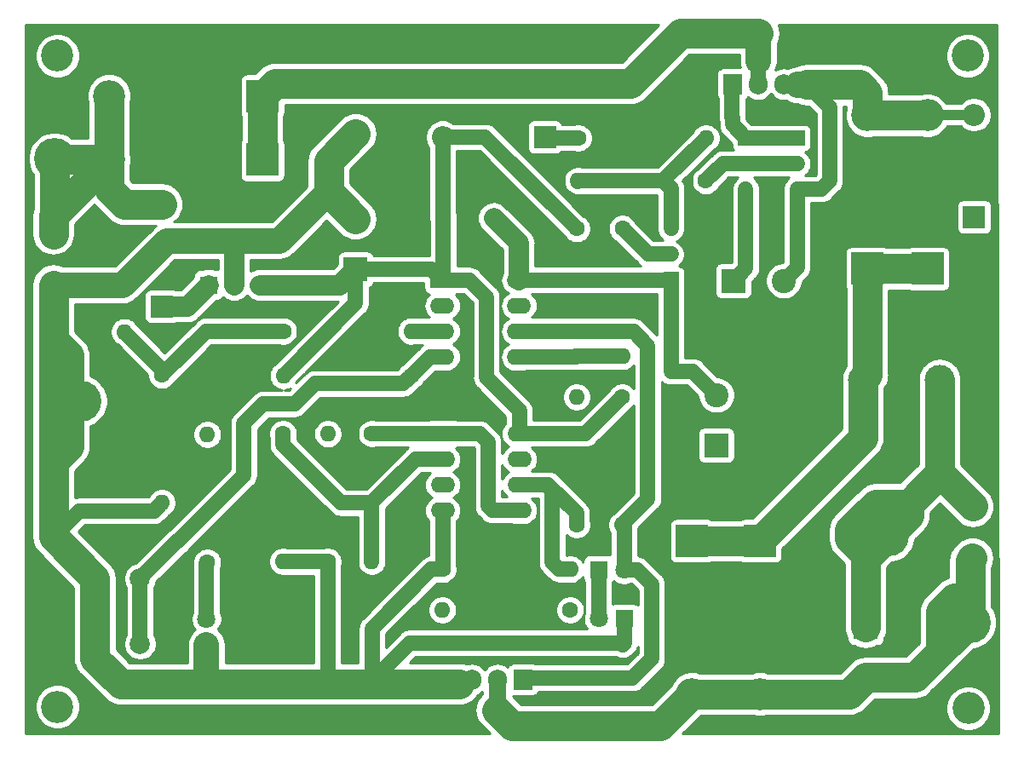
<source format=gbr>
%TF.GenerationSoftware,KiCad,Pcbnew,(5.1.9)-1*%
%TF.CreationDate,2021-04-30T10:27:31+09:00*%
%TF.ProjectId,12f683MPPT,31326636-3833-44d5-9050-542e6b696361,rev?*%
%TF.SameCoordinates,Original*%
%TF.FileFunction,Copper,L2,Bot*%
%TF.FilePolarity,Positive*%
%FSLAX46Y46*%
G04 Gerber Fmt 4.6, Leading zero omitted, Abs format (unit mm)*
G04 Created by KiCad (PCBNEW (5.1.9)-1) date 2021-04-30 10:27:31*
%MOMM*%
%LPD*%
G01*
G04 APERTURE LIST*
%TA.AperFunction,ComponentPad*%
%ADD10C,2.000000*%
%TD*%
%TA.AperFunction,WasherPad*%
%ADD11C,3.200000*%
%TD*%
%TA.AperFunction,ComponentPad*%
%ADD12R,3.200000X3.200000*%
%TD*%
%TA.AperFunction,ComponentPad*%
%ADD13O,3.200000X3.200000*%
%TD*%
%TA.AperFunction,ComponentPad*%
%ADD14R,2.400000X2.400000*%
%TD*%
%TA.AperFunction,ComponentPad*%
%ADD15C,2.400000*%
%TD*%
%TA.AperFunction,ComponentPad*%
%ADD16C,1.600000*%
%TD*%
%TA.AperFunction,ComponentPad*%
%ADD17R,2.200000X2.200000*%
%TD*%
%TA.AperFunction,ComponentPad*%
%ADD18O,2.200000X2.200000*%
%TD*%
%TA.AperFunction,ComponentPad*%
%ADD19C,1.800000*%
%TD*%
%TA.AperFunction,ComponentPad*%
%ADD20R,1.800000X1.800000*%
%TD*%
%TA.AperFunction,ComponentPad*%
%ADD21C,3.000000*%
%TD*%
%TA.AperFunction,ComponentPad*%
%ADD22R,1.520000X1.520000*%
%TD*%
%TA.AperFunction,ComponentPad*%
%ADD23C,1.520000*%
%TD*%
%TA.AperFunction,ComponentPad*%
%ADD24O,1.600000X1.600000*%
%TD*%
%TA.AperFunction,ComponentPad*%
%ADD25O,1.800000X1.800000*%
%TD*%
%TA.AperFunction,ComponentPad*%
%ADD26R,2.400000X1.600000*%
%TD*%
%TA.AperFunction,ComponentPad*%
%ADD27O,2.400000X1.600000*%
%TD*%
%TA.AperFunction,ComponentPad*%
%ADD28C,4.064000*%
%TD*%
%TA.AperFunction,ComponentPad*%
%ADD29O,1.905000X2.000000*%
%TD*%
%TA.AperFunction,ComponentPad*%
%ADD30R,1.905000X2.000000*%
%TD*%
%TA.AperFunction,Conductor*%
%ADD31C,3.000000*%
%TD*%
%TA.AperFunction,Conductor*%
%ADD32C,2.500000*%
%TD*%
%TA.AperFunction,Conductor*%
%ADD33C,2.000000*%
%TD*%
%TA.AperFunction,Conductor*%
%ADD34C,1.500000*%
%TD*%
%TA.AperFunction,Conductor*%
%ADD35C,1.000000*%
%TD*%
%TA.AperFunction,NonConductor*%
%ADD36C,0.254000*%
%TD*%
%TA.AperFunction,NonConductor*%
%ADD37C,0.100000*%
%TD*%
G04 APERTURE END LIST*
D10*
X131150000Y-75560000D03*
X131150000Y-80640000D03*
X39800000Y-48430000D03*
X39800000Y-53510000D03*
D11*
X40200000Y-95420000D03*
X40200000Y-30710000D03*
X130680000Y-30710000D03*
X130760000Y-95550000D03*
D12*
X60590000Y-34730000D03*
D13*
X45350000Y-34730000D03*
X126670000Y-36640000D03*
D12*
X126670000Y-51880000D03*
X110020000Y-78930000D03*
D13*
X110020000Y-94170000D03*
D14*
X120540000Y-87530000D03*
D15*
X120540000Y-92530000D03*
X112400000Y-53090000D03*
D14*
X107400000Y-53090000D03*
D15*
X69830000Y-46940000D03*
D14*
X69830000Y-51940000D03*
D16*
X83570000Y-46840000D03*
X78570000Y-46840000D03*
D14*
X105700000Y-69440000D03*
D15*
X105700000Y-64440000D03*
X69850000Y-38470000D03*
D14*
X69850000Y-33470000D03*
D12*
X120720000Y-51880000D03*
D13*
X120720000Y-36640000D03*
X103270000Y-94170000D03*
D12*
X103270000Y-78930000D03*
D17*
X88650000Y-38800000D03*
D18*
X78490000Y-38800000D03*
D19*
X55030000Y-86700000D03*
D20*
X55030000Y-89240000D03*
D18*
X50580000Y-45470000D03*
D17*
X50580000Y-55630000D03*
D13*
X45350000Y-41050000D03*
D12*
X60590000Y-41050000D03*
D20*
X93990000Y-81800000D03*
D19*
X96530000Y-81800000D03*
X94020000Y-86670000D03*
D20*
X96560000Y-86670000D03*
D21*
X127890000Y-62900000D03*
X120270000Y-62900000D03*
D22*
X101190000Y-52990000D03*
D23*
X101190000Y-47910000D03*
X101190000Y-50450000D03*
D22*
X108630000Y-38900000D03*
D23*
X108630000Y-43980000D03*
X108630000Y-41440000D03*
X113730000Y-41440000D03*
X113730000Y-43980000D03*
D22*
X113730000Y-38900000D03*
D24*
X91200000Y-81760000D03*
D16*
X78500000Y-81760000D03*
X67080000Y-81000000D03*
D24*
X67080000Y-68300000D03*
X62640000Y-80980000D03*
D16*
X62640000Y-68280000D03*
D24*
X71460000Y-80970000D03*
D16*
X71460000Y-68270000D03*
D24*
X46850000Y-58160000D03*
D16*
X46850000Y-45460000D03*
X55110000Y-81050000D03*
D24*
X55110000Y-68350000D03*
X96360000Y-60600000D03*
D16*
X96360000Y-47900000D03*
X62660000Y-58080000D03*
D24*
X75360000Y-58080000D03*
D16*
X91960000Y-38900000D03*
D24*
X104660000Y-38900000D03*
D16*
X104650000Y-43150000D03*
D24*
X91950000Y-43150000D03*
D16*
X91820000Y-47900000D03*
D24*
X91820000Y-60600000D03*
X50600000Y-75150000D03*
D16*
X50600000Y-62450000D03*
D24*
X78470000Y-85800000D03*
D16*
X91170000Y-85800000D03*
X96340000Y-64630000D03*
D24*
X96340000Y-77330000D03*
D16*
X91810000Y-77320000D03*
D24*
X91810000Y-64620000D03*
X62670000Y-62510000D03*
D16*
X75370000Y-62510000D03*
D10*
X43930000Y-82680000D03*
X48430000Y-82680000D03*
X43930000Y-89180000D03*
X48430000Y-89180000D03*
D25*
X60320000Y-53500000D03*
X57780000Y-53500000D03*
D20*
X55240000Y-53500000D03*
D26*
X78460000Y-53020000D03*
D27*
X86080000Y-60640000D03*
X78460000Y-55560000D03*
X86080000Y-58100000D03*
X78460000Y-58100000D03*
X86080000Y-55560000D03*
X78460000Y-60640000D03*
X86080000Y-53020000D03*
X86120000Y-68280000D03*
X78500000Y-75900000D03*
X86120000Y-70820000D03*
X78500000Y-73360000D03*
X86120000Y-73360000D03*
X78500000Y-70820000D03*
X86120000Y-75900000D03*
D26*
X78500000Y-68280000D03*
D28*
X39940000Y-40950000D03*
X42550000Y-65030000D03*
X130910000Y-87030000D03*
X122790000Y-78440000D03*
D17*
X131318000Y-46736000D03*
D18*
X131318000Y-36576000D03*
D29*
X81407000Y-92710000D03*
X83947000Y-92710000D03*
D30*
X86487000Y-92710000D03*
X107315000Y-33528000D03*
D29*
X109855000Y-33528000D03*
X112395000Y-33528000D03*
D31*
X127890000Y-72200000D02*
X131200000Y-75510000D01*
X127890000Y-62900000D02*
X127890000Y-72200000D01*
X120540000Y-80690000D02*
X122790000Y-78440000D01*
X120540000Y-87530000D02*
X120540000Y-80690000D01*
X124821999Y-75268001D02*
X127890000Y-72200000D01*
X124821999Y-76408001D02*
X124821999Y-75268001D01*
X122790000Y-78440000D02*
X124821999Y-76408001D01*
X124821999Y-76408001D02*
X121271999Y-76408001D01*
X121271999Y-76408001D02*
X118950000Y-78730000D01*
X120540000Y-80320000D02*
X120540000Y-80690000D01*
X118950000Y-78730000D02*
X120540000Y-80320000D01*
X118950000Y-78730000D02*
X118950000Y-77830000D01*
X121511999Y-75268001D02*
X124821999Y-75268001D01*
X118950000Y-77830000D02*
X121511999Y-75268001D01*
D32*
X100120000Y-97320000D02*
X87310000Y-97320000D01*
D33*
X87310000Y-97320000D02*
X86350000Y-97320000D01*
D34*
X84060000Y-92560000D02*
X84060000Y-95030000D01*
D31*
X103270000Y-94170000D02*
X110020000Y-94170000D01*
X100120000Y-97320000D02*
X86350000Y-97320000D01*
X103270000Y-94170000D02*
X100120000Y-97320000D01*
X87310000Y-97320000D02*
X85410000Y-97320000D01*
X85410000Y-97320000D02*
X83840000Y-95750000D01*
D34*
X83840000Y-92780000D02*
X84060000Y-92560000D01*
X83840000Y-95750000D02*
X83840000Y-92780000D01*
D31*
X118900000Y-94170000D02*
X120540000Y-92530000D01*
X110020000Y-94170000D02*
X118900000Y-94170000D01*
X120540000Y-92530000D02*
X125410000Y-92530000D01*
X130910000Y-80880000D02*
X131150000Y-80640000D01*
X130910000Y-84640000D02*
X129320000Y-84640000D01*
X130910000Y-84640000D02*
X130910000Y-80880000D01*
X130910000Y-87030000D02*
X130910000Y-84640000D01*
X127980000Y-85980000D02*
X127980000Y-89960000D01*
X129320000Y-84640000D02*
X127980000Y-85980000D01*
X125410000Y-92530000D02*
X127980000Y-89960000D01*
X127980000Y-89960000D02*
X130910000Y-87030000D01*
D34*
X116130000Y-43980000D02*
X113730000Y-43980000D01*
X116970000Y-43140000D02*
X116130000Y-43980000D01*
X116970000Y-35870370D02*
X116970000Y-43140000D01*
X114699630Y-33600000D02*
X116970000Y-35870370D01*
D32*
X113780000Y-33640000D02*
X113740000Y-33600000D01*
D34*
X112350000Y-33600000D02*
X113740000Y-33600000D01*
D32*
X114699630Y-33600000D02*
X113740000Y-33600000D01*
D31*
X120720000Y-36640000D02*
X126670000Y-36640000D01*
X119942741Y-33600000D02*
X114699630Y-33600000D01*
X120720000Y-34377259D02*
X119942741Y-33600000D01*
X120720000Y-36640000D02*
X120720000Y-34377259D01*
D34*
X113730000Y-51760000D02*
X112400000Y-53090000D01*
X113730000Y-43980000D02*
X113730000Y-51760000D01*
D35*
X126734000Y-36576000D02*
X126670000Y-36640000D01*
X131318000Y-36576000D02*
X126734000Y-36576000D01*
D34*
X88750000Y-38900000D02*
X88650000Y-38800000D01*
X91960000Y-38900000D02*
X88750000Y-38900000D01*
X108630000Y-51860000D02*
X107400000Y-53090000D01*
X108630000Y-43980000D02*
X108630000Y-51860000D01*
X78500000Y-75900000D02*
X78500000Y-81760000D01*
X96560000Y-89070000D02*
X96390000Y-89240000D01*
X96560000Y-86670000D02*
X96560000Y-89070000D01*
D32*
X67150000Y-42562944D02*
X67150000Y-44260000D01*
X55030000Y-92640000D02*
X55190000Y-92800000D01*
X55030000Y-89240000D02*
X55030000Y-92640000D01*
X55190000Y-92800000D02*
X55190000Y-93170000D01*
X46505787Y-93170000D02*
X55190000Y-93170000D01*
D34*
X80910000Y-93170000D02*
X81520000Y-92560000D01*
X80150000Y-93170000D02*
X80910000Y-93170000D01*
X67080000Y-92250000D02*
X68000000Y-93170000D01*
X67080000Y-81000000D02*
X67080000Y-92250000D01*
D32*
X55190000Y-93170000D02*
X68000000Y-93170000D01*
X75320000Y-93170000D02*
X80150000Y-93170000D01*
D33*
X86080000Y-49350000D02*
X83570000Y-46840000D01*
X86080000Y-53020000D02*
X86080000Y-49350000D01*
D31*
X67150000Y-41170000D02*
X67150000Y-42562944D01*
X69850000Y-38470000D02*
X67150000Y-41170000D01*
X67150000Y-44260000D02*
X69830000Y-46940000D01*
X67150000Y-41170000D02*
X67150000Y-44260000D01*
X43930000Y-82680000D02*
X43930000Y-89180000D01*
X43930000Y-90594213D02*
X46505787Y-93170000D01*
X43930000Y-89180000D02*
X43930000Y-90594213D01*
D34*
X101160000Y-53020000D02*
X101190000Y-52990000D01*
X86080000Y-53020000D02*
X101160000Y-53020000D01*
X101190000Y-52990000D02*
X101190000Y-62090000D01*
D31*
X46505787Y-93170000D02*
X75370000Y-93170000D01*
X75370000Y-93170000D02*
X80150000Y-93170000D01*
D34*
X62660000Y-81000000D02*
X62640000Y-80980000D01*
X67080000Y-81000000D02*
X62660000Y-81000000D01*
X103350000Y-62090000D02*
X105700000Y-64440000D01*
X101190000Y-62090000D02*
X103350000Y-62090000D01*
X96560000Y-89070000D02*
X75250000Y-89070000D01*
X71490000Y-92830000D02*
X71490000Y-93170000D01*
X75250000Y-89070000D02*
X71490000Y-92830000D01*
D32*
X68000000Y-93170000D02*
X71490000Y-93170000D01*
X71490000Y-93170000D02*
X75320000Y-93170000D01*
D34*
X71490000Y-87638630D02*
X71490000Y-93170000D01*
X77368630Y-81760000D02*
X71490000Y-87638630D01*
X78500000Y-81760000D02*
X77368630Y-81760000D01*
D32*
X46711944Y-53510000D02*
X51121944Y-49100000D01*
X39800000Y-53510000D02*
X46711944Y-53510000D01*
X62310000Y-49100000D02*
X67150000Y-44260000D01*
D33*
X57780000Y-49100000D02*
X57780000Y-53500000D01*
D32*
X57780000Y-49100000D02*
X62310000Y-49100000D01*
X51121944Y-49100000D02*
X57780000Y-49100000D01*
D31*
X39800000Y-60030000D02*
X39940000Y-60170000D01*
X39800000Y-78550000D02*
X43930000Y-82680000D01*
X39800000Y-71080000D02*
X41340000Y-69540000D01*
X39800000Y-53510000D02*
X39800000Y-71080000D01*
X41340000Y-60520000D02*
X39800000Y-58980000D01*
X39800000Y-53510000D02*
X39800000Y-58980000D01*
X41340000Y-69540000D02*
X41340000Y-60520000D01*
X39800000Y-58980000D02*
X39800000Y-60030000D01*
X39800000Y-71080000D02*
X39800000Y-78550000D01*
D34*
X42400001Y-75949999D02*
X39800000Y-78550000D01*
X49800001Y-75949999D02*
X42400001Y-75949999D01*
X50600000Y-75150000D02*
X49800001Y-75949999D01*
X77380000Y-51940000D02*
X78460000Y-53020000D01*
X69830000Y-51940000D02*
X77380000Y-51940000D01*
X81160000Y-53020000D02*
X82840000Y-54700000D01*
X78460000Y-53020000D02*
X81160000Y-53020000D01*
X86120000Y-65980000D02*
X86120000Y-68280000D01*
X82840000Y-62700000D02*
X86120000Y-65980000D01*
X82840000Y-54700000D02*
X82840000Y-62700000D01*
X69830000Y-55350000D02*
X62670000Y-62510000D01*
X69830000Y-51940000D02*
X69830000Y-55350000D01*
X68720000Y-53050000D02*
X69830000Y-51940000D01*
X78490000Y-46760000D02*
X78570000Y-46840000D01*
X78490000Y-38800000D02*
X78490000Y-46760000D01*
X78570000Y-52910000D02*
X78460000Y-53020000D01*
X78570000Y-46840000D02*
X78570000Y-52910000D01*
X82720000Y-38800000D02*
X91820000Y-47900000D01*
X78490000Y-38800000D02*
X82720000Y-38800000D01*
X92690000Y-68280000D02*
X96340000Y-64630000D01*
X86120000Y-68280000D02*
X92690000Y-68280000D01*
D33*
X68270000Y-53500000D02*
X69830000Y-51940000D01*
X60320000Y-53500000D02*
X68270000Y-53500000D01*
D32*
X109880000Y-28480000D02*
X109880000Y-31240000D01*
D34*
X109880000Y-33530000D02*
X109810000Y-33600000D01*
X109880000Y-31240000D02*
X109880000Y-33530000D01*
D31*
X60590000Y-34730000D02*
X60590000Y-41050000D01*
X61850000Y-33470000D02*
X60590000Y-34730000D01*
X69850000Y-33470000D02*
X61850000Y-33470000D01*
X69850000Y-33470000D02*
X97160000Y-33470000D01*
X97160000Y-33470000D02*
X102150000Y-28480000D01*
X102150000Y-28480000D02*
X109880000Y-28480000D01*
D32*
X120590000Y-62580000D02*
X120270000Y-62900000D01*
D31*
X120720000Y-51880000D02*
X126670000Y-51880000D01*
X120720000Y-62450000D02*
X120270000Y-62900000D01*
X120720000Y-51880000D02*
X120720000Y-62450000D01*
X120270000Y-68680000D02*
X110020000Y-78930000D01*
X120270000Y-62900000D02*
X120270000Y-68680000D01*
X103270000Y-78930000D02*
X110020000Y-78930000D01*
D34*
X55030000Y-81130000D02*
X55110000Y-81050000D01*
X55030000Y-86700000D02*
X55030000Y-81130000D01*
D31*
X45350000Y-34730000D02*
X45350000Y-41050000D01*
X46860000Y-45470000D02*
X46850000Y-45460000D01*
X50580000Y-45470000D02*
X46860000Y-45470000D01*
X45350000Y-43960000D02*
X46850000Y-45460000D01*
X45350000Y-41050000D02*
X45350000Y-43960000D01*
X40040000Y-41050000D02*
X39940000Y-40950000D01*
X45350000Y-41050000D02*
X40040000Y-41050000D01*
X39940000Y-46460000D02*
X39800000Y-46600000D01*
X39940000Y-40950000D02*
X39940000Y-46460000D01*
X39800000Y-46600000D02*
X45350000Y-41050000D01*
X39800000Y-48430000D02*
X39800000Y-46600000D01*
D33*
X53110000Y-55630000D02*
X55240000Y-53500000D01*
X50580000Y-55630000D02*
X53110000Y-55630000D01*
D34*
X93990000Y-86640000D02*
X94020000Y-86670000D01*
X93990000Y-81800000D02*
X93990000Y-86640000D01*
X96490000Y-77510000D02*
X96520000Y-77480000D01*
X97802792Y-81800000D02*
X99270000Y-83267208D01*
X96530000Y-81800000D02*
X97802792Y-81800000D01*
X99270000Y-83267208D02*
X99270000Y-90660000D01*
X97370000Y-92560000D02*
X99270000Y-90660000D01*
X86600000Y-92560000D02*
X97370000Y-92560000D01*
X96530000Y-77520000D02*
X96340000Y-77330000D01*
X96530000Y-81800000D02*
X96530000Y-77520000D01*
X86080000Y-58100000D02*
X97460000Y-58100000D01*
X97460000Y-58100000D02*
X98890000Y-59530000D01*
X98890000Y-74780000D02*
X96340000Y-77330000D01*
X98890000Y-59530000D02*
X98890000Y-74780000D01*
X91910000Y-43190000D02*
X91950000Y-43150000D01*
X100410000Y-43150000D02*
X104660000Y-38900000D01*
X91950000Y-43150000D02*
X100410000Y-43150000D01*
X101190000Y-43930000D02*
X100410000Y-43150000D01*
X101190000Y-47910000D02*
X101190000Y-43930000D01*
X98910000Y-50450000D02*
X96360000Y-47900000D01*
X101190000Y-50450000D02*
X98910000Y-50450000D01*
X108630000Y-41440000D02*
X113730000Y-41440000D01*
X106360000Y-41440000D02*
X104650000Y-43150000D01*
X108630000Y-41440000D02*
X106360000Y-41440000D01*
X89400000Y-73940000D02*
X88820000Y-73360000D01*
X89400000Y-81091370D02*
X89400000Y-73940000D01*
X90068630Y-81760000D02*
X89400000Y-81091370D01*
X91200000Y-81760000D02*
X90068630Y-81760000D01*
X86120000Y-73360000D02*
X88820000Y-73360000D01*
X88981370Y-73360000D02*
X88820000Y-73360000D01*
X91810000Y-76188630D02*
X88981370Y-73360000D01*
X91810000Y-77320000D02*
X91810000Y-76188630D01*
X71460000Y-79838630D02*
X71460000Y-80970000D01*
X71460000Y-75160000D02*
X71460000Y-79838630D01*
X75800000Y-70820000D02*
X71460000Y-75160000D01*
X78500000Y-70820000D02*
X75800000Y-70820000D01*
X68388630Y-75160000D02*
X71460000Y-75160000D01*
X62640000Y-69411370D02*
X68388630Y-75160000D01*
X62640000Y-68280000D02*
X62640000Y-69411370D01*
X78490000Y-68270000D02*
X78500000Y-68280000D01*
X71460000Y-68270000D02*
X78490000Y-68270000D01*
X83420000Y-75900000D02*
X83020000Y-75500000D01*
X86120000Y-75900000D02*
X83420000Y-75900000D01*
X83020000Y-75500000D02*
X83020000Y-69140000D01*
X82160000Y-68280000D02*
X78500000Y-68280000D01*
X83020000Y-69140000D02*
X82160000Y-68280000D01*
X54970000Y-58080000D02*
X50600000Y-62450000D01*
X62660000Y-58080000D02*
X54970000Y-58080000D01*
X50600000Y-61910000D02*
X46850000Y-58160000D01*
X50600000Y-62450000D02*
X50600000Y-61910000D01*
X91780000Y-60640000D02*
X91820000Y-60600000D01*
X86080000Y-60640000D02*
X91780000Y-60640000D01*
X91820000Y-60600000D02*
X96360000Y-60600000D01*
X75380000Y-58100000D02*
X75360000Y-58080000D01*
X78460000Y-58100000D02*
X75380000Y-58100000D01*
X48430000Y-89180000D02*
X48430000Y-82680000D01*
X77240000Y-60640000D02*
X75370000Y-62510000D01*
X78460000Y-60640000D02*
X77240000Y-60640000D01*
X74570001Y-63309999D02*
X65790001Y-63309999D01*
X75370000Y-62510000D02*
X74570001Y-63309999D01*
X65790001Y-63309999D02*
X63770000Y-65330000D01*
X63770000Y-65330000D02*
X60650000Y-65330000D01*
X60650000Y-65330000D02*
X58740000Y-67240000D01*
X58740000Y-72420000D02*
X52199999Y-78960001D01*
X58740000Y-67240000D02*
X58740000Y-72420000D01*
X52149999Y-78960001D02*
X48430000Y-82680000D01*
X52199999Y-78960001D02*
X52149999Y-78960001D01*
X113730000Y-38900000D02*
X108630000Y-38900000D01*
X107310000Y-37580000D02*
X108630000Y-38900000D01*
X107310000Y-36890060D02*
X107310000Y-37580000D01*
X107270000Y-36850060D02*
X107310000Y-36890060D01*
X107270000Y-33600000D02*
X107270000Y-36850060D01*
D36*
X96275655Y-31335000D02*
X61954871Y-31335000D01*
X61849999Y-31324671D01*
X61745127Y-31335000D01*
X61745118Y-31335000D01*
X61431467Y-31365892D01*
X61029018Y-31487974D01*
X60658119Y-31686223D01*
X60333023Y-31953023D01*
X60266165Y-32034490D01*
X59808727Y-32491928D01*
X58990000Y-32491928D01*
X58865518Y-32504188D01*
X58745820Y-32540498D01*
X58635506Y-32599463D01*
X58538815Y-32678815D01*
X58459463Y-32775506D01*
X58400498Y-32885820D01*
X58364188Y-33005518D01*
X58351928Y-33130000D01*
X58351928Y-36330000D01*
X58364188Y-36454482D01*
X58400498Y-36574180D01*
X58455000Y-36676145D01*
X58455001Y-39103854D01*
X58400498Y-39205820D01*
X58364188Y-39325518D01*
X58351928Y-39450000D01*
X58351928Y-42650000D01*
X58364188Y-42774482D01*
X58400498Y-42894180D01*
X58459463Y-43004494D01*
X58538815Y-43101185D01*
X58635506Y-43180537D01*
X58745820Y-43239502D01*
X58865518Y-43275812D01*
X58990000Y-43288072D01*
X62190000Y-43288072D01*
X62314482Y-43275812D01*
X62434180Y-43239502D01*
X62544494Y-43180537D01*
X62641185Y-43101185D01*
X62720537Y-43004494D01*
X62779502Y-42894180D01*
X62815812Y-42774482D01*
X62828072Y-42650000D01*
X62828072Y-39450000D01*
X62815812Y-39325518D01*
X62779502Y-39205820D01*
X62725000Y-39103856D01*
X62725000Y-36676144D01*
X62779502Y-36574180D01*
X62815812Y-36454482D01*
X62828072Y-36330000D01*
X62828072Y-35605000D01*
X97055128Y-35605000D01*
X97160000Y-35615329D01*
X97264872Y-35605000D01*
X97264882Y-35605000D01*
X97578533Y-35574108D01*
X97980982Y-35452026D01*
X98351881Y-35253777D01*
X98676977Y-34986977D01*
X98743837Y-34905508D01*
X103034345Y-30615000D01*
X107995001Y-30615000D01*
X107995001Y-31332597D01*
X108022276Y-31609524D01*
X108107335Y-31889928D01*
X106362500Y-31889928D01*
X106238018Y-31902188D01*
X106118320Y-31938498D01*
X106008006Y-31997463D01*
X105911315Y-32076815D01*
X105831963Y-32173506D01*
X105772998Y-32283820D01*
X105736688Y-32403518D01*
X105724428Y-32528000D01*
X105724428Y-34528000D01*
X105736688Y-34652482D01*
X105772998Y-34772180D01*
X105831963Y-34882494D01*
X105885000Y-34947120D01*
X105885001Y-36782021D01*
X105878300Y-36850060D01*
X105905040Y-37121567D01*
X105925000Y-37187366D01*
X105925000Y-37511971D01*
X105918300Y-37580000D01*
X105925000Y-37648029D01*
X105925000Y-37648037D01*
X105945040Y-37851507D01*
X106024236Y-38112581D01*
X106152843Y-38353188D01*
X106325920Y-38564081D01*
X106378764Y-38607449D01*
X107231928Y-39460614D01*
X107231928Y-39660000D01*
X107244188Y-39784482D01*
X107280498Y-39904180D01*
X107339463Y-40014494D01*
X107372705Y-40055000D01*
X106428026Y-40055000D01*
X106359999Y-40048300D01*
X106291972Y-40055000D01*
X106291963Y-40055000D01*
X106088493Y-40075040D01*
X105827419Y-40154236D01*
X105586812Y-40282843D01*
X105559814Y-40305000D01*
X105428766Y-40412548D01*
X105428764Y-40412550D01*
X105375919Y-40455919D01*
X105332550Y-40508764D01*
X103948339Y-41892976D01*
X103735241Y-42035363D01*
X103535363Y-42235241D01*
X103378320Y-42470273D01*
X103270147Y-42731426D01*
X103215000Y-43008665D01*
X103215000Y-43291335D01*
X103270147Y-43568574D01*
X103378320Y-43829727D01*
X103535363Y-44064759D01*
X103735241Y-44264637D01*
X103970273Y-44421680D01*
X104231426Y-44529853D01*
X104508665Y-44585000D01*
X104791335Y-44585000D01*
X105068574Y-44529853D01*
X105329727Y-44421680D01*
X105564759Y-44264637D01*
X105764637Y-44064759D01*
X105907024Y-43851661D01*
X106933686Y-42825000D01*
X107847646Y-42825000D01*
X107740739Y-42896433D01*
X107546433Y-43090739D01*
X107393767Y-43319220D01*
X107288609Y-43573093D01*
X107235000Y-43842604D01*
X107235000Y-44117396D01*
X107245000Y-44167670D01*
X107245001Y-51251928D01*
X106200000Y-51251928D01*
X106075518Y-51264188D01*
X105955820Y-51300498D01*
X105845506Y-51359463D01*
X105748815Y-51438815D01*
X105669463Y-51535506D01*
X105610498Y-51645820D01*
X105574188Y-51765518D01*
X105561928Y-51890000D01*
X105561928Y-54290000D01*
X105574188Y-54414482D01*
X105610498Y-54534180D01*
X105669463Y-54644494D01*
X105748815Y-54741185D01*
X105845506Y-54820537D01*
X105955820Y-54879502D01*
X106075518Y-54915812D01*
X106200000Y-54928072D01*
X108600000Y-54928072D01*
X108724482Y-54915812D01*
X108844180Y-54879502D01*
X108954494Y-54820537D01*
X109051185Y-54741185D01*
X109130537Y-54644494D01*
X109189502Y-54534180D01*
X109225812Y-54414482D01*
X109238072Y-54290000D01*
X109238072Y-53210614D01*
X109561236Y-52887450D01*
X109614081Y-52844081D01*
X109692529Y-52748493D01*
X109787157Y-52633188D01*
X109915764Y-52392581D01*
X109994960Y-52131507D01*
X109997520Y-52105518D01*
X110015000Y-51928037D01*
X110015000Y-51928029D01*
X110021700Y-51860000D01*
X110015000Y-51791971D01*
X110015000Y-44167669D01*
X110025000Y-44117396D01*
X110025000Y-43842604D01*
X109971391Y-43573093D01*
X109866233Y-43319220D01*
X109713567Y-43090739D01*
X109519261Y-42896433D01*
X109412354Y-42825000D01*
X112947646Y-42825000D01*
X112840739Y-42896433D01*
X112646433Y-43090739D01*
X112493767Y-43319220D01*
X112388609Y-43573093D01*
X112335000Y-43842604D01*
X112335000Y-44117396D01*
X112345000Y-44167670D01*
X112345001Y-51186313D01*
X112276314Y-51255000D01*
X112219268Y-51255000D01*
X111864750Y-51325518D01*
X111530801Y-51463844D01*
X111230256Y-51664662D01*
X110974662Y-51920256D01*
X110773844Y-52220801D01*
X110635518Y-52554750D01*
X110565000Y-52909268D01*
X110565000Y-53270732D01*
X110635518Y-53625250D01*
X110773844Y-53959199D01*
X110974662Y-54259744D01*
X111230256Y-54515338D01*
X111530801Y-54716156D01*
X111864750Y-54854482D01*
X112219268Y-54925000D01*
X112580732Y-54925000D01*
X112935250Y-54854482D01*
X113269199Y-54716156D01*
X113569744Y-54515338D01*
X113825338Y-54259744D01*
X114026156Y-53959199D01*
X114164482Y-53625250D01*
X114235000Y-53270732D01*
X114235000Y-53213686D01*
X114661236Y-52787450D01*
X114714081Y-52744081D01*
X114759270Y-52689019D01*
X114887156Y-52533189D01*
X114919553Y-52472580D01*
X115015764Y-52292581D01*
X115063878Y-52133970D01*
X115094960Y-52031508D01*
X115101813Y-51961928D01*
X115115000Y-51828037D01*
X115115000Y-51828030D01*
X115121700Y-51760001D01*
X115115000Y-51691972D01*
X115115000Y-45636000D01*
X129579928Y-45636000D01*
X129579928Y-47836000D01*
X129592188Y-47960482D01*
X129628498Y-48080180D01*
X129687463Y-48190494D01*
X129766815Y-48287185D01*
X129863506Y-48366537D01*
X129973820Y-48425502D01*
X130093518Y-48461812D01*
X130218000Y-48474072D01*
X132418000Y-48474072D01*
X132542482Y-48461812D01*
X132662180Y-48425502D01*
X132772494Y-48366537D01*
X132869185Y-48287185D01*
X132948537Y-48190494D01*
X133007502Y-48080180D01*
X133043812Y-47960482D01*
X133056072Y-47836000D01*
X133056072Y-45636000D01*
X133043812Y-45511518D01*
X133007502Y-45391820D01*
X132948537Y-45281506D01*
X132869185Y-45184815D01*
X132772494Y-45105463D01*
X132662180Y-45046498D01*
X132542482Y-45010188D01*
X132418000Y-44997928D01*
X130218000Y-44997928D01*
X130093518Y-45010188D01*
X129973820Y-45046498D01*
X129863506Y-45105463D01*
X129766815Y-45184815D01*
X129687463Y-45281506D01*
X129628498Y-45391820D01*
X129592188Y-45511518D01*
X129579928Y-45636000D01*
X115115000Y-45636000D01*
X115115000Y-45365000D01*
X116061971Y-45365000D01*
X116130000Y-45371700D01*
X116198029Y-45365000D01*
X116198037Y-45365000D01*
X116401507Y-45344960D01*
X116662581Y-45265764D01*
X116903188Y-45137157D01*
X117114081Y-44964081D01*
X117157454Y-44911231D01*
X117901231Y-44167454D01*
X117954081Y-44124081D01*
X118127157Y-43913188D01*
X118255764Y-43672581D01*
X118334960Y-43411507D01*
X118355000Y-43208037D01*
X118355000Y-43208028D01*
X118361700Y-43140001D01*
X118355000Y-43071974D01*
X118355000Y-35938398D01*
X118361700Y-35870369D01*
X118355000Y-35802340D01*
X118355000Y-35802333D01*
X118348368Y-35735000D01*
X118585000Y-35735000D01*
X118585000Y-35954010D01*
X118570890Y-35988075D01*
X118485000Y-36419872D01*
X118485000Y-36860128D01*
X118570890Y-37291925D01*
X118739369Y-37698669D01*
X118983962Y-38064729D01*
X119295271Y-38376038D01*
X119661331Y-38620631D01*
X120068075Y-38789110D01*
X120499872Y-38875000D01*
X120940128Y-38875000D01*
X121371925Y-38789110D01*
X121405990Y-38775000D01*
X125984010Y-38775000D01*
X126018075Y-38789110D01*
X126449872Y-38875000D01*
X126890128Y-38875000D01*
X127321925Y-38789110D01*
X127728669Y-38620631D01*
X128094729Y-38376038D01*
X128406038Y-38064729D01*
X128642392Y-37711000D01*
X129999339Y-37711000D01*
X130212002Y-37923663D01*
X130496169Y-38113537D01*
X130811919Y-38244325D01*
X131147117Y-38311000D01*
X131488883Y-38311000D01*
X131824081Y-38244325D01*
X132139831Y-38113537D01*
X132423998Y-37923663D01*
X132665663Y-37681998D01*
X132855537Y-37397831D01*
X132986325Y-37082081D01*
X133053000Y-36746883D01*
X133053000Y-36405117D01*
X132986325Y-36069919D01*
X132855537Y-35754169D01*
X132665663Y-35470002D01*
X132423998Y-35228337D01*
X132139831Y-35038463D01*
X131824081Y-34907675D01*
X131488883Y-34841000D01*
X131147117Y-34841000D01*
X130811919Y-34907675D01*
X130496169Y-35038463D01*
X130212002Y-35228337D01*
X129999339Y-35441000D01*
X128556865Y-35441000D01*
X128406038Y-35215271D01*
X128094729Y-34903962D01*
X127728669Y-34659369D01*
X127321925Y-34490890D01*
X126890128Y-34405000D01*
X126449872Y-34405000D01*
X126018075Y-34490890D01*
X125984010Y-34505000D01*
X122855000Y-34505000D01*
X122855000Y-34482130D01*
X122865329Y-34377258D01*
X122855000Y-34272386D01*
X122855000Y-34272377D01*
X122824108Y-33958726D01*
X122702026Y-33556277D01*
X122503777Y-33185378D01*
X122236977Y-32860282D01*
X122155508Y-32793422D01*
X121526578Y-32164492D01*
X121459718Y-32083023D01*
X121134622Y-31816223D01*
X120763723Y-31617974D01*
X120361274Y-31495892D01*
X120047623Y-31465000D01*
X120047613Y-31465000D01*
X119942741Y-31454671D01*
X119837869Y-31465000D01*
X114594748Y-31465000D01*
X114281097Y-31495892D01*
X113878648Y-31617974D01*
X113708354Y-31708998D01*
X113647411Y-31715000D01*
X113647403Y-31715000D01*
X113370476Y-31742275D01*
X113015152Y-31850061D01*
X112824633Y-31951895D01*
X112706203Y-31915970D01*
X112395000Y-31885319D01*
X112083796Y-31915970D01*
X111784551Y-32006745D01*
X111536747Y-32139199D01*
X111629939Y-31964848D01*
X111737725Y-31609524D01*
X111765000Y-31332597D01*
X111765000Y-30489872D01*
X128445000Y-30489872D01*
X128445000Y-30930128D01*
X128530890Y-31361925D01*
X128699369Y-31768669D01*
X128943962Y-32134729D01*
X129255271Y-32446038D01*
X129621331Y-32690631D01*
X130028075Y-32859110D01*
X130459872Y-32945000D01*
X130900128Y-32945000D01*
X131331925Y-32859110D01*
X131738669Y-32690631D01*
X132104729Y-32446038D01*
X132416038Y-32134729D01*
X132660631Y-31768669D01*
X132829110Y-31361925D01*
X132915000Y-30930128D01*
X132915000Y-30489872D01*
X132829110Y-30058075D01*
X132660631Y-29651331D01*
X132416038Y-29285271D01*
X132104729Y-28973962D01*
X131738669Y-28729369D01*
X131331925Y-28560890D01*
X130900128Y-28475000D01*
X130459872Y-28475000D01*
X130028075Y-28560890D01*
X129621331Y-28729369D01*
X129255271Y-28973962D01*
X128943962Y-29285271D01*
X128699369Y-29651331D01*
X128530890Y-30058075D01*
X128445000Y-30489872D01*
X111765000Y-30489872D01*
X111765000Y-29482505D01*
X111862026Y-29300982D01*
X111984108Y-28898533D01*
X112025330Y-28480000D01*
X111984108Y-28061467D01*
X111862026Y-27659018D01*
X111860947Y-27657000D01*
X133523431Y-27657000D01*
X133762568Y-98103000D01*
X102356345Y-98103000D01*
X104154346Y-96305000D01*
X109334010Y-96305000D01*
X109368075Y-96319110D01*
X109799872Y-96405000D01*
X110240128Y-96405000D01*
X110671925Y-96319110D01*
X110705990Y-96305000D01*
X118795128Y-96305000D01*
X118900000Y-96315329D01*
X119004872Y-96305000D01*
X119004882Y-96305000D01*
X119318533Y-96274108D01*
X119720982Y-96152026D01*
X120091881Y-95953777D01*
X120416977Y-95686977D01*
X120483837Y-95605508D01*
X120759473Y-95329872D01*
X128525000Y-95329872D01*
X128525000Y-95770128D01*
X128610890Y-96201925D01*
X128779369Y-96608669D01*
X129023962Y-96974729D01*
X129335271Y-97286038D01*
X129701331Y-97530631D01*
X130108075Y-97699110D01*
X130539872Y-97785000D01*
X130980128Y-97785000D01*
X131411925Y-97699110D01*
X131818669Y-97530631D01*
X132184729Y-97286038D01*
X132496038Y-96974729D01*
X132740631Y-96608669D01*
X132909110Y-96201925D01*
X132995000Y-95770128D01*
X132995000Y-95329872D01*
X132909110Y-94898075D01*
X132740631Y-94491331D01*
X132496038Y-94125271D01*
X132184729Y-93813962D01*
X131818669Y-93569369D01*
X131411925Y-93400890D01*
X130980128Y-93315000D01*
X130539872Y-93315000D01*
X130108075Y-93400890D01*
X129701331Y-93569369D01*
X129335271Y-93813962D01*
X129023962Y-94125271D01*
X128779369Y-94491331D01*
X128610890Y-94898075D01*
X128525000Y-95329872D01*
X120759473Y-95329872D01*
X121424346Y-94665000D01*
X125305128Y-94665000D01*
X125410000Y-94675329D01*
X125514872Y-94665000D01*
X125514882Y-94665000D01*
X125828533Y-94634108D01*
X126230982Y-94512026D01*
X126601881Y-94313777D01*
X126926977Y-94046977D01*
X126993837Y-93965508D01*
X129415513Y-91543833D01*
X129496977Y-91476977D01*
X129563837Y-91395508D01*
X131284611Y-89674735D01*
X131687935Y-89594508D01*
X132173298Y-89393464D01*
X132610113Y-89101594D01*
X132981594Y-88730113D01*
X133273464Y-88293298D01*
X133474508Y-87807935D01*
X133577000Y-87292677D01*
X133577000Y-86767323D01*
X133474508Y-86252065D01*
X133273464Y-85766702D01*
X133045000Y-85424781D01*
X133045000Y-84744881D01*
X133055330Y-84640000D01*
X133045000Y-84535118D01*
X133045000Y-81623795D01*
X133132025Y-81460982D01*
X133254107Y-81058533D01*
X133295329Y-80640001D01*
X133254107Y-80221467D01*
X133132025Y-79819019D01*
X132933776Y-79448119D01*
X132666977Y-79123023D01*
X132341881Y-78856224D01*
X131970981Y-78657975D01*
X131568533Y-78535893D01*
X131149999Y-78494671D01*
X130731467Y-78535893D01*
X130329018Y-78657975D01*
X129958119Y-78856224D01*
X129714490Y-79056165D01*
X129474488Y-79296167D01*
X129393024Y-79363023D01*
X129326168Y-79444487D01*
X129326165Y-79444490D01*
X129126224Y-79688119D01*
X128927975Y-80059018D01*
X128805893Y-80461467D01*
X128764671Y-80880000D01*
X128775001Y-80984881D01*
X128775001Y-82574255D01*
X128499018Y-82657974D01*
X128128119Y-82856223D01*
X127803023Y-83123023D01*
X127736163Y-83204492D01*
X126544492Y-84396163D01*
X126463023Y-84463023D01*
X126196223Y-84788119D01*
X125997974Y-85159019D01*
X125875892Y-85561468D01*
X125845000Y-85875119D01*
X125845000Y-85875128D01*
X125834671Y-85980000D01*
X125845000Y-86084872D01*
X125845001Y-89075653D01*
X124525655Y-90395000D01*
X120644871Y-90395000D01*
X120539999Y-90384671D01*
X120435127Y-90395000D01*
X120435118Y-90395000D01*
X120121467Y-90425892D01*
X119719018Y-90547974D01*
X119348119Y-90746223D01*
X119348117Y-90746224D01*
X119348118Y-90746224D01*
X119104489Y-90946165D01*
X119104487Y-90946167D01*
X119023023Y-91013023D01*
X118956167Y-91094487D01*
X118015655Y-92035000D01*
X110705990Y-92035000D01*
X110671925Y-92020890D01*
X110240128Y-91935000D01*
X109799872Y-91935000D01*
X109368075Y-92020890D01*
X109334010Y-92035000D01*
X103955990Y-92035000D01*
X103921925Y-92020890D01*
X103490128Y-91935000D01*
X103049872Y-91935000D01*
X102618075Y-92020890D01*
X102211331Y-92189369D01*
X101845271Y-92433962D01*
X101533962Y-92745271D01*
X101289369Y-93111331D01*
X101275259Y-93145395D01*
X99235655Y-95185000D01*
X86294346Y-95185000D01*
X85448996Y-94339651D01*
X85534500Y-94348072D01*
X87439500Y-94348072D01*
X87563982Y-94335812D01*
X87683680Y-94299502D01*
X87793994Y-94240537D01*
X87890685Y-94161185D01*
X87970037Y-94064494D01*
X88029002Y-93954180D01*
X88031787Y-93945000D01*
X97301971Y-93945000D01*
X97370000Y-93951700D01*
X97438029Y-93945000D01*
X97438037Y-93945000D01*
X97641507Y-93924960D01*
X97902581Y-93845764D01*
X98143188Y-93717157D01*
X98354081Y-93544081D01*
X98397454Y-93491231D01*
X100201236Y-91687450D01*
X100254081Y-91644081D01*
X100310020Y-91575920D01*
X100427157Y-91433188D01*
X100555764Y-91192581D01*
X100634960Y-90931507D01*
X100637484Y-90905880D01*
X100655000Y-90728037D01*
X100655000Y-90728029D01*
X100661700Y-90660000D01*
X100655000Y-90591971D01*
X100655000Y-83335234D01*
X100661700Y-83267207D01*
X100655000Y-83199180D01*
X100655000Y-83199171D01*
X100634960Y-82995701D01*
X100555764Y-82734627D01*
X100427157Y-82494020D01*
X100321239Y-82364960D01*
X100297451Y-82335974D01*
X100297450Y-82335973D01*
X100254080Y-82283127D01*
X100201235Y-82239758D01*
X98830246Y-80868769D01*
X98786873Y-80815919D01*
X98575980Y-80642843D01*
X98335373Y-80514236D01*
X98074299Y-80435040D01*
X97915000Y-80419350D01*
X97915000Y-77713685D01*
X98298685Y-77330000D01*
X101031928Y-77330000D01*
X101031928Y-80530000D01*
X101044188Y-80654482D01*
X101080498Y-80774180D01*
X101139463Y-80884494D01*
X101218815Y-80981185D01*
X101315506Y-81060537D01*
X101425820Y-81119502D01*
X101545518Y-81155812D01*
X101670000Y-81168072D01*
X104870000Y-81168072D01*
X104994482Y-81155812D01*
X105114180Y-81119502D01*
X105216144Y-81065000D01*
X108073856Y-81065000D01*
X108175820Y-81119502D01*
X108295518Y-81155812D01*
X108420000Y-81168072D01*
X111620000Y-81168072D01*
X111744482Y-81155812D01*
X111864180Y-81119502D01*
X111974494Y-81060537D01*
X112071185Y-80981185D01*
X112150537Y-80884494D01*
X112209502Y-80774180D01*
X112245812Y-80654482D01*
X112258072Y-80530000D01*
X112258072Y-79711273D01*
X114139345Y-77830000D01*
X116804671Y-77830000D01*
X116815000Y-77934872D01*
X116815000Y-78625128D01*
X116804671Y-78730000D01*
X116815000Y-78834872D01*
X116815000Y-78834881D01*
X116845892Y-79148532D01*
X116967974Y-79550981D01*
X117166223Y-79921881D01*
X117433023Y-80246977D01*
X117514490Y-80313835D01*
X118405001Y-81204347D01*
X118405000Y-87634881D01*
X118435892Y-87948532D01*
X118557974Y-88350981D01*
X118701928Y-88620302D01*
X118701928Y-88730000D01*
X118714188Y-88854482D01*
X118750498Y-88974180D01*
X118809463Y-89084494D01*
X118888815Y-89181185D01*
X118985506Y-89260537D01*
X119095820Y-89319502D01*
X119215518Y-89355812D01*
X119340000Y-89368072D01*
X119449698Y-89368072D01*
X119719018Y-89512026D01*
X120121467Y-89634108D01*
X120540000Y-89675330D01*
X120958532Y-89634108D01*
X121360981Y-89512026D01*
X121630302Y-89368072D01*
X121740000Y-89368072D01*
X121864482Y-89355812D01*
X121984180Y-89319502D01*
X122094494Y-89260537D01*
X122191185Y-89181185D01*
X122270537Y-89084494D01*
X122329502Y-88974180D01*
X122365812Y-88854482D01*
X122378072Y-88730000D01*
X122378072Y-88620302D01*
X122522026Y-88350982D01*
X122644108Y-87948533D01*
X122675000Y-87634882D01*
X122675000Y-81574345D01*
X123164611Y-81084735D01*
X123567935Y-81004508D01*
X124053298Y-80803464D01*
X124490113Y-80511594D01*
X124861594Y-80140113D01*
X125153464Y-79703298D01*
X125354508Y-79217935D01*
X125434735Y-78814611D01*
X126257512Y-77991834D01*
X126338976Y-77924978D01*
X126405834Y-77843512D01*
X126405835Y-77843511D01*
X126605775Y-77599883D01*
X126608364Y-77595041D01*
X126804025Y-77228983D01*
X126870781Y-77008918D01*
X126926107Y-76826535D01*
X126929803Y-76789009D01*
X126967329Y-76408001D01*
X126956999Y-76303119D01*
X126956999Y-76152346D01*
X127890000Y-75219345D01*
X129764489Y-77093835D01*
X130008118Y-77293776D01*
X130379017Y-77492026D01*
X130781466Y-77614108D01*
X131200000Y-77655329D01*
X131618533Y-77614108D01*
X132020982Y-77492026D01*
X132391881Y-77293776D01*
X132716977Y-77026977D01*
X132983776Y-76701881D01*
X133182026Y-76330982D01*
X133304108Y-75928533D01*
X133345329Y-75510000D01*
X133304108Y-75091466D01*
X133182026Y-74689017D01*
X132983776Y-74318118D01*
X132783835Y-74074489D01*
X130025000Y-71315655D01*
X130025000Y-62689721D01*
X130004438Y-62586349D01*
X129994108Y-62481467D01*
X129963515Y-62380616D01*
X129942953Y-62277244D01*
X129902619Y-62179869D01*
X129872026Y-62079018D01*
X129822346Y-61986073D01*
X129782012Y-61888698D01*
X129723457Y-61801064D01*
X129673777Y-61708119D01*
X129606919Y-61626653D01*
X129548363Y-61539017D01*
X129473833Y-61464487D01*
X129406977Y-61383023D01*
X129325513Y-61316167D01*
X129250983Y-61241637D01*
X129163347Y-61183081D01*
X129081881Y-61116223D01*
X128988937Y-61066543D01*
X128901302Y-61007988D01*
X128803924Y-60967653D01*
X128710981Y-60917974D01*
X128610134Y-60887382D01*
X128512756Y-60847047D01*
X128409382Y-60826484D01*
X128308532Y-60795892D01*
X128203651Y-60785562D01*
X128100279Y-60765000D01*
X127994882Y-60765000D01*
X127890000Y-60754670D01*
X127785118Y-60765000D01*
X127679721Y-60765000D01*
X127576349Y-60785562D01*
X127471467Y-60795892D01*
X127370616Y-60826485D01*
X127267244Y-60847047D01*
X127169869Y-60887381D01*
X127069018Y-60917974D01*
X126976073Y-60967654D01*
X126878698Y-61007988D01*
X126791064Y-61066543D01*
X126698119Y-61116223D01*
X126616653Y-61183081D01*
X126529017Y-61241637D01*
X126454487Y-61316167D01*
X126373023Y-61383023D01*
X126306167Y-61464487D01*
X126231637Y-61539017D01*
X126173081Y-61626653D01*
X126106223Y-61708119D01*
X126056543Y-61801063D01*
X125997988Y-61888698D01*
X125957653Y-61986076D01*
X125907974Y-62079019D01*
X125877382Y-62179866D01*
X125837047Y-62277244D01*
X125816484Y-62380618D01*
X125785892Y-62481468D01*
X125775562Y-62586348D01*
X125755000Y-62689721D01*
X125755000Y-62795119D01*
X125755001Y-71315653D01*
X123937654Y-73133001D01*
X121616873Y-73133001D01*
X121511999Y-73122672D01*
X121407124Y-73133001D01*
X121407117Y-73133001D01*
X121131000Y-73160196D01*
X121093465Y-73163893D01*
X120996890Y-73193189D01*
X120691017Y-73285975D01*
X120320118Y-73484224D01*
X120248337Y-73543133D01*
X120076488Y-73684166D01*
X120076486Y-73684168D01*
X119995022Y-73751024D01*
X119928166Y-73832488D01*
X117514487Y-76246168D01*
X117433024Y-76313023D01*
X117366168Y-76394487D01*
X117366165Y-76394490D01*
X117232951Y-76556812D01*
X117166224Y-76638119D01*
X116967974Y-77009018D01*
X116845892Y-77411467D01*
X116815000Y-77725118D01*
X116815000Y-77725128D01*
X116804671Y-77830000D01*
X114139345Y-77830000D01*
X121705513Y-70263833D01*
X121786977Y-70196977D01*
X122053777Y-69871881D01*
X122252026Y-69500982D01*
X122374108Y-69098533D01*
X122405000Y-68784882D01*
X122405000Y-68784873D01*
X122415329Y-68680001D01*
X122405000Y-68575129D01*
X122405000Y-63762241D01*
X122503777Y-63641881D01*
X122702026Y-63270982D01*
X122824108Y-62868533D01*
X122855000Y-62554882D01*
X122855000Y-62554873D01*
X122865329Y-62450001D01*
X122855000Y-62345129D01*
X122855000Y-54015000D01*
X124723856Y-54015000D01*
X124825820Y-54069502D01*
X124945518Y-54105812D01*
X125070000Y-54118072D01*
X128270000Y-54118072D01*
X128394482Y-54105812D01*
X128514180Y-54069502D01*
X128624494Y-54010537D01*
X128721185Y-53931185D01*
X128800537Y-53834494D01*
X128859502Y-53724180D01*
X128895812Y-53604482D01*
X128908072Y-53480000D01*
X128908072Y-50280000D01*
X128895812Y-50155518D01*
X128859502Y-50035820D01*
X128800537Y-49925506D01*
X128721185Y-49828815D01*
X128624494Y-49749463D01*
X128514180Y-49690498D01*
X128394482Y-49654188D01*
X128270000Y-49641928D01*
X125070000Y-49641928D01*
X124945518Y-49654188D01*
X124825820Y-49690498D01*
X124723856Y-49745000D01*
X122666144Y-49745000D01*
X122564180Y-49690498D01*
X122444482Y-49654188D01*
X122320000Y-49641928D01*
X119120000Y-49641928D01*
X118995518Y-49654188D01*
X118875820Y-49690498D01*
X118765506Y-49749463D01*
X118668815Y-49828815D01*
X118589463Y-49925506D01*
X118530498Y-50035820D01*
X118494188Y-50155518D01*
X118481928Y-50280000D01*
X118481928Y-53480000D01*
X118494188Y-53604482D01*
X118530498Y-53724180D01*
X118585000Y-53826145D01*
X118585001Y-61578881D01*
X118553081Y-61626653D01*
X118486223Y-61708119D01*
X118436543Y-61801063D01*
X118377988Y-61888698D01*
X118337653Y-61986076D01*
X118287974Y-62079019D01*
X118257382Y-62179866D01*
X118217047Y-62277244D01*
X118196484Y-62380618D01*
X118165892Y-62481468D01*
X118155562Y-62586348D01*
X118135000Y-62689721D01*
X118135000Y-62795128D01*
X118124671Y-62900000D01*
X118135000Y-63004872D01*
X118135001Y-67795653D01*
X109238727Y-76691928D01*
X108420000Y-76691928D01*
X108295518Y-76704188D01*
X108175820Y-76740498D01*
X108073856Y-76795000D01*
X105216144Y-76795000D01*
X105114180Y-76740498D01*
X104994482Y-76704188D01*
X104870000Y-76691928D01*
X101670000Y-76691928D01*
X101545518Y-76704188D01*
X101425820Y-76740498D01*
X101315506Y-76799463D01*
X101218815Y-76878815D01*
X101139463Y-76975506D01*
X101080498Y-77085820D01*
X101044188Y-77205518D01*
X101031928Y-77330000D01*
X98298685Y-77330000D01*
X99821236Y-75807450D01*
X99874081Y-75764081D01*
X99937723Y-75686534D01*
X100047157Y-75553188D01*
X100175764Y-75312581D01*
X100254960Y-75051507D01*
X100258185Y-75018766D01*
X100275000Y-74848037D01*
X100275000Y-74848029D01*
X100281700Y-74780000D01*
X100275000Y-74711971D01*
X100275000Y-68240000D01*
X103861928Y-68240000D01*
X103861928Y-70640000D01*
X103874188Y-70764482D01*
X103910498Y-70884180D01*
X103969463Y-70994494D01*
X104048815Y-71091185D01*
X104145506Y-71170537D01*
X104255820Y-71229502D01*
X104375518Y-71265812D01*
X104500000Y-71278072D01*
X106900000Y-71278072D01*
X107024482Y-71265812D01*
X107144180Y-71229502D01*
X107254494Y-71170537D01*
X107351185Y-71091185D01*
X107430537Y-70994494D01*
X107489502Y-70884180D01*
X107525812Y-70764482D01*
X107538072Y-70640000D01*
X107538072Y-68240000D01*
X107525812Y-68115518D01*
X107489502Y-67995820D01*
X107430537Y-67885506D01*
X107351185Y-67788815D01*
X107254494Y-67709463D01*
X107144180Y-67650498D01*
X107024482Y-67614188D01*
X106900000Y-67601928D01*
X104500000Y-67601928D01*
X104375518Y-67614188D01*
X104255820Y-67650498D01*
X104145506Y-67709463D01*
X104048815Y-67788815D01*
X103969463Y-67885506D01*
X103910498Y-67995820D01*
X103874188Y-68115518D01*
X103861928Y-68240000D01*
X100275000Y-68240000D01*
X100275000Y-63130775D01*
X100416812Y-63247157D01*
X100657419Y-63375764D01*
X100918493Y-63454960D01*
X101121963Y-63475000D01*
X101121964Y-63475000D01*
X101190000Y-63481701D01*
X101258037Y-63475000D01*
X102776315Y-63475000D01*
X103865000Y-64563686D01*
X103865000Y-64620732D01*
X103935518Y-64975250D01*
X104073844Y-65309199D01*
X104274662Y-65609744D01*
X104530256Y-65865338D01*
X104830801Y-66066156D01*
X105164750Y-66204482D01*
X105519268Y-66275000D01*
X105880732Y-66275000D01*
X106235250Y-66204482D01*
X106569199Y-66066156D01*
X106869744Y-65865338D01*
X107125338Y-65609744D01*
X107326156Y-65309199D01*
X107464482Y-64975250D01*
X107535000Y-64620732D01*
X107535000Y-64259268D01*
X107464482Y-63904750D01*
X107326156Y-63570801D01*
X107125338Y-63270256D01*
X106869744Y-63014662D01*
X106569199Y-62813844D01*
X106235250Y-62675518D01*
X105880732Y-62605000D01*
X105823686Y-62605000D01*
X104377454Y-61158769D01*
X104334081Y-61105919D01*
X104123188Y-60932843D01*
X103882581Y-60804236D01*
X103621507Y-60725040D01*
X103418037Y-60705000D01*
X103418029Y-60705000D01*
X103350000Y-60698300D01*
X103281971Y-60705000D01*
X102575000Y-60705000D01*
X102575000Y-53877159D01*
X102575812Y-53874482D01*
X102588072Y-53750000D01*
X102588072Y-52230000D01*
X102575812Y-52105518D01*
X102539502Y-51985820D01*
X102480537Y-51875506D01*
X102401185Y-51778815D01*
X102304494Y-51699463D01*
X102194180Y-51640498D01*
X102074482Y-51604188D01*
X101986533Y-51595526D01*
X102079261Y-51533567D01*
X102273567Y-51339261D01*
X102426233Y-51110780D01*
X102531391Y-50856907D01*
X102585000Y-50587396D01*
X102585000Y-50312604D01*
X102531391Y-50043093D01*
X102426233Y-49789220D01*
X102273567Y-49560739D01*
X102079261Y-49366433D01*
X101850780Y-49213767D01*
X101769260Y-49180000D01*
X101850780Y-49146233D01*
X102079261Y-48993567D01*
X102273567Y-48799261D01*
X102426233Y-48570780D01*
X102531391Y-48316907D01*
X102585000Y-48047396D01*
X102585000Y-47772604D01*
X102575000Y-47722331D01*
X102575000Y-43998029D01*
X102581700Y-43930000D01*
X102575000Y-43861971D01*
X102575000Y-43861963D01*
X102554960Y-43658493D01*
X102475764Y-43397419D01*
X102352283Y-43166402D01*
X105361663Y-40157023D01*
X105574759Y-40014637D01*
X105774637Y-39814759D01*
X105931680Y-39579727D01*
X106039853Y-39318574D01*
X106095000Y-39041335D01*
X106095000Y-38758665D01*
X106039853Y-38481426D01*
X105931680Y-38220273D01*
X105774637Y-37985241D01*
X105574759Y-37785363D01*
X105339727Y-37628320D01*
X105078574Y-37520147D01*
X104801335Y-37465000D01*
X104518665Y-37465000D01*
X104241426Y-37520147D01*
X103980273Y-37628320D01*
X103745241Y-37785363D01*
X103545363Y-37985241D01*
X103402977Y-38198337D01*
X99836315Y-41765000D01*
X92342699Y-41765000D01*
X92091335Y-41715000D01*
X91808665Y-41715000D01*
X91531426Y-41770147D01*
X91270273Y-41878320D01*
X91035241Y-42035363D01*
X90835363Y-42235241D01*
X90678320Y-42470273D01*
X90570147Y-42731426D01*
X90515000Y-43008665D01*
X90515000Y-43291335D01*
X90541304Y-43423572D01*
X90545040Y-43461507D01*
X90556106Y-43497987D01*
X90570147Y-43568574D01*
X90597689Y-43635065D01*
X90624236Y-43722580D01*
X90667345Y-43803231D01*
X90678320Y-43829727D01*
X90694254Y-43853573D01*
X90752844Y-43963188D01*
X90831691Y-44059264D01*
X90835363Y-44064759D01*
X90840036Y-44069432D01*
X90925919Y-44174081D01*
X91030568Y-44259964D01*
X91035241Y-44264637D01*
X91040736Y-44268309D01*
X91136812Y-44347156D01*
X91246427Y-44405746D01*
X91270273Y-44421680D01*
X91296769Y-44432655D01*
X91377420Y-44475764D01*
X91464935Y-44502311D01*
X91531426Y-44529853D01*
X91602013Y-44543894D01*
X91638493Y-44554960D01*
X91676428Y-44558696D01*
X91808665Y-44585000D01*
X92091335Y-44585000D01*
X92342699Y-44535000D01*
X99805001Y-44535000D01*
X99805000Y-47722330D01*
X99795000Y-47772604D01*
X99795000Y-48047396D01*
X99848609Y-48316907D01*
X99953767Y-48570780D01*
X100106433Y-48799261D01*
X100300739Y-48993567D01*
X100407646Y-49065000D01*
X99483686Y-49065000D01*
X97617024Y-47198339D01*
X97474637Y-46985241D01*
X97274759Y-46785363D01*
X97039727Y-46628320D01*
X96778574Y-46520147D01*
X96501335Y-46465000D01*
X96218665Y-46465000D01*
X95941426Y-46520147D01*
X95680273Y-46628320D01*
X95445241Y-46785363D01*
X95245363Y-46985241D01*
X95088320Y-47220273D01*
X94980147Y-47481426D01*
X94925000Y-47758665D01*
X94925000Y-48041335D01*
X94980147Y-48318574D01*
X95088320Y-48579727D01*
X95245363Y-48814759D01*
X95445241Y-49014637D01*
X95658339Y-49157024D01*
X97882550Y-51381236D01*
X97925919Y-51434081D01*
X97978764Y-51477450D01*
X97978766Y-51477452D01*
X98126020Y-51598300D01*
X98136812Y-51607157D01*
X98188903Y-51635000D01*
X87715000Y-51635000D01*
X87715000Y-49430319D01*
X87722911Y-49349999D01*
X87713199Y-49251391D01*
X87691343Y-49029484D01*
X87597852Y-48721285D01*
X87446031Y-48437248D01*
X87241714Y-48188286D01*
X87179319Y-48137080D01*
X84669323Y-45627085D01*
X84482752Y-45473970D01*
X84198714Y-45322148D01*
X83890516Y-45228658D01*
X83570000Y-45197089D01*
X83249484Y-45228658D01*
X82941286Y-45322148D01*
X82657248Y-45473970D01*
X82408287Y-45678287D01*
X82203970Y-45927248D01*
X82052148Y-46211286D01*
X81958658Y-46519484D01*
X81927089Y-46840000D01*
X81958658Y-47160516D01*
X82052148Y-47468714D01*
X82203970Y-47752752D01*
X82357085Y-47939323D01*
X84445001Y-50027240D01*
X84445000Y-52286377D01*
X84347818Y-52468192D01*
X84265764Y-52738691D01*
X84238057Y-53020000D01*
X84265764Y-53301309D01*
X84347818Y-53571808D01*
X84481068Y-53821101D01*
X84660392Y-54039608D01*
X84878899Y-54218932D01*
X85011858Y-54290000D01*
X84878899Y-54361068D01*
X84660392Y-54540392D01*
X84481068Y-54758899D01*
X84347818Y-55008192D01*
X84265764Y-55278691D01*
X84238057Y-55560000D01*
X84265764Y-55841309D01*
X84347818Y-56111808D01*
X84481068Y-56361101D01*
X84660392Y-56579608D01*
X84878899Y-56758932D01*
X85011858Y-56830000D01*
X84878899Y-56901068D01*
X84660392Y-57080392D01*
X84481068Y-57298899D01*
X84347818Y-57548192D01*
X84265764Y-57818691D01*
X84238057Y-58100000D01*
X84265764Y-58381309D01*
X84347818Y-58651808D01*
X84481068Y-58901101D01*
X84660392Y-59119608D01*
X84878899Y-59298932D01*
X85011858Y-59370000D01*
X84878899Y-59441068D01*
X84660392Y-59620392D01*
X84481068Y-59838899D01*
X84347818Y-60088192D01*
X84265764Y-60358691D01*
X84238057Y-60640000D01*
X84265764Y-60921309D01*
X84347818Y-61191808D01*
X84481068Y-61441101D01*
X84660392Y-61659608D01*
X84878899Y-61838932D01*
X85128192Y-61972182D01*
X85398691Y-62054236D01*
X85609508Y-62075000D01*
X86550492Y-62075000D01*
X86761309Y-62054236D01*
X86857688Y-62025000D01*
X91628392Y-62025000D01*
X91678665Y-62035000D01*
X91961335Y-62035000D01*
X92212699Y-61985000D01*
X95967301Y-61985000D01*
X96218665Y-62035000D01*
X96501335Y-62035000D01*
X96778574Y-61979853D01*
X97039727Y-61871680D01*
X97274759Y-61714637D01*
X97474637Y-61514759D01*
X97505000Y-61469317D01*
X97505000Y-63790615D01*
X97454637Y-63715241D01*
X97254759Y-63515363D01*
X97019727Y-63358320D01*
X96758574Y-63250147D01*
X96481335Y-63195000D01*
X96198665Y-63195000D01*
X95921426Y-63250147D01*
X95660273Y-63358320D01*
X95425241Y-63515363D01*
X95225363Y-63715241D01*
X95082977Y-63928337D01*
X92116315Y-66895000D01*
X87505000Y-66895000D01*
X87505000Y-66048026D01*
X87511700Y-65979999D01*
X87505000Y-65911972D01*
X87505000Y-65911963D01*
X87484960Y-65708493D01*
X87405764Y-65447419D01*
X87277157Y-65206812D01*
X87104080Y-64995919D01*
X87051235Y-64952550D01*
X86577350Y-64478665D01*
X90375000Y-64478665D01*
X90375000Y-64761335D01*
X90430147Y-65038574D01*
X90538320Y-65299727D01*
X90695363Y-65534759D01*
X90895241Y-65734637D01*
X91130273Y-65891680D01*
X91391426Y-65999853D01*
X91668665Y-66055000D01*
X91951335Y-66055000D01*
X92228574Y-65999853D01*
X92489727Y-65891680D01*
X92724759Y-65734637D01*
X92924637Y-65534759D01*
X93081680Y-65299727D01*
X93189853Y-65038574D01*
X93245000Y-64761335D01*
X93245000Y-64478665D01*
X93189853Y-64201426D01*
X93081680Y-63940273D01*
X92924637Y-63705241D01*
X92724759Y-63505363D01*
X92489727Y-63348320D01*
X92228574Y-63240147D01*
X91951335Y-63185000D01*
X91668665Y-63185000D01*
X91391426Y-63240147D01*
X91130273Y-63348320D01*
X90895241Y-63505363D01*
X90695363Y-63705241D01*
X90538320Y-63940273D01*
X90430147Y-64201426D01*
X90375000Y-64478665D01*
X86577350Y-64478665D01*
X84225000Y-62126315D01*
X84225000Y-54768029D01*
X84231700Y-54700000D01*
X84225000Y-54631971D01*
X84225000Y-54631963D01*
X84204960Y-54428493D01*
X84125764Y-54167419D01*
X83997157Y-53926812D01*
X83968528Y-53891928D01*
X83867452Y-53768766D01*
X83867445Y-53768759D01*
X83824080Y-53715919D01*
X83771241Y-53672555D01*
X82187452Y-52088767D01*
X82144081Y-52035919D01*
X81933188Y-51862843D01*
X81692581Y-51734236D01*
X81431507Y-51655040D01*
X81228037Y-51635000D01*
X81228029Y-51635000D01*
X81160000Y-51628300D01*
X81091971Y-51635000D01*
X79955000Y-51635000D01*
X79955000Y-47232699D01*
X80005000Y-46981335D01*
X80005000Y-46698665D01*
X79949853Y-46421426D01*
X79875000Y-46240715D01*
X79875000Y-40185000D01*
X82146315Y-40185000D01*
X90562977Y-48601663D01*
X90705363Y-48814759D01*
X90905241Y-49014637D01*
X91140273Y-49171680D01*
X91401426Y-49279853D01*
X91678665Y-49335000D01*
X91961335Y-49335000D01*
X92238574Y-49279853D01*
X92499727Y-49171680D01*
X92734759Y-49014637D01*
X92934637Y-48814759D01*
X93091680Y-48579727D01*
X93199853Y-48318574D01*
X93255000Y-48041335D01*
X93255000Y-47758665D01*
X93199853Y-47481426D01*
X93091680Y-47220273D01*
X92934637Y-46985241D01*
X92734759Y-46785363D01*
X92521663Y-46642977D01*
X83747454Y-37868769D01*
X83704081Y-37815919D01*
X83562834Y-37700000D01*
X86911928Y-37700000D01*
X86911928Y-39900000D01*
X86924188Y-40024482D01*
X86960498Y-40144180D01*
X87019463Y-40254494D01*
X87098815Y-40351185D01*
X87195506Y-40430537D01*
X87305820Y-40489502D01*
X87425518Y-40525812D01*
X87550000Y-40538072D01*
X89750000Y-40538072D01*
X89874482Y-40525812D01*
X89994180Y-40489502D01*
X90104494Y-40430537D01*
X90201185Y-40351185D01*
X90255501Y-40285000D01*
X91567301Y-40285000D01*
X91818665Y-40335000D01*
X92101335Y-40335000D01*
X92378574Y-40279853D01*
X92639727Y-40171680D01*
X92874759Y-40014637D01*
X93074637Y-39814759D01*
X93231680Y-39579727D01*
X93339853Y-39318574D01*
X93395000Y-39041335D01*
X93395000Y-38758665D01*
X93339853Y-38481426D01*
X93231680Y-38220273D01*
X93074637Y-37985241D01*
X92874759Y-37785363D01*
X92639727Y-37628320D01*
X92378574Y-37520147D01*
X92101335Y-37465000D01*
X91818665Y-37465000D01*
X91567301Y-37515000D01*
X90357454Y-37515000D01*
X90339502Y-37455820D01*
X90280537Y-37345506D01*
X90201185Y-37248815D01*
X90104494Y-37169463D01*
X89994180Y-37110498D01*
X89874482Y-37074188D01*
X89750000Y-37061928D01*
X87550000Y-37061928D01*
X87425518Y-37074188D01*
X87305820Y-37110498D01*
X87195506Y-37169463D01*
X87098815Y-37248815D01*
X87019463Y-37345506D01*
X86960498Y-37455820D01*
X86924188Y-37575518D01*
X86911928Y-37700000D01*
X83562834Y-37700000D01*
X83493188Y-37642843D01*
X83252581Y-37514236D01*
X82991507Y-37435040D01*
X82788037Y-37415000D01*
X82788029Y-37415000D01*
X82720000Y-37408300D01*
X82651971Y-37415000D01*
X79540119Y-37415000D01*
X79311831Y-37262463D01*
X78996081Y-37131675D01*
X78660883Y-37065000D01*
X78319117Y-37065000D01*
X77983919Y-37131675D01*
X77668169Y-37262463D01*
X77384002Y-37452337D01*
X77142337Y-37694002D01*
X76952463Y-37978169D01*
X76821675Y-38293919D01*
X76755000Y-38629117D01*
X76755000Y-38970883D01*
X76821675Y-39306081D01*
X76952463Y-39621831D01*
X77105000Y-39850119D01*
X77105001Y-46691961D01*
X77098300Y-46760000D01*
X77125040Y-47031507D01*
X77182960Y-47222442D01*
X77185000Y-47232699D01*
X77185001Y-50555000D01*
X71637454Y-50555000D01*
X71619502Y-50495820D01*
X71560537Y-50385506D01*
X71481185Y-50288815D01*
X71384494Y-50209463D01*
X71274180Y-50150498D01*
X71154482Y-50114188D01*
X71030000Y-50101928D01*
X68630000Y-50101928D01*
X68505518Y-50114188D01*
X68385820Y-50150498D01*
X68275506Y-50209463D01*
X68178815Y-50288815D01*
X68099463Y-50385506D01*
X68040498Y-50495820D01*
X68004188Y-50615518D01*
X67991928Y-50740000D01*
X67991928Y-51465833D01*
X67592762Y-51865000D01*
X60239678Y-51865000D01*
X59999484Y-51888657D01*
X59691285Y-51982148D01*
X59415000Y-52129825D01*
X59415000Y-50985000D01*
X62217411Y-50985000D01*
X62310000Y-50994119D01*
X62402589Y-50985000D01*
X62402597Y-50985000D01*
X62679524Y-50957725D01*
X63034848Y-50849939D01*
X63362317Y-50674903D01*
X63649345Y-50439345D01*
X63708374Y-50367418D01*
X66973224Y-47102569D01*
X68394489Y-48523835D01*
X68638118Y-48723776D01*
X69009017Y-48922025D01*
X69411466Y-49044107D01*
X69829999Y-49085329D01*
X70248533Y-49044107D01*
X70650981Y-48922025D01*
X71021881Y-48723776D01*
X71346977Y-48456977D01*
X71613776Y-48131881D01*
X71812025Y-47760981D01*
X71934107Y-47358533D01*
X71975329Y-46939999D01*
X71934107Y-46521466D01*
X71812025Y-46119017D01*
X71613776Y-45748118D01*
X71413835Y-45504489D01*
X69285000Y-43375655D01*
X69285000Y-42054345D01*
X71433836Y-39905510D01*
X71633776Y-39661882D01*
X71832026Y-39290982D01*
X71954108Y-38888534D01*
X71995329Y-38470000D01*
X71954108Y-38051467D01*
X71832026Y-37649018D01*
X71633776Y-37278119D01*
X71366977Y-36953023D01*
X71041881Y-36686224D01*
X70670982Y-36487974D01*
X70268533Y-36365892D01*
X69850000Y-36324671D01*
X69431466Y-36365892D01*
X69029018Y-36487974D01*
X68658118Y-36686224D01*
X68414490Y-36886164D01*
X65714492Y-39586163D01*
X65633023Y-39653023D01*
X65366223Y-39978119D01*
X65167974Y-40349019D01*
X65045892Y-40751468D01*
X65015000Y-41065119D01*
X65015000Y-41065128D01*
X65004671Y-41170000D01*
X65015000Y-41274872D01*
X65015000Y-43729207D01*
X61529208Y-47215000D01*
X51819131Y-47215000D01*
X52096977Y-46986977D01*
X52363777Y-46661881D01*
X52562026Y-46290982D01*
X52684108Y-45888533D01*
X52725330Y-45470000D01*
X52684108Y-45051467D01*
X52562026Y-44649018D01*
X52363777Y-44278119D01*
X52096977Y-43953023D01*
X51771881Y-43686223D01*
X51400982Y-43487974D01*
X50998533Y-43365892D01*
X50684882Y-43335000D01*
X47744346Y-43335000D01*
X47485000Y-43075655D01*
X47485000Y-41735990D01*
X47499110Y-41701925D01*
X47585000Y-41270128D01*
X47585000Y-40829872D01*
X47499110Y-40398075D01*
X47485000Y-40364010D01*
X47485000Y-35415990D01*
X47499110Y-35381925D01*
X47585000Y-34950128D01*
X47585000Y-34509872D01*
X47499110Y-34078075D01*
X47330631Y-33671331D01*
X47086038Y-33305271D01*
X46774729Y-32993962D01*
X46408669Y-32749369D01*
X46001925Y-32580890D01*
X45570128Y-32495000D01*
X45129872Y-32495000D01*
X44698075Y-32580890D01*
X44291331Y-32749369D01*
X43925271Y-32993962D01*
X43613962Y-33305271D01*
X43369369Y-33671331D01*
X43200890Y-34078075D01*
X43115000Y-34509872D01*
X43115000Y-34950128D01*
X43200890Y-35381925D01*
X43215000Y-35415990D01*
X43215001Y-38915000D01*
X41676707Y-38915000D01*
X41640113Y-38878406D01*
X41203298Y-38586536D01*
X40717935Y-38385492D01*
X40202677Y-38283000D01*
X39677323Y-38283000D01*
X39162065Y-38385492D01*
X38676702Y-38586536D01*
X38239887Y-38878406D01*
X37868406Y-39249887D01*
X37576536Y-39686702D01*
X37375492Y-40172065D01*
X37273000Y-40687323D01*
X37273000Y-41212677D01*
X37375492Y-41727935D01*
X37576536Y-42213298D01*
X37805000Y-42555220D01*
X37805001Y-45821787D01*
X37695892Y-46181467D01*
X37665000Y-46495118D01*
X37665000Y-46495128D01*
X37654671Y-46600000D01*
X37665000Y-46704872D01*
X37665000Y-48534881D01*
X37695892Y-48848532D01*
X37817974Y-49250981D01*
X38016223Y-49621881D01*
X38283023Y-49946977D01*
X38608119Y-50213777D01*
X38979018Y-50412026D01*
X39381467Y-50534108D01*
X39800000Y-50575330D01*
X40218532Y-50534108D01*
X40620981Y-50412026D01*
X40991881Y-50213777D01*
X41316977Y-49946977D01*
X41583777Y-49621881D01*
X41782026Y-49250982D01*
X41904108Y-48848533D01*
X41935000Y-48534882D01*
X41935000Y-47484345D01*
X43893081Y-45526265D01*
X43914487Y-45543832D01*
X45276167Y-46905513D01*
X45343023Y-46986977D01*
X45668119Y-47253777D01*
X46039018Y-47452026D01*
X46441467Y-47574108D01*
X46755118Y-47605000D01*
X46755127Y-47605000D01*
X46859999Y-47615329D01*
X46964871Y-47605000D01*
X49972265Y-47605000D01*
X49854523Y-47701628D01*
X49854521Y-47701630D01*
X49782599Y-47760655D01*
X49723574Y-47832577D01*
X45931152Y-51625000D01*
X40802505Y-51625000D01*
X40620981Y-51527974D01*
X40218532Y-51405892D01*
X39800000Y-51364670D01*
X39381467Y-51405892D01*
X38979018Y-51527974D01*
X38608119Y-51726223D01*
X38283023Y-51993023D01*
X38016223Y-52318119D01*
X37817974Y-52689019D01*
X37695892Y-53091468D01*
X37665000Y-53405119D01*
X37665000Y-58875125D01*
X37654671Y-58980000D01*
X37665000Y-59084875D01*
X37665000Y-59925124D01*
X37654671Y-60030000D01*
X37665000Y-60134876D01*
X37665001Y-70975109D01*
X37665000Y-70975119D01*
X37665000Y-70975128D01*
X37654671Y-71080000D01*
X37665000Y-71184872D01*
X37665001Y-78445118D01*
X37654671Y-78550000D01*
X37695893Y-78968533D01*
X37817975Y-79370982D01*
X38016224Y-79741881D01*
X38216165Y-79985510D01*
X38216168Y-79985513D01*
X38283024Y-80066977D01*
X38364487Y-80133832D01*
X41795000Y-83564346D01*
X41795001Y-89075109D01*
X41795000Y-89075119D01*
X41795000Y-90489341D01*
X41784671Y-90594213D01*
X41795000Y-90699085D01*
X41795000Y-90699095D01*
X41825892Y-91012746D01*
X41923998Y-91336155D01*
X41947975Y-91415195D01*
X42146224Y-91786094D01*
X42346165Y-92029723D01*
X42346168Y-92029726D01*
X42413024Y-92111190D01*
X42494487Y-92178045D01*
X44921954Y-94605513D01*
X44988810Y-94686977D01*
X45070274Y-94753833D01*
X45070276Y-94753835D01*
X45087628Y-94768075D01*
X45313906Y-94953777D01*
X45486555Y-95046060D01*
X45684804Y-95152026D01*
X46087253Y-95274108D01*
X46124788Y-95277805D01*
X46400905Y-95305000D01*
X46400912Y-95305000D01*
X46505787Y-95315329D01*
X46610661Y-95305000D01*
X80254882Y-95305000D01*
X80568533Y-95274108D01*
X80970982Y-95152026D01*
X81341881Y-94953777D01*
X81666977Y-94686977D01*
X81933777Y-94361881D01*
X82000918Y-94236269D01*
X82017448Y-94231255D01*
X82293234Y-94083845D01*
X82455001Y-93951086D01*
X82455001Y-94124712D01*
X82323023Y-94233023D01*
X82056224Y-94558119D01*
X81857975Y-94929018D01*
X81735893Y-95331467D01*
X81694671Y-95750000D01*
X81735893Y-96168533D01*
X81857975Y-96570982D01*
X82056224Y-96941881D01*
X82256165Y-97185510D01*
X83173654Y-98103000D01*
X37057000Y-98103000D01*
X37057000Y-95199872D01*
X37965000Y-95199872D01*
X37965000Y-95640128D01*
X38050890Y-96071925D01*
X38219369Y-96478669D01*
X38463962Y-96844729D01*
X38775271Y-97156038D01*
X39141331Y-97400631D01*
X39548075Y-97569110D01*
X39979872Y-97655000D01*
X40420128Y-97655000D01*
X40851925Y-97569110D01*
X41258669Y-97400631D01*
X41624729Y-97156038D01*
X41936038Y-96844729D01*
X42180631Y-96478669D01*
X42349110Y-96071925D01*
X42435000Y-95640128D01*
X42435000Y-95199872D01*
X42349110Y-94768075D01*
X42180631Y-94361331D01*
X41936038Y-93995271D01*
X41624729Y-93683962D01*
X41258669Y-93439369D01*
X40851925Y-93270890D01*
X40420128Y-93185000D01*
X39979872Y-93185000D01*
X39548075Y-93270890D01*
X39141331Y-93439369D01*
X38775271Y-93683962D01*
X38463962Y-93995271D01*
X38219369Y-94361331D01*
X38050890Y-94768075D01*
X37965000Y-95199872D01*
X37057000Y-95199872D01*
X37057000Y-30489872D01*
X37965000Y-30489872D01*
X37965000Y-30930128D01*
X38050890Y-31361925D01*
X38219369Y-31768669D01*
X38463962Y-32134729D01*
X38775271Y-32446038D01*
X39141331Y-32690631D01*
X39548075Y-32859110D01*
X39979872Y-32945000D01*
X40420128Y-32945000D01*
X40851925Y-32859110D01*
X41258669Y-32690631D01*
X41624729Y-32446038D01*
X41936038Y-32134729D01*
X42180631Y-31768669D01*
X42349110Y-31361925D01*
X42435000Y-30930128D01*
X42435000Y-30489872D01*
X42349110Y-30058075D01*
X42180631Y-29651331D01*
X41936038Y-29285271D01*
X41624729Y-28973962D01*
X41258669Y-28729369D01*
X40851925Y-28560890D01*
X40420128Y-28475000D01*
X39979872Y-28475000D01*
X39548075Y-28560890D01*
X39141331Y-28729369D01*
X38775271Y-28973962D01*
X38463962Y-29285271D01*
X38219369Y-29651331D01*
X38050890Y-30058075D01*
X37965000Y-30489872D01*
X37057000Y-30489872D01*
X37057000Y-27657000D01*
X99953655Y-27657000D01*
X96275655Y-31335000D01*
%TA.AperFunction,NonConductor*%
D37*
G36*
X96275655Y-31335000D02*
G01*
X61954871Y-31335000D01*
X61849999Y-31324671D01*
X61745127Y-31335000D01*
X61745118Y-31335000D01*
X61431467Y-31365892D01*
X61029018Y-31487974D01*
X60658119Y-31686223D01*
X60333023Y-31953023D01*
X60266165Y-32034490D01*
X59808727Y-32491928D01*
X58990000Y-32491928D01*
X58865518Y-32504188D01*
X58745820Y-32540498D01*
X58635506Y-32599463D01*
X58538815Y-32678815D01*
X58459463Y-32775506D01*
X58400498Y-32885820D01*
X58364188Y-33005518D01*
X58351928Y-33130000D01*
X58351928Y-36330000D01*
X58364188Y-36454482D01*
X58400498Y-36574180D01*
X58455000Y-36676145D01*
X58455001Y-39103854D01*
X58400498Y-39205820D01*
X58364188Y-39325518D01*
X58351928Y-39450000D01*
X58351928Y-42650000D01*
X58364188Y-42774482D01*
X58400498Y-42894180D01*
X58459463Y-43004494D01*
X58538815Y-43101185D01*
X58635506Y-43180537D01*
X58745820Y-43239502D01*
X58865518Y-43275812D01*
X58990000Y-43288072D01*
X62190000Y-43288072D01*
X62314482Y-43275812D01*
X62434180Y-43239502D01*
X62544494Y-43180537D01*
X62641185Y-43101185D01*
X62720537Y-43004494D01*
X62779502Y-42894180D01*
X62815812Y-42774482D01*
X62828072Y-42650000D01*
X62828072Y-39450000D01*
X62815812Y-39325518D01*
X62779502Y-39205820D01*
X62725000Y-39103856D01*
X62725000Y-36676144D01*
X62779502Y-36574180D01*
X62815812Y-36454482D01*
X62828072Y-36330000D01*
X62828072Y-35605000D01*
X97055128Y-35605000D01*
X97160000Y-35615329D01*
X97264872Y-35605000D01*
X97264882Y-35605000D01*
X97578533Y-35574108D01*
X97980982Y-35452026D01*
X98351881Y-35253777D01*
X98676977Y-34986977D01*
X98743837Y-34905508D01*
X103034345Y-30615000D01*
X107995001Y-30615000D01*
X107995001Y-31332597D01*
X108022276Y-31609524D01*
X108107335Y-31889928D01*
X106362500Y-31889928D01*
X106238018Y-31902188D01*
X106118320Y-31938498D01*
X106008006Y-31997463D01*
X105911315Y-32076815D01*
X105831963Y-32173506D01*
X105772998Y-32283820D01*
X105736688Y-32403518D01*
X105724428Y-32528000D01*
X105724428Y-34528000D01*
X105736688Y-34652482D01*
X105772998Y-34772180D01*
X105831963Y-34882494D01*
X105885000Y-34947120D01*
X105885001Y-36782021D01*
X105878300Y-36850060D01*
X105905040Y-37121567D01*
X105925000Y-37187366D01*
X105925000Y-37511971D01*
X105918300Y-37580000D01*
X105925000Y-37648029D01*
X105925000Y-37648037D01*
X105945040Y-37851507D01*
X106024236Y-38112581D01*
X106152843Y-38353188D01*
X106325920Y-38564081D01*
X106378764Y-38607449D01*
X107231928Y-39460614D01*
X107231928Y-39660000D01*
X107244188Y-39784482D01*
X107280498Y-39904180D01*
X107339463Y-40014494D01*
X107372705Y-40055000D01*
X106428026Y-40055000D01*
X106359999Y-40048300D01*
X106291972Y-40055000D01*
X106291963Y-40055000D01*
X106088493Y-40075040D01*
X105827419Y-40154236D01*
X105586812Y-40282843D01*
X105559814Y-40305000D01*
X105428766Y-40412548D01*
X105428764Y-40412550D01*
X105375919Y-40455919D01*
X105332550Y-40508764D01*
X103948339Y-41892976D01*
X103735241Y-42035363D01*
X103535363Y-42235241D01*
X103378320Y-42470273D01*
X103270147Y-42731426D01*
X103215000Y-43008665D01*
X103215000Y-43291335D01*
X103270147Y-43568574D01*
X103378320Y-43829727D01*
X103535363Y-44064759D01*
X103735241Y-44264637D01*
X103970273Y-44421680D01*
X104231426Y-44529853D01*
X104508665Y-44585000D01*
X104791335Y-44585000D01*
X105068574Y-44529853D01*
X105329727Y-44421680D01*
X105564759Y-44264637D01*
X105764637Y-44064759D01*
X105907024Y-43851661D01*
X106933686Y-42825000D01*
X107847646Y-42825000D01*
X107740739Y-42896433D01*
X107546433Y-43090739D01*
X107393767Y-43319220D01*
X107288609Y-43573093D01*
X107235000Y-43842604D01*
X107235000Y-44117396D01*
X107245000Y-44167670D01*
X107245001Y-51251928D01*
X106200000Y-51251928D01*
X106075518Y-51264188D01*
X105955820Y-51300498D01*
X105845506Y-51359463D01*
X105748815Y-51438815D01*
X105669463Y-51535506D01*
X105610498Y-51645820D01*
X105574188Y-51765518D01*
X105561928Y-51890000D01*
X105561928Y-54290000D01*
X105574188Y-54414482D01*
X105610498Y-54534180D01*
X105669463Y-54644494D01*
X105748815Y-54741185D01*
X105845506Y-54820537D01*
X105955820Y-54879502D01*
X106075518Y-54915812D01*
X106200000Y-54928072D01*
X108600000Y-54928072D01*
X108724482Y-54915812D01*
X108844180Y-54879502D01*
X108954494Y-54820537D01*
X109051185Y-54741185D01*
X109130537Y-54644494D01*
X109189502Y-54534180D01*
X109225812Y-54414482D01*
X109238072Y-54290000D01*
X109238072Y-53210614D01*
X109561236Y-52887450D01*
X109614081Y-52844081D01*
X109692529Y-52748493D01*
X109787157Y-52633188D01*
X109915764Y-52392581D01*
X109994960Y-52131507D01*
X109997520Y-52105518D01*
X110015000Y-51928037D01*
X110015000Y-51928029D01*
X110021700Y-51860000D01*
X110015000Y-51791971D01*
X110015000Y-44167669D01*
X110025000Y-44117396D01*
X110025000Y-43842604D01*
X109971391Y-43573093D01*
X109866233Y-43319220D01*
X109713567Y-43090739D01*
X109519261Y-42896433D01*
X109412354Y-42825000D01*
X112947646Y-42825000D01*
X112840739Y-42896433D01*
X112646433Y-43090739D01*
X112493767Y-43319220D01*
X112388609Y-43573093D01*
X112335000Y-43842604D01*
X112335000Y-44117396D01*
X112345000Y-44167670D01*
X112345001Y-51186313D01*
X112276314Y-51255000D01*
X112219268Y-51255000D01*
X111864750Y-51325518D01*
X111530801Y-51463844D01*
X111230256Y-51664662D01*
X110974662Y-51920256D01*
X110773844Y-52220801D01*
X110635518Y-52554750D01*
X110565000Y-52909268D01*
X110565000Y-53270732D01*
X110635518Y-53625250D01*
X110773844Y-53959199D01*
X110974662Y-54259744D01*
X111230256Y-54515338D01*
X111530801Y-54716156D01*
X111864750Y-54854482D01*
X112219268Y-54925000D01*
X112580732Y-54925000D01*
X112935250Y-54854482D01*
X113269199Y-54716156D01*
X113569744Y-54515338D01*
X113825338Y-54259744D01*
X114026156Y-53959199D01*
X114164482Y-53625250D01*
X114235000Y-53270732D01*
X114235000Y-53213686D01*
X114661236Y-52787450D01*
X114714081Y-52744081D01*
X114759270Y-52689019D01*
X114887156Y-52533189D01*
X114919553Y-52472580D01*
X115015764Y-52292581D01*
X115063878Y-52133970D01*
X115094960Y-52031508D01*
X115101813Y-51961928D01*
X115115000Y-51828037D01*
X115115000Y-51828030D01*
X115121700Y-51760001D01*
X115115000Y-51691972D01*
X115115000Y-45636000D01*
X129579928Y-45636000D01*
X129579928Y-47836000D01*
X129592188Y-47960482D01*
X129628498Y-48080180D01*
X129687463Y-48190494D01*
X129766815Y-48287185D01*
X129863506Y-48366537D01*
X129973820Y-48425502D01*
X130093518Y-48461812D01*
X130218000Y-48474072D01*
X132418000Y-48474072D01*
X132542482Y-48461812D01*
X132662180Y-48425502D01*
X132772494Y-48366537D01*
X132869185Y-48287185D01*
X132948537Y-48190494D01*
X133007502Y-48080180D01*
X133043812Y-47960482D01*
X133056072Y-47836000D01*
X133056072Y-45636000D01*
X133043812Y-45511518D01*
X133007502Y-45391820D01*
X132948537Y-45281506D01*
X132869185Y-45184815D01*
X132772494Y-45105463D01*
X132662180Y-45046498D01*
X132542482Y-45010188D01*
X132418000Y-44997928D01*
X130218000Y-44997928D01*
X130093518Y-45010188D01*
X129973820Y-45046498D01*
X129863506Y-45105463D01*
X129766815Y-45184815D01*
X129687463Y-45281506D01*
X129628498Y-45391820D01*
X129592188Y-45511518D01*
X129579928Y-45636000D01*
X115115000Y-45636000D01*
X115115000Y-45365000D01*
X116061971Y-45365000D01*
X116130000Y-45371700D01*
X116198029Y-45365000D01*
X116198037Y-45365000D01*
X116401507Y-45344960D01*
X116662581Y-45265764D01*
X116903188Y-45137157D01*
X117114081Y-44964081D01*
X117157454Y-44911231D01*
X117901231Y-44167454D01*
X117954081Y-44124081D01*
X118127157Y-43913188D01*
X118255764Y-43672581D01*
X118334960Y-43411507D01*
X118355000Y-43208037D01*
X118355000Y-43208028D01*
X118361700Y-43140001D01*
X118355000Y-43071974D01*
X118355000Y-35938398D01*
X118361700Y-35870369D01*
X118355000Y-35802340D01*
X118355000Y-35802333D01*
X118348368Y-35735000D01*
X118585000Y-35735000D01*
X118585000Y-35954010D01*
X118570890Y-35988075D01*
X118485000Y-36419872D01*
X118485000Y-36860128D01*
X118570890Y-37291925D01*
X118739369Y-37698669D01*
X118983962Y-38064729D01*
X119295271Y-38376038D01*
X119661331Y-38620631D01*
X120068075Y-38789110D01*
X120499872Y-38875000D01*
X120940128Y-38875000D01*
X121371925Y-38789110D01*
X121405990Y-38775000D01*
X125984010Y-38775000D01*
X126018075Y-38789110D01*
X126449872Y-38875000D01*
X126890128Y-38875000D01*
X127321925Y-38789110D01*
X127728669Y-38620631D01*
X128094729Y-38376038D01*
X128406038Y-38064729D01*
X128642392Y-37711000D01*
X129999339Y-37711000D01*
X130212002Y-37923663D01*
X130496169Y-38113537D01*
X130811919Y-38244325D01*
X131147117Y-38311000D01*
X131488883Y-38311000D01*
X131824081Y-38244325D01*
X132139831Y-38113537D01*
X132423998Y-37923663D01*
X132665663Y-37681998D01*
X132855537Y-37397831D01*
X132986325Y-37082081D01*
X133053000Y-36746883D01*
X133053000Y-36405117D01*
X132986325Y-36069919D01*
X132855537Y-35754169D01*
X132665663Y-35470002D01*
X132423998Y-35228337D01*
X132139831Y-35038463D01*
X131824081Y-34907675D01*
X131488883Y-34841000D01*
X131147117Y-34841000D01*
X130811919Y-34907675D01*
X130496169Y-35038463D01*
X130212002Y-35228337D01*
X129999339Y-35441000D01*
X128556865Y-35441000D01*
X128406038Y-35215271D01*
X128094729Y-34903962D01*
X127728669Y-34659369D01*
X127321925Y-34490890D01*
X126890128Y-34405000D01*
X126449872Y-34405000D01*
X126018075Y-34490890D01*
X125984010Y-34505000D01*
X122855000Y-34505000D01*
X122855000Y-34482130D01*
X122865329Y-34377258D01*
X122855000Y-34272386D01*
X122855000Y-34272377D01*
X122824108Y-33958726D01*
X122702026Y-33556277D01*
X122503777Y-33185378D01*
X122236977Y-32860282D01*
X122155508Y-32793422D01*
X121526578Y-32164492D01*
X121459718Y-32083023D01*
X121134622Y-31816223D01*
X120763723Y-31617974D01*
X120361274Y-31495892D01*
X120047623Y-31465000D01*
X120047613Y-31465000D01*
X119942741Y-31454671D01*
X119837869Y-31465000D01*
X114594748Y-31465000D01*
X114281097Y-31495892D01*
X113878648Y-31617974D01*
X113708354Y-31708998D01*
X113647411Y-31715000D01*
X113647403Y-31715000D01*
X113370476Y-31742275D01*
X113015152Y-31850061D01*
X112824633Y-31951895D01*
X112706203Y-31915970D01*
X112395000Y-31885319D01*
X112083796Y-31915970D01*
X111784551Y-32006745D01*
X111536747Y-32139199D01*
X111629939Y-31964848D01*
X111737725Y-31609524D01*
X111765000Y-31332597D01*
X111765000Y-30489872D01*
X128445000Y-30489872D01*
X128445000Y-30930128D01*
X128530890Y-31361925D01*
X128699369Y-31768669D01*
X128943962Y-32134729D01*
X129255271Y-32446038D01*
X129621331Y-32690631D01*
X130028075Y-32859110D01*
X130459872Y-32945000D01*
X130900128Y-32945000D01*
X131331925Y-32859110D01*
X131738669Y-32690631D01*
X132104729Y-32446038D01*
X132416038Y-32134729D01*
X132660631Y-31768669D01*
X132829110Y-31361925D01*
X132915000Y-30930128D01*
X132915000Y-30489872D01*
X132829110Y-30058075D01*
X132660631Y-29651331D01*
X132416038Y-29285271D01*
X132104729Y-28973962D01*
X131738669Y-28729369D01*
X131331925Y-28560890D01*
X130900128Y-28475000D01*
X130459872Y-28475000D01*
X130028075Y-28560890D01*
X129621331Y-28729369D01*
X129255271Y-28973962D01*
X128943962Y-29285271D01*
X128699369Y-29651331D01*
X128530890Y-30058075D01*
X128445000Y-30489872D01*
X111765000Y-30489872D01*
X111765000Y-29482505D01*
X111862026Y-29300982D01*
X111984108Y-28898533D01*
X112025330Y-28480000D01*
X111984108Y-28061467D01*
X111862026Y-27659018D01*
X111860947Y-27657000D01*
X133523431Y-27657000D01*
X133762568Y-98103000D01*
X102356345Y-98103000D01*
X104154346Y-96305000D01*
X109334010Y-96305000D01*
X109368075Y-96319110D01*
X109799872Y-96405000D01*
X110240128Y-96405000D01*
X110671925Y-96319110D01*
X110705990Y-96305000D01*
X118795128Y-96305000D01*
X118900000Y-96315329D01*
X119004872Y-96305000D01*
X119004882Y-96305000D01*
X119318533Y-96274108D01*
X119720982Y-96152026D01*
X120091881Y-95953777D01*
X120416977Y-95686977D01*
X120483837Y-95605508D01*
X120759473Y-95329872D01*
X128525000Y-95329872D01*
X128525000Y-95770128D01*
X128610890Y-96201925D01*
X128779369Y-96608669D01*
X129023962Y-96974729D01*
X129335271Y-97286038D01*
X129701331Y-97530631D01*
X130108075Y-97699110D01*
X130539872Y-97785000D01*
X130980128Y-97785000D01*
X131411925Y-97699110D01*
X131818669Y-97530631D01*
X132184729Y-97286038D01*
X132496038Y-96974729D01*
X132740631Y-96608669D01*
X132909110Y-96201925D01*
X132995000Y-95770128D01*
X132995000Y-95329872D01*
X132909110Y-94898075D01*
X132740631Y-94491331D01*
X132496038Y-94125271D01*
X132184729Y-93813962D01*
X131818669Y-93569369D01*
X131411925Y-93400890D01*
X130980128Y-93315000D01*
X130539872Y-93315000D01*
X130108075Y-93400890D01*
X129701331Y-93569369D01*
X129335271Y-93813962D01*
X129023962Y-94125271D01*
X128779369Y-94491331D01*
X128610890Y-94898075D01*
X128525000Y-95329872D01*
X120759473Y-95329872D01*
X121424346Y-94665000D01*
X125305128Y-94665000D01*
X125410000Y-94675329D01*
X125514872Y-94665000D01*
X125514882Y-94665000D01*
X125828533Y-94634108D01*
X126230982Y-94512026D01*
X126601881Y-94313777D01*
X126926977Y-94046977D01*
X126993837Y-93965508D01*
X129415513Y-91543833D01*
X129496977Y-91476977D01*
X129563837Y-91395508D01*
X131284611Y-89674735D01*
X131687935Y-89594508D01*
X132173298Y-89393464D01*
X132610113Y-89101594D01*
X132981594Y-88730113D01*
X133273464Y-88293298D01*
X133474508Y-87807935D01*
X133577000Y-87292677D01*
X133577000Y-86767323D01*
X133474508Y-86252065D01*
X133273464Y-85766702D01*
X133045000Y-85424781D01*
X133045000Y-84744881D01*
X133055330Y-84640000D01*
X133045000Y-84535118D01*
X133045000Y-81623795D01*
X133132025Y-81460982D01*
X133254107Y-81058533D01*
X133295329Y-80640001D01*
X133254107Y-80221467D01*
X133132025Y-79819019D01*
X132933776Y-79448119D01*
X132666977Y-79123023D01*
X132341881Y-78856224D01*
X131970981Y-78657975D01*
X131568533Y-78535893D01*
X131149999Y-78494671D01*
X130731467Y-78535893D01*
X130329018Y-78657975D01*
X129958119Y-78856224D01*
X129714490Y-79056165D01*
X129474488Y-79296167D01*
X129393024Y-79363023D01*
X129326168Y-79444487D01*
X129326165Y-79444490D01*
X129126224Y-79688119D01*
X128927975Y-80059018D01*
X128805893Y-80461467D01*
X128764671Y-80880000D01*
X128775001Y-80984881D01*
X128775001Y-82574255D01*
X128499018Y-82657974D01*
X128128119Y-82856223D01*
X127803023Y-83123023D01*
X127736163Y-83204492D01*
X126544492Y-84396163D01*
X126463023Y-84463023D01*
X126196223Y-84788119D01*
X125997974Y-85159019D01*
X125875892Y-85561468D01*
X125845000Y-85875119D01*
X125845000Y-85875128D01*
X125834671Y-85980000D01*
X125845000Y-86084872D01*
X125845001Y-89075653D01*
X124525655Y-90395000D01*
X120644871Y-90395000D01*
X120539999Y-90384671D01*
X120435127Y-90395000D01*
X120435118Y-90395000D01*
X120121467Y-90425892D01*
X119719018Y-90547974D01*
X119348119Y-90746223D01*
X119348117Y-90746224D01*
X119348118Y-90746224D01*
X119104489Y-90946165D01*
X119104487Y-90946167D01*
X119023023Y-91013023D01*
X118956167Y-91094487D01*
X118015655Y-92035000D01*
X110705990Y-92035000D01*
X110671925Y-92020890D01*
X110240128Y-91935000D01*
X109799872Y-91935000D01*
X109368075Y-92020890D01*
X109334010Y-92035000D01*
X103955990Y-92035000D01*
X103921925Y-92020890D01*
X103490128Y-91935000D01*
X103049872Y-91935000D01*
X102618075Y-92020890D01*
X102211331Y-92189369D01*
X101845271Y-92433962D01*
X101533962Y-92745271D01*
X101289369Y-93111331D01*
X101275259Y-93145395D01*
X99235655Y-95185000D01*
X86294346Y-95185000D01*
X85448996Y-94339651D01*
X85534500Y-94348072D01*
X87439500Y-94348072D01*
X87563982Y-94335812D01*
X87683680Y-94299502D01*
X87793994Y-94240537D01*
X87890685Y-94161185D01*
X87970037Y-94064494D01*
X88029002Y-93954180D01*
X88031787Y-93945000D01*
X97301971Y-93945000D01*
X97370000Y-93951700D01*
X97438029Y-93945000D01*
X97438037Y-93945000D01*
X97641507Y-93924960D01*
X97902581Y-93845764D01*
X98143188Y-93717157D01*
X98354081Y-93544081D01*
X98397454Y-93491231D01*
X100201236Y-91687450D01*
X100254081Y-91644081D01*
X100310020Y-91575920D01*
X100427157Y-91433188D01*
X100555764Y-91192581D01*
X100634960Y-90931507D01*
X100637484Y-90905880D01*
X100655000Y-90728037D01*
X100655000Y-90728029D01*
X100661700Y-90660000D01*
X100655000Y-90591971D01*
X100655000Y-83335234D01*
X100661700Y-83267207D01*
X100655000Y-83199180D01*
X100655000Y-83199171D01*
X100634960Y-82995701D01*
X100555764Y-82734627D01*
X100427157Y-82494020D01*
X100321239Y-82364960D01*
X100297451Y-82335974D01*
X100297450Y-82335973D01*
X100254080Y-82283127D01*
X100201235Y-82239758D01*
X98830246Y-80868769D01*
X98786873Y-80815919D01*
X98575980Y-80642843D01*
X98335373Y-80514236D01*
X98074299Y-80435040D01*
X97915000Y-80419350D01*
X97915000Y-77713685D01*
X98298685Y-77330000D01*
X101031928Y-77330000D01*
X101031928Y-80530000D01*
X101044188Y-80654482D01*
X101080498Y-80774180D01*
X101139463Y-80884494D01*
X101218815Y-80981185D01*
X101315506Y-81060537D01*
X101425820Y-81119502D01*
X101545518Y-81155812D01*
X101670000Y-81168072D01*
X104870000Y-81168072D01*
X104994482Y-81155812D01*
X105114180Y-81119502D01*
X105216144Y-81065000D01*
X108073856Y-81065000D01*
X108175820Y-81119502D01*
X108295518Y-81155812D01*
X108420000Y-81168072D01*
X111620000Y-81168072D01*
X111744482Y-81155812D01*
X111864180Y-81119502D01*
X111974494Y-81060537D01*
X112071185Y-80981185D01*
X112150537Y-80884494D01*
X112209502Y-80774180D01*
X112245812Y-80654482D01*
X112258072Y-80530000D01*
X112258072Y-79711273D01*
X114139345Y-77830000D01*
X116804671Y-77830000D01*
X116815000Y-77934872D01*
X116815000Y-78625128D01*
X116804671Y-78730000D01*
X116815000Y-78834872D01*
X116815000Y-78834881D01*
X116845892Y-79148532D01*
X116967974Y-79550981D01*
X117166223Y-79921881D01*
X117433023Y-80246977D01*
X117514490Y-80313835D01*
X118405001Y-81204347D01*
X118405000Y-87634881D01*
X118435892Y-87948532D01*
X118557974Y-88350981D01*
X118701928Y-88620302D01*
X118701928Y-88730000D01*
X118714188Y-88854482D01*
X118750498Y-88974180D01*
X118809463Y-89084494D01*
X118888815Y-89181185D01*
X118985506Y-89260537D01*
X119095820Y-89319502D01*
X119215518Y-89355812D01*
X119340000Y-89368072D01*
X119449698Y-89368072D01*
X119719018Y-89512026D01*
X120121467Y-89634108D01*
X120540000Y-89675330D01*
X120958532Y-89634108D01*
X121360981Y-89512026D01*
X121630302Y-89368072D01*
X121740000Y-89368072D01*
X121864482Y-89355812D01*
X121984180Y-89319502D01*
X122094494Y-89260537D01*
X122191185Y-89181185D01*
X122270537Y-89084494D01*
X122329502Y-88974180D01*
X122365812Y-88854482D01*
X122378072Y-88730000D01*
X122378072Y-88620302D01*
X122522026Y-88350982D01*
X122644108Y-87948533D01*
X122675000Y-87634882D01*
X122675000Y-81574345D01*
X123164611Y-81084735D01*
X123567935Y-81004508D01*
X124053298Y-80803464D01*
X124490113Y-80511594D01*
X124861594Y-80140113D01*
X125153464Y-79703298D01*
X125354508Y-79217935D01*
X125434735Y-78814611D01*
X126257512Y-77991834D01*
X126338976Y-77924978D01*
X126405834Y-77843512D01*
X126405835Y-77843511D01*
X126605775Y-77599883D01*
X126608364Y-77595041D01*
X126804025Y-77228983D01*
X126870781Y-77008918D01*
X126926107Y-76826535D01*
X126929803Y-76789009D01*
X126967329Y-76408001D01*
X126956999Y-76303119D01*
X126956999Y-76152346D01*
X127890000Y-75219345D01*
X129764489Y-77093835D01*
X130008118Y-77293776D01*
X130379017Y-77492026D01*
X130781466Y-77614108D01*
X131200000Y-77655329D01*
X131618533Y-77614108D01*
X132020982Y-77492026D01*
X132391881Y-77293776D01*
X132716977Y-77026977D01*
X132983776Y-76701881D01*
X133182026Y-76330982D01*
X133304108Y-75928533D01*
X133345329Y-75510000D01*
X133304108Y-75091466D01*
X133182026Y-74689017D01*
X132983776Y-74318118D01*
X132783835Y-74074489D01*
X130025000Y-71315655D01*
X130025000Y-62689721D01*
X130004438Y-62586349D01*
X129994108Y-62481467D01*
X129963515Y-62380616D01*
X129942953Y-62277244D01*
X129902619Y-62179869D01*
X129872026Y-62079018D01*
X129822346Y-61986073D01*
X129782012Y-61888698D01*
X129723457Y-61801064D01*
X129673777Y-61708119D01*
X129606919Y-61626653D01*
X129548363Y-61539017D01*
X129473833Y-61464487D01*
X129406977Y-61383023D01*
X129325513Y-61316167D01*
X129250983Y-61241637D01*
X129163347Y-61183081D01*
X129081881Y-61116223D01*
X128988937Y-61066543D01*
X128901302Y-61007988D01*
X128803924Y-60967653D01*
X128710981Y-60917974D01*
X128610134Y-60887382D01*
X128512756Y-60847047D01*
X128409382Y-60826484D01*
X128308532Y-60795892D01*
X128203651Y-60785562D01*
X128100279Y-60765000D01*
X127994882Y-60765000D01*
X127890000Y-60754670D01*
X127785118Y-60765000D01*
X127679721Y-60765000D01*
X127576349Y-60785562D01*
X127471467Y-60795892D01*
X127370616Y-60826485D01*
X127267244Y-60847047D01*
X127169869Y-60887381D01*
X127069018Y-60917974D01*
X126976073Y-60967654D01*
X126878698Y-61007988D01*
X126791064Y-61066543D01*
X126698119Y-61116223D01*
X126616653Y-61183081D01*
X126529017Y-61241637D01*
X126454487Y-61316167D01*
X126373023Y-61383023D01*
X126306167Y-61464487D01*
X126231637Y-61539017D01*
X126173081Y-61626653D01*
X126106223Y-61708119D01*
X126056543Y-61801063D01*
X125997988Y-61888698D01*
X125957653Y-61986076D01*
X125907974Y-62079019D01*
X125877382Y-62179866D01*
X125837047Y-62277244D01*
X125816484Y-62380618D01*
X125785892Y-62481468D01*
X125775562Y-62586348D01*
X125755000Y-62689721D01*
X125755000Y-62795119D01*
X125755001Y-71315653D01*
X123937654Y-73133001D01*
X121616873Y-73133001D01*
X121511999Y-73122672D01*
X121407124Y-73133001D01*
X121407117Y-73133001D01*
X121131000Y-73160196D01*
X121093465Y-73163893D01*
X120996890Y-73193189D01*
X120691017Y-73285975D01*
X120320118Y-73484224D01*
X120248337Y-73543133D01*
X120076488Y-73684166D01*
X120076486Y-73684168D01*
X119995022Y-73751024D01*
X119928166Y-73832488D01*
X117514487Y-76246168D01*
X117433024Y-76313023D01*
X117366168Y-76394487D01*
X117366165Y-76394490D01*
X117232951Y-76556812D01*
X117166224Y-76638119D01*
X116967974Y-77009018D01*
X116845892Y-77411467D01*
X116815000Y-77725118D01*
X116815000Y-77725128D01*
X116804671Y-77830000D01*
X114139345Y-77830000D01*
X121705513Y-70263833D01*
X121786977Y-70196977D01*
X122053777Y-69871881D01*
X122252026Y-69500982D01*
X122374108Y-69098533D01*
X122405000Y-68784882D01*
X122405000Y-68784873D01*
X122415329Y-68680001D01*
X122405000Y-68575129D01*
X122405000Y-63762241D01*
X122503777Y-63641881D01*
X122702026Y-63270982D01*
X122824108Y-62868533D01*
X122855000Y-62554882D01*
X122855000Y-62554873D01*
X122865329Y-62450001D01*
X122855000Y-62345129D01*
X122855000Y-54015000D01*
X124723856Y-54015000D01*
X124825820Y-54069502D01*
X124945518Y-54105812D01*
X125070000Y-54118072D01*
X128270000Y-54118072D01*
X128394482Y-54105812D01*
X128514180Y-54069502D01*
X128624494Y-54010537D01*
X128721185Y-53931185D01*
X128800537Y-53834494D01*
X128859502Y-53724180D01*
X128895812Y-53604482D01*
X128908072Y-53480000D01*
X128908072Y-50280000D01*
X128895812Y-50155518D01*
X128859502Y-50035820D01*
X128800537Y-49925506D01*
X128721185Y-49828815D01*
X128624494Y-49749463D01*
X128514180Y-49690498D01*
X128394482Y-49654188D01*
X128270000Y-49641928D01*
X125070000Y-49641928D01*
X124945518Y-49654188D01*
X124825820Y-49690498D01*
X124723856Y-49745000D01*
X122666144Y-49745000D01*
X122564180Y-49690498D01*
X122444482Y-49654188D01*
X122320000Y-49641928D01*
X119120000Y-49641928D01*
X118995518Y-49654188D01*
X118875820Y-49690498D01*
X118765506Y-49749463D01*
X118668815Y-49828815D01*
X118589463Y-49925506D01*
X118530498Y-50035820D01*
X118494188Y-50155518D01*
X118481928Y-50280000D01*
X118481928Y-53480000D01*
X118494188Y-53604482D01*
X118530498Y-53724180D01*
X118585000Y-53826145D01*
X118585001Y-61578881D01*
X118553081Y-61626653D01*
X118486223Y-61708119D01*
X118436543Y-61801063D01*
X118377988Y-61888698D01*
X118337653Y-61986076D01*
X118287974Y-62079019D01*
X118257382Y-62179866D01*
X118217047Y-62277244D01*
X118196484Y-62380618D01*
X118165892Y-62481468D01*
X118155562Y-62586348D01*
X118135000Y-62689721D01*
X118135000Y-62795128D01*
X118124671Y-62900000D01*
X118135000Y-63004872D01*
X118135001Y-67795653D01*
X109238727Y-76691928D01*
X108420000Y-76691928D01*
X108295518Y-76704188D01*
X108175820Y-76740498D01*
X108073856Y-76795000D01*
X105216144Y-76795000D01*
X105114180Y-76740498D01*
X104994482Y-76704188D01*
X104870000Y-76691928D01*
X101670000Y-76691928D01*
X101545518Y-76704188D01*
X101425820Y-76740498D01*
X101315506Y-76799463D01*
X101218815Y-76878815D01*
X101139463Y-76975506D01*
X101080498Y-77085820D01*
X101044188Y-77205518D01*
X101031928Y-77330000D01*
X98298685Y-77330000D01*
X99821236Y-75807450D01*
X99874081Y-75764081D01*
X99937723Y-75686534D01*
X100047157Y-75553188D01*
X100175764Y-75312581D01*
X100254960Y-75051507D01*
X100258185Y-75018766D01*
X100275000Y-74848037D01*
X100275000Y-74848029D01*
X100281700Y-74780000D01*
X100275000Y-74711971D01*
X100275000Y-68240000D01*
X103861928Y-68240000D01*
X103861928Y-70640000D01*
X103874188Y-70764482D01*
X103910498Y-70884180D01*
X103969463Y-70994494D01*
X104048815Y-71091185D01*
X104145506Y-71170537D01*
X104255820Y-71229502D01*
X104375518Y-71265812D01*
X104500000Y-71278072D01*
X106900000Y-71278072D01*
X107024482Y-71265812D01*
X107144180Y-71229502D01*
X107254494Y-71170537D01*
X107351185Y-71091185D01*
X107430537Y-70994494D01*
X107489502Y-70884180D01*
X107525812Y-70764482D01*
X107538072Y-70640000D01*
X107538072Y-68240000D01*
X107525812Y-68115518D01*
X107489502Y-67995820D01*
X107430537Y-67885506D01*
X107351185Y-67788815D01*
X107254494Y-67709463D01*
X107144180Y-67650498D01*
X107024482Y-67614188D01*
X106900000Y-67601928D01*
X104500000Y-67601928D01*
X104375518Y-67614188D01*
X104255820Y-67650498D01*
X104145506Y-67709463D01*
X104048815Y-67788815D01*
X103969463Y-67885506D01*
X103910498Y-67995820D01*
X103874188Y-68115518D01*
X103861928Y-68240000D01*
X100275000Y-68240000D01*
X100275000Y-63130775D01*
X100416812Y-63247157D01*
X100657419Y-63375764D01*
X100918493Y-63454960D01*
X101121963Y-63475000D01*
X101121964Y-63475000D01*
X101190000Y-63481701D01*
X101258037Y-63475000D01*
X102776315Y-63475000D01*
X103865000Y-64563686D01*
X103865000Y-64620732D01*
X103935518Y-64975250D01*
X104073844Y-65309199D01*
X104274662Y-65609744D01*
X104530256Y-65865338D01*
X104830801Y-66066156D01*
X105164750Y-66204482D01*
X105519268Y-66275000D01*
X105880732Y-66275000D01*
X106235250Y-66204482D01*
X106569199Y-66066156D01*
X106869744Y-65865338D01*
X107125338Y-65609744D01*
X107326156Y-65309199D01*
X107464482Y-64975250D01*
X107535000Y-64620732D01*
X107535000Y-64259268D01*
X107464482Y-63904750D01*
X107326156Y-63570801D01*
X107125338Y-63270256D01*
X106869744Y-63014662D01*
X106569199Y-62813844D01*
X106235250Y-62675518D01*
X105880732Y-62605000D01*
X105823686Y-62605000D01*
X104377454Y-61158769D01*
X104334081Y-61105919D01*
X104123188Y-60932843D01*
X103882581Y-60804236D01*
X103621507Y-60725040D01*
X103418037Y-60705000D01*
X103418029Y-60705000D01*
X103350000Y-60698300D01*
X103281971Y-60705000D01*
X102575000Y-60705000D01*
X102575000Y-53877159D01*
X102575812Y-53874482D01*
X102588072Y-53750000D01*
X102588072Y-52230000D01*
X102575812Y-52105518D01*
X102539502Y-51985820D01*
X102480537Y-51875506D01*
X102401185Y-51778815D01*
X102304494Y-51699463D01*
X102194180Y-51640498D01*
X102074482Y-51604188D01*
X101986533Y-51595526D01*
X102079261Y-51533567D01*
X102273567Y-51339261D01*
X102426233Y-51110780D01*
X102531391Y-50856907D01*
X102585000Y-50587396D01*
X102585000Y-50312604D01*
X102531391Y-50043093D01*
X102426233Y-49789220D01*
X102273567Y-49560739D01*
X102079261Y-49366433D01*
X101850780Y-49213767D01*
X101769260Y-49180000D01*
X101850780Y-49146233D01*
X102079261Y-48993567D01*
X102273567Y-48799261D01*
X102426233Y-48570780D01*
X102531391Y-48316907D01*
X102585000Y-48047396D01*
X102585000Y-47772604D01*
X102575000Y-47722331D01*
X102575000Y-43998029D01*
X102581700Y-43930000D01*
X102575000Y-43861971D01*
X102575000Y-43861963D01*
X102554960Y-43658493D01*
X102475764Y-43397419D01*
X102352283Y-43166402D01*
X105361663Y-40157023D01*
X105574759Y-40014637D01*
X105774637Y-39814759D01*
X105931680Y-39579727D01*
X106039853Y-39318574D01*
X106095000Y-39041335D01*
X106095000Y-38758665D01*
X106039853Y-38481426D01*
X105931680Y-38220273D01*
X105774637Y-37985241D01*
X105574759Y-37785363D01*
X105339727Y-37628320D01*
X105078574Y-37520147D01*
X104801335Y-37465000D01*
X104518665Y-37465000D01*
X104241426Y-37520147D01*
X103980273Y-37628320D01*
X103745241Y-37785363D01*
X103545363Y-37985241D01*
X103402977Y-38198337D01*
X99836315Y-41765000D01*
X92342699Y-41765000D01*
X92091335Y-41715000D01*
X91808665Y-41715000D01*
X91531426Y-41770147D01*
X91270273Y-41878320D01*
X91035241Y-42035363D01*
X90835363Y-42235241D01*
X90678320Y-42470273D01*
X90570147Y-42731426D01*
X90515000Y-43008665D01*
X90515000Y-43291335D01*
X90541304Y-43423572D01*
X90545040Y-43461507D01*
X90556106Y-43497987D01*
X90570147Y-43568574D01*
X90597689Y-43635065D01*
X90624236Y-43722580D01*
X90667345Y-43803231D01*
X90678320Y-43829727D01*
X90694254Y-43853573D01*
X90752844Y-43963188D01*
X90831691Y-44059264D01*
X90835363Y-44064759D01*
X90840036Y-44069432D01*
X90925919Y-44174081D01*
X91030568Y-44259964D01*
X91035241Y-44264637D01*
X91040736Y-44268309D01*
X91136812Y-44347156D01*
X91246427Y-44405746D01*
X91270273Y-44421680D01*
X91296769Y-44432655D01*
X91377420Y-44475764D01*
X91464935Y-44502311D01*
X91531426Y-44529853D01*
X91602013Y-44543894D01*
X91638493Y-44554960D01*
X91676428Y-44558696D01*
X91808665Y-44585000D01*
X92091335Y-44585000D01*
X92342699Y-44535000D01*
X99805001Y-44535000D01*
X99805000Y-47722330D01*
X99795000Y-47772604D01*
X99795000Y-48047396D01*
X99848609Y-48316907D01*
X99953767Y-48570780D01*
X100106433Y-48799261D01*
X100300739Y-48993567D01*
X100407646Y-49065000D01*
X99483686Y-49065000D01*
X97617024Y-47198339D01*
X97474637Y-46985241D01*
X97274759Y-46785363D01*
X97039727Y-46628320D01*
X96778574Y-46520147D01*
X96501335Y-46465000D01*
X96218665Y-46465000D01*
X95941426Y-46520147D01*
X95680273Y-46628320D01*
X95445241Y-46785363D01*
X95245363Y-46985241D01*
X95088320Y-47220273D01*
X94980147Y-47481426D01*
X94925000Y-47758665D01*
X94925000Y-48041335D01*
X94980147Y-48318574D01*
X95088320Y-48579727D01*
X95245363Y-48814759D01*
X95445241Y-49014637D01*
X95658339Y-49157024D01*
X97882550Y-51381236D01*
X97925919Y-51434081D01*
X97978764Y-51477450D01*
X97978766Y-51477452D01*
X98126020Y-51598300D01*
X98136812Y-51607157D01*
X98188903Y-51635000D01*
X87715000Y-51635000D01*
X87715000Y-49430319D01*
X87722911Y-49349999D01*
X87713199Y-49251391D01*
X87691343Y-49029484D01*
X87597852Y-48721285D01*
X87446031Y-48437248D01*
X87241714Y-48188286D01*
X87179319Y-48137080D01*
X84669323Y-45627085D01*
X84482752Y-45473970D01*
X84198714Y-45322148D01*
X83890516Y-45228658D01*
X83570000Y-45197089D01*
X83249484Y-45228658D01*
X82941286Y-45322148D01*
X82657248Y-45473970D01*
X82408287Y-45678287D01*
X82203970Y-45927248D01*
X82052148Y-46211286D01*
X81958658Y-46519484D01*
X81927089Y-46840000D01*
X81958658Y-47160516D01*
X82052148Y-47468714D01*
X82203970Y-47752752D01*
X82357085Y-47939323D01*
X84445001Y-50027240D01*
X84445000Y-52286377D01*
X84347818Y-52468192D01*
X84265764Y-52738691D01*
X84238057Y-53020000D01*
X84265764Y-53301309D01*
X84347818Y-53571808D01*
X84481068Y-53821101D01*
X84660392Y-54039608D01*
X84878899Y-54218932D01*
X85011858Y-54290000D01*
X84878899Y-54361068D01*
X84660392Y-54540392D01*
X84481068Y-54758899D01*
X84347818Y-55008192D01*
X84265764Y-55278691D01*
X84238057Y-55560000D01*
X84265764Y-55841309D01*
X84347818Y-56111808D01*
X84481068Y-56361101D01*
X84660392Y-56579608D01*
X84878899Y-56758932D01*
X85011858Y-56830000D01*
X84878899Y-56901068D01*
X84660392Y-57080392D01*
X84481068Y-57298899D01*
X84347818Y-57548192D01*
X84265764Y-57818691D01*
X84238057Y-58100000D01*
X84265764Y-58381309D01*
X84347818Y-58651808D01*
X84481068Y-58901101D01*
X84660392Y-59119608D01*
X84878899Y-59298932D01*
X85011858Y-59370000D01*
X84878899Y-59441068D01*
X84660392Y-59620392D01*
X84481068Y-59838899D01*
X84347818Y-60088192D01*
X84265764Y-60358691D01*
X84238057Y-60640000D01*
X84265764Y-60921309D01*
X84347818Y-61191808D01*
X84481068Y-61441101D01*
X84660392Y-61659608D01*
X84878899Y-61838932D01*
X85128192Y-61972182D01*
X85398691Y-62054236D01*
X85609508Y-62075000D01*
X86550492Y-62075000D01*
X86761309Y-62054236D01*
X86857688Y-62025000D01*
X91628392Y-62025000D01*
X91678665Y-62035000D01*
X91961335Y-62035000D01*
X92212699Y-61985000D01*
X95967301Y-61985000D01*
X96218665Y-62035000D01*
X96501335Y-62035000D01*
X96778574Y-61979853D01*
X97039727Y-61871680D01*
X97274759Y-61714637D01*
X97474637Y-61514759D01*
X97505000Y-61469317D01*
X97505000Y-63790615D01*
X97454637Y-63715241D01*
X97254759Y-63515363D01*
X97019727Y-63358320D01*
X96758574Y-63250147D01*
X96481335Y-63195000D01*
X96198665Y-63195000D01*
X95921426Y-63250147D01*
X95660273Y-63358320D01*
X95425241Y-63515363D01*
X95225363Y-63715241D01*
X95082977Y-63928337D01*
X92116315Y-66895000D01*
X87505000Y-66895000D01*
X87505000Y-66048026D01*
X87511700Y-65979999D01*
X87505000Y-65911972D01*
X87505000Y-65911963D01*
X87484960Y-65708493D01*
X87405764Y-65447419D01*
X87277157Y-65206812D01*
X87104080Y-64995919D01*
X87051235Y-64952550D01*
X86577350Y-64478665D01*
X90375000Y-64478665D01*
X90375000Y-64761335D01*
X90430147Y-65038574D01*
X90538320Y-65299727D01*
X90695363Y-65534759D01*
X90895241Y-65734637D01*
X91130273Y-65891680D01*
X91391426Y-65999853D01*
X91668665Y-66055000D01*
X91951335Y-66055000D01*
X92228574Y-65999853D01*
X92489727Y-65891680D01*
X92724759Y-65734637D01*
X92924637Y-65534759D01*
X93081680Y-65299727D01*
X93189853Y-65038574D01*
X93245000Y-64761335D01*
X93245000Y-64478665D01*
X93189853Y-64201426D01*
X93081680Y-63940273D01*
X92924637Y-63705241D01*
X92724759Y-63505363D01*
X92489727Y-63348320D01*
X92228574Y-63240147D01*
X91951335Y-63185000D01*
X91668665Y-63185000D01*
X91391426Y-63240147D01*
X91130273Y-63348320D01*
X90895241Y-63505363D01*
X90695363Y-63705241D01*
X90538320Y-63940273D01*
X90430147Y-64201426D01*
X90375000Y-64478665D01*
X86577350Y-64478665D01*
X84225000Y-62126315D01*
X84225000Y-54768029D01*
X84231700Y-54700000D01*
X84225000Y-54631971D01*
X84225000Y-54631963D01*
X84204960Y-54428493D01*
X84125764Y-54167419D01*
X83997157Y-53926812D01*
X83968528Y-53891928D01*
X83867452Y-53768766D01*
X83867445Y-53768759D01*
X83824080Y-53715919D01*
X83771241Y-53672555D01*
X82187452Y-52088767D01*
X82144081Y-52035919D01*
X81933188Y-51862843D01*
X81692581Y-51734236D01*
X81431507Y-51655040D01*
X81228037Y-51635000D01*
X81228029Y-51635000D01*
X81160000Y-51628300D01*
X81091971Y-51635000D01*
X79955000Y-51635000D01*
X79955000Y-47232699D01*
X80005000Y-46981335D01*
X80005000Y-46698665D01*
X79949853Y-46421426D01*
X79875000Y-46240715D01*
X79875000Y-40185000D01*
X82146315Y-40185000D01*
X90562977Y-48601663D01*
X90705363Y-48814759D01*
X90905241Y-49014637D01*
X91140273Y-49171680D01*
X91401426Y-49279853D01*
X91678665Y-49335000D01*
X91961335Y-49335000D01*
X92238574Y-49279853D01*
X92499727Y-49171680D01*
X92734759Y-49014637D01*
X92934637Y-48814759D01*
X93091680Y-48579727D01*
X93199853Y-48318574D01*
X93255000Y-48041335D01*
X93255000Y-47758665D01*
X93199853Y-47481426D01*
X93091680Y-47220273D01*
X92934637Y-46985241D01*
X92734759Y-46785363D01*
X92521663Y-46642977D01*
X83747454Y-37868769D01*
X83704081Y-37815919D01*
X83562834Y-37700000D01*
X86911928Y-37700000D01*
X86911928Y-39900000D01*
X86924188Y-40024482D01*
X86960498Y-40144180D01*
X87019463Y-40254494D01*
X87098815Y-40351185D01*
X87195506Y-40430537D01*
X87305820Y-40489502D01*
X87425518Y-40525812D01*
X87550000Y-40538072D01*
X89750000Y-40538072D01*
X89874482Y-40525812D01*
X89994180Y-40489502D01*
X90104494Y-40430537D01*
X90201185Y-40351185D01*
X90255501Y-40285000D01*
X91567301Y-40285000D01*
X91818665Y-40335000D01*
X92101335Y-40335000D01*
X92378574Y-40279853D01*
X92639727Y-40171680D01*
X92874759Y-40014637D01*
X93074637Y-39814759D01*
X93231680Y-39579727D01*
X93339853Y-39318574D01*
X93395000Y-39041335D01*
X93395000Y-38758665D01*
X93339853Y-38481426D01*
X93231680Y-38220273D01*
X93074637Y-37985241D01*
X92874759Y-37785363D01*
X92639727Y-37628320D01*
X92378574Y-37520147D01*
X92101335Y-37465000D01*
X91818665Y-37465000D01*
X91567301Y-37515000D01*
X90357454Y-37515000D01*
X90339502Y-37455820D01*
X90280537Y-37345506D01*
X90201185Y-37248815D01*
X90104494Y-37169463D01*
X89994180Y-37110498D01*
X89874482Y-37074188D01*
X89750000Y-37061928D01*
X87550000Y-37061928D01*
X87425518Y-37074188D01*
X87305820Y-37110498D01*
X87195506Y-37169463D01*
X87098815Y-37248815D01*
X87019463Y-37345506D01*
X86960498Y-37455820D01*
X86924188Y-37575518D01*
X86911928Y-37700000D01*
X83562834Y-37700000D01*
X83493188Y-37642843D01*
X83252581Y-37514236D01*
X82991507Y-37435040D01*
X82788037Y-37415000D01*
X82788029Y-37415000D01*
X82720000Y-37408300D01*
X82651971Y-37415000D01*
X79540119Y-37415000D01*
X79311831Y-37262463D01*
X78996081Y-37131675D01*
X78660883Y-37065000D01*
X78319117Y-37065000D01*
X77983919Y-37131675D01*
X77668169Y-37262463D01*
X77384002Y-37452337D01*
X77142337Y-37694002D01*
X76952463Y-37978169D01*
X76821675Y-38293919D01*
X76755000Y-38629117D01*
X76755000Y-38970883D01*
X76821675Y-39306081D01*
X76952463Y-39621831D01*
X77105000Y-39850119D01*
X77105001Y-46691961D01*
X77098300Y-46760000D01*
X77125040Y-47031507D01*
X77182960Y-47222442D01*
X77185000Y-47232699D01*
X77185001Y-50555000D01*
X71637454Y-50555000D01*
X71619502Y-50495820D01*
X71560537Y-50385506D01*
X71481185Y-50288815D01*
X71384494Y-50209463D01*
X71274180Y-50150498D01*
X71154482Y-50114188D01*
X71030000Y-50101928D01*
X68630000Y-50101928D01*
X68505518Y-50114188D01*
X68385820Y-50150498D01*
X68275506Y-50209463D01*
X68178815Y-50288815D01*
X68099463Y-50385506D01*
X68040498Y-50495820D01*
X68004188Y-50615518D01*
X67991928Y-50740000D01*
X67991928Y-51465833D01*
X67592762Y-51865000D01*
X60239678Y-51865000D01*
X59999484Y-51888657D01*
X59691285Y-51982148D01*
X59415000Y-52129825D01*
X59415000Y-50985000D01*
X62217411Y-50985000D01*
X62310000Y-50994119D01*
X62402589Y-50985000D01*
X62402597Y-50985000D01*
X62679524Y-50957725D01*
X63034848Y-50849939D01*
X63362317Y-50674903D01*
X63649345Y-50439345D01*
X63708374Y-50367418D01*
X66973224Y-47102569D01*
X68394489Y-48523835D01*
X68638118Y-48723776D01*
X69009017Y-48922025D01*
X69411466Y-49044107D01*
X69829999Y-49085329D01*
X70248533Y-49044107D01*
X70650981Y-48922025D01*
X71021881Y-48723776D01*
X71346977Y-48456977D01*
X71613776Y-48131881D01*
X71812025Y-47760981D01*
X71934107Y-47358533D01*
X71975329Y-46939999D01*
X71934107Y-46521466D01*
X71812025Y-46119017D01*
X71613776Y-45748118D01*
X71413835Y-45504489D01*
X69285000Y-43375655D01*
X69285000Y-42054345D01*
X71433836Y-39905510D01*
X71633776Y-39661882D01*
X71832026Y-39290982D01*
X71954108Y-38888534D01*
X71995329Y-38470000D01*
X71954108Y-38051467D01*
X71832026Y-37649018D01*
X71633776Y-37278119D01*
X71366977Y-36953023D01*
X71041881Y-36686224D01*
X70670982Y-36487974D01*
X70268533Y-36365892D01*
X69850000Y-36324671D01*
X69431466Y-36365892D01*
X69029018Y-36487974D01*
X68658118Y-36686224D01*
X68414490Y-36886164D01*
X65714492Y-39586163D01*
X65633023Y-39653023D01*
X65366223Y-39978119D01*
X65167974Y-40349019D01*
X65045892Y-40751468D01*
X65015000Y-41065119D01*
X65015000Y-41065128D01*
X65004671Y-41170000D01*
X65015000Y-41274872D01*
X65015000Y-43729207D01*
X61529208Y-47215000D01*
X51819131Y-47215000D01*
X52096977Y-46986977D01*
X52363777Y-46661881D01*
X52562026Y-46290982D01*
X52684108Y-45888533D01*
X52725330Y-45470000D01*
X52684108Y-45051467D01*
X52562026Y-44649018D01*
X52363777Y-44278119D01*
X52096977Y-43953023D01*
X51771881Y-43686223D01*
X51400982Y-43487974D01*
X50998533Y-43365892D01*
X50684882Y-43335000D01*
X47744346Y-43335000D01*
X47485000Y-43075655D01*
X47485000Y-41735990D01*
X47499110Y-41701925D01*
X47585000Y-41270128D01*
X47585000Y-40829872D01*
X47499110Y-40398075D01*
X47485000Y-40364010D01*
X47485000Y-35415990D01*
X47499110Y-35381925D01*
X47585000Y-34950128D01*
X47585000Y-34509872D01*
X47499110Y-34078075D01*
X47330631Y-33671331D01*
X47086038Y-33305271D01*
X46774729Y-32993962D01*
X46408669Y-32749369D01*
X46001925Y-32580890D01*
X45570128Y-32495000D01*
X45129872Y-32495000D01*
X44698075Y-32580890D01*
X44291331Y-32749369D01*
X43925271Y-32993962D01*
X43613962Y-33305271D01*
X43369369Y-33671331D01*
X43200890Y-34078075D01*
X43115000Y-34509872D01*
X43115000Y-34950128D01*
X43200890Y-35381925D01*
X43215000Y-35415990D01*
X43215001Y-38915000D01*
X41676707Y-38915000D01*
X41640113Y-38878406D01*
X41203298Y-38586536D01*
X40717935Y-38385492D01*
X40202677Y-38283000D01*
X39677323Y-38283000D01*
X39162065Y-38385492D01*
X38676702Y-38586536D01*
X38239887Y-38878406D01*
X37868406Y-39249887D01*
X37576536Y-39686702D01*
X37375492Y-40172065D01*
X37273000Y-40687323D01*
X37273000Y-41212677D01*
X37375492Y-41727935D01*
X37576536Y-42213298D01*
X37805000Y-42555220D01*
X37805001Y-45821787D01*
X37695892Y-46181467D01*
X37665000Y-46495118D01*
X37665000Y-46495128D01*
X37654671Y-46600000D01*
X37665000Y-46704872D01*
X37665000Y-48534881D01*
X37695892Y-48848532D01*
X37817974Y-49250981D01*
X38016223Y-49621881D01*
X38283023Y-49946977D01*
X38608119Y-50213777D01*
X38979018Y-50412026D01*
X39381467Y-50534108D01*
X39800000Y-50575330D01*
X40218532Y-50534108D01*
X40620981Y-50412026D01*
X40991881Y-50213777D01*
X41316977Y-49946977D01*
X41583777Y-49621881D01*
X41782026Y-49250982D01*
X41904108Y-48848533D01*
X41935000Y-48534882D01*
X41935000Y-47484345D01*
X43893081Y-45526265D01*
X43914487Y-45543832D01*
X45276167Y-46905513D01*
X45343023Y-46986977D01*
X45668119Y-47253777D01*
X46039018Y-47452026D01*
X46441467Y-47574108D01*
X46755118Y-47605000D01*
X46755127Y-47605000D01*
X46859999Y-47615329D01*
X46964871Y-47605000D01*
X49972265Y-47605000D01*
X49854523Y-47701628D01*
X49854521Y-47701630D01*
X49782599Y-47760655D01*
X49723574Y-47832577D01*
X45931152Y-51625000D01*
X40802505Y-51625000D01*
X40620981Y-51527974D01*
X40218532Y-51405892D01*
X39800000Y-51364670D01*
X39381467Y-51405892D01*
X38979018Y-51527974D01*
X38608119Y-51726223D01*
X38283023Y-51993023D01*
X38016223Y-52318119D01*
X37817974Y-52689019D01*
X37695892Y-53091468D01*
X37665000Y-53405119D01*
X37665000Y-58875125D01*
X37654671Y-58980000D01*
X37665000Y-59084875D01*
X37665000Y-59925124D01*
X37654671Y-60030000D01*
X37665000Y-60134876D01*
X37665001Y-70975109D01*
X37665000Y-70975119D01*
X37665000Y-70975128D01*
X37654671Y-71080000D01*
X37665000Y-71184872D01*
X37665001Y-78445118D01*
X37654671Y-78550000D01*
X37695893Y-78968533D01*
X37817975Y-79370982D01*
X38016224Y-79741881D01*
X38216165Y-79985510D01*
X38216168Y-79985513D01*
X38283024Y-80066977D01*
X38364487Y-80133832D01*
X41795000Y-83564346D01*
X41795001Y-89075109D01*
X41795000Y-89075119D01*
X41795000Y-90489341D01*
X41784671Y-90594213D01*
X41795000Y-90699085D01*
X41795000Y-90699095D01*
X41825892Y-91012746D01*
X41923998Y-91336155D01*
X41947975Y-91415195D01*
X42146224Y-91786094D01*
X42346165Y-92029723D01*
X42346168Y-92029726D01*
X42413024Y-92111190D01*
X42494487Y-92178045D01*
X44921954Y-94605513D01*
X44988810Y-94686977D01*
X45070274Y-94753833D01*
X45070276Y-94753835D01*
X45087628Y-94768075D01*
X45313906Y-94953777D01*
X45486555Y-95046060D01*
X45684804Y-95152026D01*
X46087253Y-95274108D01*
X46124788Y-95277805D01*
X46400905Y-95305000D01*
X46400912Y-95305000D01*
X46505787Y-95315329D01*
X46610661Y-95305000D01*
X80254882Y-95305000D01*
X80568533Y-95274108D01*
X80970982Y-95152026D01*
X81341881Y-94953777D01*
X81666977Y-94686977D01*
X81933777Y-94361881D01*
X82000918Y-94236269D01*
X82017448Y-94231255D01*
X82293234Y-94083845D01*
X82455001Y-93951086D01*
X82455001Y-94124712D01*
X82323023Y-94233023D01*
X82056224Y-94558119D01*
X81857975Y-94929018D01*
X81735893Y-95331467D01*
X81694671Y-95750000D01*
X81735893Y-96168533D01*
X81857975Y-96570982D01*
X82056224Y-96941881D01*
X82256165Y-97185510D01*
X83173654Y-98103000D01*
X37057000Y-98103000D01*
X37057000Y-95199872D01*
X37965000Y-95199872D01*
X37965000Y-95640128D01*
X38050890Y-96071925D01*
X38219369Y-96478669D01*
X38463962Y-96844729D01*
X38775271Y-97156038D01*
X39141331Y-97400631D01*
X39548075Y-97569110D01*
X39979872Y-97655000D01*
X40420128Y-97655000D01*
X40851925Y-97569110D01*
X41258669Y-97400631D01*
X41624729Y-97156038D01*
X41936038Y-96844729D01*
X42180631Y-96478669D01*
X42349110Y-96071925D01*
X42435000Y-95640128D01*
X42435000Y-95199872D01*
X42349110Y-94768075D01*
X42180631Y-94361331D01*
X41936038Y-93995271D01*
X41624729Y-93683962D01*
X41258669Y-93439369D01*
X40851925Y-93270890D01*
X40420128Y-93185000D01*
X39979872Y-93185000D01*
X39548075Y-93270890D01*
X39141331Y-93439369D01*
X38775271Y-93683962D01*
X38463962Y-93995271D01*
X38219369Y-94361331D01*
X38050890Y-94768075D01*
X37965000Y-95199872D01*
X37057000Y-95199872D01*
X37057000Y-30489872D01*
X37965000Y-30489872D01*
X37965000Y-30930128D01*
X38050890Y-31361925D01*
X38219369Y-31768669D01*
X38463962Y-32134729D01*
X38775271Y-32446038D01*
X39141331Y-32690631D01*
X39548075Y-32859110D01*
X39979872Y-32945000D01*
X40420128Y-32945000D01*
X40851925Y-32859110D01*
X41258669Y-32690631D01*
X41624729Y-32446038D01*
X41936038Y-32134729D01*
X42180631Y-31768669D01*
X42349110Y-31361925D01*
X42435000Y-30930128D01*
X42435000Y-30489872D01*
X42349110Y-30058075D01*
X42180631Y-29651331D01*
X41936038Y-29285271D01*
X41624729Y-28973962D01*
X41258669Y-28729369D01*
X40851925Y-28560890D01*
X40420128Y-28475000D01*
X39979872Y-28475000D01*
X39548075Y-28560890D01*
X39141331Y-28729369D01*
X38775271Y-28973962D01*
X38463962Y-29285271D01*
X38219369Y-29651331D01*
X38050890Y-30058075D01*
X37965000Y-30489872D01*
X37057000Y-30489872D01*
X37057000Y-27657000D01*
X99953655Y-27657000D01*
X96275655Y-31335000D01*
G37*
%TD.AperFunction*%
D36*
X97885001Y-90086313D02*
X96796315Y-91175000D01*
X87785644Y-91175000D01*
X87683680Y-91120498D01*
X87563982Y-91084188D01*
X87439500Y-91071928D01*
X85534500Y-91071928D01*
X85410018Y-91084188D01*
X85290320Y-91120498D01*
X85180006Y-91179463D01*
X85083315Y-91258815D01*
X85003963Y-91355506D01*
X84959095Y-91439446D01*
X84833235Y-91336155D01*
X84557449Y-91188745D01*
X84258204Y-91097970D01*
X83947000Y-91067319D01*
X83635797Y-91097970D01*
X83336552Y-91188745D01*
X83060766Y-91336155D01*
X82819037Y-91534537D01*
X82677000Y-91707609D01*
X82534963Y-91534537D01*
X82293235Y-91336155D01*
X82017449Y-91188745D01*
X81718204Y-91097970D01*
X81407000Y-91067319D01*
X81095797Y-91097970D01*
X80885038Y-91161903D01*
X80568533Y-91065892D01*
X80254882Y-91035000D01*
X75243686Y-91035000D01*
X75823686Y-90455000D01*
X95725030Y-90455000D01*
X95857420Y-90525764D01*
X96118493Y-90604960D01*
X96390000Y-90631700D01*
X96661507Y-90604960D01*
X96922580Y-90525764D01*
X97163188Y-90397156D01*
X97321233Y-90267452D01*
X97491231Y-90097454D01*
X97544081Y-90054081D01*
X97717157Y-89843188D01*
X97845764Y-89602581D01*
X97885001Y-89473235D01*
X97885001Y-90086313D01*
%TA.AperFunction,NonConductor*%
D37*
G36*
X97885001Y-90086313D02*
G01*
X96796315Y-91175000D01*
X87785644Y-91175000D01*
X87683680Y-91120498D01*
X87563982Y-91084188D01*
X87439500Y-91071928D01*
X85534500Y-91071928D01*
X85410018Y-91084188D01*
X85290320Y-91120498D01*
X85180006Y-91179463D01*
X85083315Y-91258815D01*
X85003963Y-91355506D01*
X84959095Y-91439446D01*
X84833235Y-91336155D01*
X84557449Y-91188745D01*
X84258204Y-91097970D01*
X83947000Y-91067319D01*
X83635797Y-91097970D01*
X83336552Y-91188745D01*
X83060766Y-91336155D01*
X82819037Y-91534537D01*
X82677000Y-91707609D01*
X82534963Y-91534537D01*
X82293235Y-91336155D01*
X82017449Y-91188745D01*
X81718204Y-91097970D01*
X81407000Y-91067319D01*
X81095797Y-91097970D01*
X80885038Y-91161903D01*
X80568533Y-91065892D01*
X80254882Y-91035000D01*
X75243686Y-91035000D01*
X75823686Y-90455000D01*
X95725030Y-90455000D01*
X95857420Y-90525764D01*
X96118493Y-90604960D01*
X96390000Y-90631700D01*
X96661507Y-90604960D01*
X96922580Y-90525764D01*
X97163188Y-90397156D01*
X97321233Y-90267452D01*
X97491231Y-90097454D01*
X97544081Y-90054081D01*
X97717157Y-89843188D01*
X97845764Y-89602581D01*
X97885001Y-89473235D01*
X97885001Y-90086313D01*
G37*
%TD.AperFunction*%
D36*
X56145001Y-51962421D02*
X56140000Y-51961928D01*
X55802057Y-51961928D01*
X55560516Y-51888658D01*
X55240000Y-51857089D01*
X54919483Y-51888658D01*
X54677942Y-51961928D01*
X54340000Y-51961928D01*
X54215518Y-51974188D01*
X54095820Y-52010498D01*
X53985506Y-52069463D01*
X53888815Y-52148815D01*
X53809463Y-52245506D01*
X53750498Y-52355820D01*
X53714188Y-52475518D01*
X53701928Y-52600000D01*
X53701928Y-52725833D01*
X52432762Y-53995000D01*
X52026144Y-53995000D01*
X51924180Y-53940498D01*
X51804482Y-53904188D01*
X51680000Y-53891928D01*
X49480000Y-53891928D01*
X49355518Y-53904188D01*
X49235820Y-53940498D01*
X49125506Y-53999463D01*
X49028815Y-54078815D01*
X48949463Y-54175506D01*
X48890498Y-54285820D01*
X48854188Y-54405518D01*
X48841928Y-54530000D01*
X48841928Y-56730000D01*
X48854188Y-56854482D01*
X48890498Y-56974180D01*
X48949463Y-57084494D01*
X49028815Y-57181185D01*
X49125506Y-57260537D01*
X49235820Y-57319502D01*
X49355518Y-57355812D01*
X49480000Y-57368072D01*
X51680000Y-57368072D01*
X51804482Y-57355812D01*
X51924180Y-57319502D01*
X52026144Y-57265000D01*
X53029681Y-57265000D01*
X53110000Y-57272911D01*
X53190319Y-57265000D01*
X53190322Y-57265000D01*
X53430516Y-57241343D01*
X53738715Y-57147852D01*
X54022752Y-56996031D01*
X54271714Y-56791714D01*
X54322925Y-56729313D01*
X56014167Y-55038072D01*
X56140000Y-55038072D01*
X56264482Y-55025812D01*
X56384180Y-54989502D01*
X56494494Y-54930537D01*
X56591185Y-54851185D01*
X56670537Y-54754494D01*
X56689077Y-54719809D01*
X56867249Y-54866031D01*
X57151286Y-55017852D01*
X57459485Y-55111343D01*
X57780000Y-55142911D01*
X58100516Y-55111343D01*
X58408715Y-55017852D01*
X58692752Y-54866031D01*
X58941714Y-54661714D01*
X59050000Y-54529767D01*
X59158286Y-54661714D01*
X59407248Y-54866031D01*
X59691285Y-55017852D01*
X59999484Y-55111343D01*
X60239678Y-55135000D01*
X68086314Y-55135000D01*
X61968339Y-61252975D01*
X61755241Y-61395363D01*
X61555363Y-61595241D01*
X61398320Y-61830273D01*
X61290147Y-62091426D01*
X61235000Y-62368665D01*
X61235000Y-62651335D01*
X61290147Y-62928574D01*
X61398320Y-63189727D01*
X61555363Y-63424759D01*
X61755241Y-63624637D01*
X61990273Y-63781680D01*
X62251426Y-63889853D01*
X62528665Y-63945000D01*
X60718029Y-63945000D01*
X60650000Y-63938300D01*
X60581971Y-63945000D01*
X60581963Y-63945000D01*
X60401892Y-63962735D01*
X60378492Y-63965040D01*
X60117419Y-64044236D01*
X59876812Y-64172843D01*
X59793479Y-64241233D01*
X59718766Y-64302548D01*
X59718764Y-64302550D01*
X59665919Y-64345919D01*
X59622550Y-64398764D01*
X57808765Y-66212550D01*
X57755919Y-66255920D01*
X57712550Y-66308765D01*
X57712548Y-66308767D01*
X57620359Y-66421100D01*
X57582843Y-66466813D01*
X57524539Y-66575893D01*
X57454236Y-66707420D01*
X57394289Y-66905040D01*
X57375040Y-66968494D01*
X57355000Y-67171964D01*
X57355000Y-67171971D01*
X57348300Y-67240000D01*
X57355000Y-67308029D01*
X57355001Y-71846313D01*
X51423343Y-77777972D01*
X51376811Y-77802844D01*
X51376809Y-77802845D01*
X51376810Y-77802845D01*
X51218765Y-77932549D01*
X51218763Y-77932551D01*
X51165918Y-77975920D01*
X51122549Y-78028765D01*
X48065928Y-81085387D01*
X47953088Y-81107832D01*
X47655537Y-81231082D01*
X47387748Y-81410013D01*
X47160013Y-81637748D01*
X46981082Y-81905537D01*
X46857832Y-82203088D01*
X46795000Y-82518967D01*
X46795000Y-82841033D01*
X46857832Y-83156912D01*
X46981082Y-83454463D01*
X47045001Y-83550124D01*
X47045000Y-88309877D01*
X46981082Y-88405537D01*
X46857832Y-88703088D01*
X46795000Y-89018967D01*
X46795000Y-89341033D01*
X46857832Y-89656912D01*
X46981082Y-89954463D01*
X47160013Y-90222252D01*
X47387748Y-90449987D01*
X47655537Y-90628918D01*
X47953088Y-90752168D01*
X48268967Y-90815000D01*
X48591033Y-90815000D01*
X48906912Y-90752168D01*
X49204463Y-90628918D01*
X49472252Y-90449987D01*
X49699987Y-90222252D01*
X49878918Y-89954463D01*
X50002168Y-89656912D01*
X50065000Y-89341033D01*
X50065000Y-89018967D01*
X50002168Y-88703088D01*
X49878918Y-88405537D01*
X49815000Y-88309877D01*
X49815000Y-83550123D01*
X49878918Y-83454463D01*
X50002168Y-83156912D01*
X50024613Y-83044072D01*
X52926657Y-80142029D01*
X52973187Y-80117158D01*
X53184080Y-79944082D01*
X53227453Y-79891232D01*
X59671236Y-73447450D01*
X59724081Y-73404081D01*
X59821009Y-73285975D01*
X59897156Y-73193189D01*
X59902011Y-73184107D01*
X60025764Y-72952581D01*
X60104960Y-72691507D01*
X60125000Y-72488037D01*
X60125000Y-72488028D01*
X60131700Y-72420001D01*
X60125000Y-72351974D01*
X60125000Y-67813685D01*
X61223686Y-66715000D01*
X63701971Y-66715000D01*
X63770000Y-66721700D01*
X63838029Y-66715000D01*
X63838037Y-66715000D01*
X64041507Y-66694960D01*
X64302581Y-66615764D01*
X64543188Y-66487157D01*
X64754081Y-66314081D01*
X64797454Y-66261231D01*
X66363687Y-64694999D01*
X74501972Y-64694999D01*
X74570001Y-64701699D01*
X74638030Y-64694999D01*
X74638038Y-64694999D01*
X74841508Y-64674959D01*
X75102582Y-64595763D01*
X75343189Y-64467156D01*
X75554082Y-64294080D01*
X75597455Y-64241230D01*
X76071660Y-63767025D01*
X76284759Y-63624637D01*
X76484637Y-63424759D01*
X76627024Y-63211661D01*
X77783933Y-62054752D01*
X77989508Y-62075000D01*
X78930492Y-62075000D01*
X79141309Y-62054236D01*
X79411808Y-61972182D01*
X79661101Y-61838932D01*
X79879608Y-61659608D01*
X80058932Y-61441101D01*
X80192182Y-61191808D01*
X80274236Y-60921309D01*
X80301943Y-60640000D01*
X80274236Y-60358691D01*
X80192182Y-60088192D01*
X80058932Y-59838899D01*
X79879608Y-59620392D01*
X79661101Y-59441068D01*
X79528142Y-59370000D01*
X79661101Y-59298932D01*
X79879608Y-59119608D01*
X80058932Y-58901101D01*
X80192182Y-58651808D01*
X80274236Y-58381309D01*
X80301943Y-58100000D01*
X80274236Y-57818691D01*
X80192182Y-57548192D01*
X80058932Y-57298899D01*
X79879608Y-57080392D01*
X79661101Y-56901068D01*
X79528142Y-56830000D01*
X79661101Y-56758932D01*
X79879608Y-56579608D01*
X80058932Y-56361101D01*
X80192182Y-56111808D01*
X80274236Y-55841309D01*
X80301943Y-55560000D01*
X80274236Y-55278691D01*
X80192182Y-55008192D01*
X80058932Y-54758899D01*
X79879608Y-54540392D01*
X79766518Y-54447581D01*
X79784482Y-54445812D01*
X79904180Y-54409502D01*
X79912603Y-54405000D01*
X80586315Y-54405000D01*
X81455000Y-55273686D01*
X81455001Y-62631961D01*
X81448300Y-62700000D01*
X81475040Y-62971507D01*
X81554236Y-63232580D01*
X81682844Y-63473188D01*
X81812548Y-63631233D01*
X81812551Y-63631236D01*
X81855920Y-63684081D01*
X81908765Y-63727450D01*
X84735000Y-66553685D01*
X84735001Y-67231990D01*
X84700392Y-67260392D01*
X84521068Y-67478899D01*
X84387818Y-67728192D01*
X84305764Y-67998691D01*
X84278057Y-68280000D01*
X84305764Y-68561309D01*
X84387818Y-68831808D01*
X84521068Y-69081101D01*
X84700392Y-69299608D01*
X84918899Y-69478932D01*
X85051858Y-69550000D01*
X84918899Y-69621068D01*
X84700392Y-69800392D01*
X84521068Y-70018899D01*
X84405000Y-70236047D01*
X84405000Y-69208029D01*
X84411700Y-69140000D01*
X84405000Y-69071971D01*
X84405000Y-69071963D01*
X84384960Y-68868493D01*
X84305764Y-68607419D01*
X84177157Y-68366812D01*
X84004081Y-68155919D01*
X83951231Y-68112546D01*
X83187452Y-67348767D01*
X83144081Y-67295919D01*
X82933188Y-67122843D01*
X82692581Y-66994236D01*
X82431507Y-66915040D01*
X82228037Y-66895000D01*
X82228029Y-66895000D01*
X82160000Y-66888300D01*
X82091971Y-66895000D01*
X79952603Y-66895000D01*
X79944180Y-66890498D01*
X79824482Y-66854188D01*
X79700000Y-66841928D01*
X77300000Y-66841928D01*
X77175518Y-66854188D01*
X77073944Y-66885000D01*
X71852699Y-66885000D01*
X71601335Y-66835000D01*
X71318665Y-66835000D01*
X71041426Y-66890147D01*
X70780273Y-66998320D01*
X70545241Y-67155363D01*
X70345363Y-67355241D01*
X70188320Y-67590273D01*
X70080147Y-67851426D01*
X70025000Y-68128665D01*
X70025000Y-68411335D01*
X70080147Y-68688574D01*
X70188320Y-68949727D01*
X70345363Y-69184759D01*
X70545241Y-69384637D01*
X70780273Y-69541680D01*
X71041426Y-69649853D01*
X71318665Y-69705000D01*
X71601335Y-69705000D01*
X71852699Y-69655000D01*
X75041485Y-69655000D01*
X75026812Y-69662843D01*
X74868766Y-69792548D01*
X74868764Y-69792550D01*
X74815919Y-69835919D01*
X74772550Y-69888764D01*
X70886315Y-73775000D01*
X68962316Y-73775000D01*
X64025000Y-68837685D01*
X64025000Y-68672699D01*
X64075000Y-68421335D01*
X64075000Y-68158665D01*
X65645000Y-68158665D01*
X65645000Y-68441335D01*
X65700147Y-68718574D01*
X65808320Y-68979727D01*
X65965363Y-69214759D01*
X66165241Y-69414637D01*
X66400273Y-69571680D01*
X66661426Y-69679853D01*
X66938665Y-69735000D01*
X67221335Y-69735000D01*
X67498574Y-69679853D01*
X67759727Y-69571680D01*
X67994759Y-69414637D01*
X68194637Y-69214759D01*
X68351680Y-68979727D01*
X68459853Y-68718574D01*
X68515000Y-68441335D01*
X68515000Y-68158665D01*
X68459853Y-67881426D01*
X68351680Y-67620273D01*
X68194637Y-67385241D01*
X67994759Y-67185363D01*
X67759727Y-67028320D01*
X67498574Y-66920147D01*
X67221335Y-66865000D01*
X66938665Y-66865000D01*
X66661426Y-66920147D01*
X66400273Y-67028320D01*
X66165241Y-67185363D01*
X65965363Y-67385241D01*
X65808320Y-67620273D01*
X65700147Y-67881426D01*
X65645000Y-68158665D01*
X64075000Y-68158665D01*
X64075000Y-68138665D01*
X64019853Y-67861426D01*
X63911680Y-67600273D01*
X63754637Y-67365241D01*
X63554759Y-67165363D01*
X63319727Y-67008320D01*
X63058574Y-66900147D01*
X62781335Y-66845000D01*
X62498665Y-66845000D01*
X62221426Y-66900147D01*
X61960273Y-67008320D01*
X61725241Y-67165363D01*
X61525363Y-67365241D01*
X61368320Y-67600273D01*
X61260147Y-67861426D01*
X61205000Y-68138665D01*
X61205000Y-68421335D01*
X61255000Y-68672699D01*
X61255000Y-69343341D01*
X61248300Y-69411370D01*
X61255000Y-69479399D01*
X61255000Y-69479407D01*
X61275040Y-69682877D01*
X61354236Y-69943951D01*
X61450518Y-70124081D01*
X61482844Y-70184558D01*
X61612548Y-70342603D01*
X61612551Y-70342606D01*
X61655920Y-70395451D01*
X61708764Y-70438819D01*
X67361180Y-76091236D01*
X67404549Y-76144081D01*
X67457394Y-76187450D01*
X67457396Y-76187452D01*
X67615442Y-76317157D01*
X67856049Y-76445764D01*
X68117123Y-76524960D01*
X68388630Y-76551701D01*
X68456667Y-76545000D01*
X70075000Y-76545000D01*
X70075001Y-79770584D01*
X70075000Y-79770594D01*
X70075000Y-80577301D01*
X70025000Y-80828665D01*
X70025000Y-81111335D01*
X70080147Y-81388574D01*
X70188320Y-81649727D01*
X70345363Y-81884759D01*
X70545241Y-82084637D01*
X70780273Y-82241680D01*
X71041426Y-82349853D01*
X71318665Y-82405000D01*
X71601335Y-82405000D01*
X71878574Y-82349853D01*
X72139727Y-82241680D01*
X72374759Y-82084637D01*
X72574637Y-81884759D01*
X72731680Y-81649727D01*
X72839853Y-81388574D01*
X72895000Y-81111335D01*
X72895000Y-80828665D01*
X72845000Y-80577301D01*
X72845000Y-75733685D01*
X76373686Y-72205000D01*
X77245368Y-72205000D01*
X77080392Y-72340392D01*
X76901068Y-72558899D01*
X76767818Y-72808192D01*
X76685764Y-73078691D01*
X76658057Y-73360000D01*
X76685764Y-73641309D01*
X76767818Y-73911808D01*
X76901068Y-74161101D01*
X77080392Y-74379608D01*
X77298899Y-74558932D01*
X77431858Y-74630000D01*
X77298899Y-74701068D01*
X77080392Y-74880392D01*
X76901068Y-75098899D01*
X76767818Y-75348192D01*
X76685764Y-75618691D01*
X76658057Y-75900000D01*
X76685764Y-76181309D01*
X76767818Y-76451808D01*
X76901068Y-76701101D01*
X77080392Y-76919608D01*
X77115000Y-76948010D01*
X77115001Y-80393279D01*
X77097123Y-80395040D01*
X76836049Y-80474236D01*
X76595442Y-80602843D01*
X76584506Y-80611818D01*
X76437396Y-80732548D01*
X76437394Y-80732550D01*
X76384549Y-80775919D01*
X76341180Y-80828764D01*
X70558765Y-86611180D01*
X70505919Y-86654550D01*
X70462550Y-86707395D01*
X70462548Y-86707397D01*
X70432420Y-86744108D01*
X70332843Y-86865443D01*
X70222607Y-87071680D01*
X70204236Y-87106050D01*
X70165854Y-87232580D01*
X70125040Y-87367124D01*
X70105000Y-87570594D01*
X70105000Y-87570601D01*
X70098300Y-87638630D01*
X70105000Y-87706659D01*
X70105001Y-91035000D01*
X68465000Y-91035000D01*
X68465000Y-81392699D01*
X68515000Y-81141335D01*
X68515000Y-80858665D01*
X68459853Y-80581426D01*
X68351680Y-80320273D01*
X68194637Y-80085241D01*
X67994759Y-79885363D01*
X67759727Y-79728320D01*
X67498574Y-79620147D01*
X67221335Y-79565000D01*
X66938665Y-79565000D01*
X66687301Y-79615000D01*
X63094432Y-79615000D01*
X63058574Y-79600147D01*
X62781335Y-79545000D01*
X62498665Y-79545000D01*
X62221426Y-79600147D01*
X61960273Y-79708320D01*
X61725241Y-79865363D01*
X61525363Y-80065241D01*
X61368320Y-80300273D01*
X61260147Y-80561426D01*
X61205000Y-80838665D01*
X61205000Y-81121335D01*
X61260147Y-81398574D01*
X61368320Y-81659727D01*
X61525363Y-81894759D01*
X61725241Y-82094637D01*
X61960273Y-82251680D01*
X62221426Y-82359853D01*
X62498665Y-82415000D01*
X62781335Y-82415000D01*
X62932153Y-82385000D01*
X65695000Y-82385000D01*
X65695001Y-91035000D01*
X56915000Y-91035000D01*
X56915000Y-89147403D01*
X56887725Y-88870476D01*
X56779939Y-88515152D01*
X56604903Y-88187683D01*
X56500803Y-88060836D01*
X56460537Y-87985506D01*
X56381185Y-87888815D01*
X56284494Y-87809463D01*
X56209164Y-87769197D01*
X56166573Y-87734244D01*
X56222312Y-87678505D01*
X56390299Y-87427095D01*
X56506011Y-87147743D01*
X56565000Y-86851184D01*
X56565000Y-86548816D01*
X56506011Y-86252257D01*
X56415000Y-86032538D01*
X56415000Y-81649285D01*
X56489853Y-81468574D01*
X56545000Y-81191335D01*
X56545000Y-80908665D01*
X56489853Y-80631426D01*
X56381680Y-80370273D01*
X56224637Y-80135241D01*
X56024759Y-79935363D01*
X55789727Y-79778320D01*
X55528574Y-79670147D01*
X55251335Y-79615000D01*
X54968665Y-79615000D01*
X54691426Y-79670147D01*
X54430273Y-79778320D01*
X54195241Y-79935363D01*
X53995363Y-80135241D01*
X53838320Y-80370273D01*
X53730147Y-80631426D01*
X53722960Y-80667558D01*
X53665040Y-80858493D01*
X53638300Y-81130000D01*
X53645001Y-81198039D01*
X53645000Y-86032538D01*
X53553989Y-86252257D01*
X53495000Y-86548816D01*
X53495000Y-86851184D01*
X53553989Y-87147743D01*
X53669701Y-87427095D01*
X53837688Y-87678505D01*
X53893427Y-87734244D01*
X53850836Y-87769197D01*
X53775506Y-87809463D01*
X53678815Y-87888815D01*
X53599463Y-87985506D01*
X53559197Y-88060836D01*
X53455097Y-88187683D01*
X53280061Y-88515153D01*
X53172275Y-88870477D01*
X53145000Y-89147404D01*
X53145001Y-91035000D01*
X47390133Y-91035000D01*
X46065000Y-89709868D01*
X46065000Y-82784871D01*
X46075329Y-82679999D01*
X46065000Y-82575127D01*
X46065000Y-82575118D01*
X46034108Y-82261467D01*
X45912026Y-81859018D01*
X45713777Y-81488119D01*
X45610993Y-81362877D01*
X45513835Y-81244489D01*
X45513833Y-81244487D01*
X45446977Y-81163023D01*
X45365513Y-81096167D01*
X42289015Y-78019670D01*
X42973687Y-77334999D01*
X49731972Y-77334999D01*
X49800001Y-77341699D01*
X49868030Y-77334999D01*
X49868038Y-77334999D01*
X50071508Y-77314959D01*
X50332582Y-77235763D01*
X50573189Y-77107156D01*
X50784082Y-76934080D01*
X50827455Y-76881230D01*
X51301660Y-76407025D01*
X51514759Y-76264637D01*
X51714637Y-76064759D01*
X51871680Y-75829727D01*
X51979853Y-75568574D01*
X52035000Y-75291335D01*
X52035000Y-75008665D01*
X51979853Y-74731426D01*
X51871680Y-74470273D01*
X51714637Y-74235241D01*
X51514759Y-74035363D01*
X51279727Y-73878320D01*
X51018574Y-73770147D01*
X50741335Y-73715000D01*
X50458665Y-73715000D01*
X50181426Y-73770147D01*
X49920273Y-73878320D01*
X49685241Y-74035363D01*
X49485363Y-74235241D01*
X49342975Y-74448340D01*
X49226316Y-74564999D01*
X42468030Y-74564999D01*
X42400001Y-74558299D01*
X42331972Y-74564999D01*
X42331964Y-74564999D01*
X42128494Y-74585039D01*
X41935000Y-74643735D01*
X41935000Y-71964345D01*
X42775513Y-71123833D01*
X42856977Y-71056977D01*
X42924157Y-70975119D01*
X43080915Y-70784108D01*
X43123777Y-70731881D01*
X43230776Y-70531700D01*
X43322026Y-70360983D01*
X43444108Y-69958534D01*
X43456184Y-69835919D01*
X43475000Y-69644882D01*
X43475000Y-69644875D01*
X43485329Y-69540000D01*
X43475000Y-69435126D01*
X43475000Y-68208665D01*
X53675000Y-68208665D01*
X53675000Y-68491335D01*
X53730147Y-68768574D01*
X53838320Y-69029727D01*
X53995363Y-69264759D01*
X54195241Y-69464637D01*
X54430273Y-69621680D01*
X54691426Y-69729853D01*
X54968665Y-69785000D01*
X55251335Y-69785000D01*
X55528574Y-69729853D01*
X55789727Y-69621680D01*
X56024759Y-69464637D01*
X56224637Y-69264759D01*
X56381680Y-69029727D01*
X56489853Y-68768574D01*
X56545000Y-68491335D01*
X56545000Y-68208665D01*
X56489853Y-67931426D01*
X56381680Y-67670273D01*
X56224637Y-67435241D01*
X56024759Y-67235363D01*
X55789727Y-67078320D01*
X55528574Y-66970147D01*
X55251335Y-66915000D01*
X54968665Y-66915000D01*
X54691426Y-66970147D01*
X54430273Y-67078320D01*
X54195241Y-67235363D01*
X53995363Y-67435241D01*
X53838320Y-67670273D01*
X53730147Y-67931426D01*
X53675000Y-68208665D01*
X43475000Y-68208665D01*
X43475000Y-67533592D01*
X43813298Y-67393464D01*
X44250113Y-67101594D01*
X44621594Y-66730113D01*
X44913464Y-66293298D01*
X45114508Y-65807935D01*
X45217000Y-65292677D01*
X45217000Y-64767323D01*
X45114508Y-64252065D01*
X44913464Y-63766702D01*
X44621594Y-63329887D01*
X44250113Y-62958406D01*
X43813298Y-62666536D01*
X43475000Y-62526408D01*
X43475000Y-60624874D01*
X43485329Y-60520000D01*
X43475000Y-60415125D01*
X43475000Y-60415118D01*
X43444108Y-60101467D01*
X43422429Y-60030000D01*
X43322026Y-59699017D01*
X43194190Y-59459853D01*
X43123777Y-59328119D01*
X43039776Y-59225764D01*
X42923835Y-59084489D01*
X42923833Y-59084487D01*
X42856977Y-59003023D01*
X42775513Y-58936167D01*
X41935000Y-58095655D01*
X41935000Y-58018665D01*
X45415000Y-58018665D01*
X45415000Y-58301335D01*
X45470147Y-58578574D01*
X45578320Y-58839727D01*
X45735363Y-59074759D01*
X45935241Y-59274637D01*
X46148339Y-59417024D01*
X49165000Y-62433686D01*
X49165000Y-62591335D01*
X49220147Y-62868574D01*
X49328320Y-63129727D01*
X49485363Y-63364759D01*
X49685241Y-63564637D01*
X49920273Y-63721680D01*
X50181426Y-63829853D01*
X50458665Y-63885000D01*
X50741335Y-63885000D01*
X51018574Y-63829853D01*
X51279727Y-63721680D01*
X51514759Y-63564637D01*
X51714637Y-63364759D01*
X51857024Y-63151661D01*
X55543686Y-59465000D01*
X62267301Y-59465000D01*
X62518665Y-59515000D01*
X62801335Y-59515000D01*
X63078574Y-59459853D01*
X63339727Y-59351680D01*
X63574759Y-59194637D01*
X63774637Y-58994759D01*
X63931680Y-58759727D01*
X64039853Y-58498574D01*
X64095000Y-58221335D01*
X64095000Y-57938665D01*
X64039853Y-57661426D01*
X63931680Y-57400273D01*
X63774637Y-57165241D01*
X63574759Y-56965363D01*
X63339727Y-56808320D01*
X63078574Y-56700147D01*
X62801335Y-56645000D01*
X62518665Y-56645000D01*
X62267301Y-56695000D01*
X55038026Y-56695000D01*
X54969999Y-56688300D01*
X54901972Y-56695000D01*
X54901963Y-56695000D01*
X54698493Y-56715040D01*
X54437419Y-56794236D01*
X54196812Y-56922843D01*
X54196810Y-56922844D01*
X54196811Y-56922844D01*
X54038766Y-57052548D01*
X54038764Y-57052550D01*
X53985919Y-57095919D01*
X53942550Y-57148764D01*
X50870000Y-60221314D01*
X48107024Y-57458339D01*
X47964637Y-57245241D01*
X47764759Y-57045363D01*
X47529727Y-56888320D01*
X47268574Y-56780147D01*
X46991335Y-56725000D01*
X46708665Y-56725000D01*
X46431426Y-56780147D01*
X46170273Y-56888320D01*
X45935241Y-57045363D01*
X45735363Y-57245241D01*
X45578320Y-57480273D01*
X45470147Y-57741426D01*
X45415000Y-58018665D01*
X41935000Y-58018665D01*
X41935000Y-55395000D01*
X46619355Y-55395000D01*
X46711944Y-55404119D01*
X46804533Y-55395000D01*
X46804541Y-55395000D01*
X47081468Y-55367725D01*
X47436792Y-55259939D01*
X47764261Y-55084903D01*
X48051289Y-54849345D01*
X48110318Y-54777418D01*
X51902737Y-50985000D01*
X56145000Y-50985000D01*
X56145001Y-51962421D01*
%TA.AperFunction,NonConductor*%
D37*
G36*
X56145001Y-51962421D02*
G01*
X56140000Y-51961928D01*
X55802057Y-51961928D01*
X55560516Y-51888658D01*
X55240000Y-51857089D01*
X54919483Y-51888658D01*
X54677942Y-51961928D01*
X54340000Y-51961928D01*
X54215518Y-51974188D01*
X54095820Y-52010498D01*
X53985506Y-52069463D01*
X53888815Y-52148815D01*
X53809463Y-52245506D01*
X53750498Y-52355820D01*
X53714188Y-52475518D01*
X53701928Y-52600000D01*
X53701928Y-52725833D01*
X52432762Y-53995000D01*
X52026144Y-53995000D01*
X51924180Y-53940498D01*
X51804482Y-53904188D01*
X51680000Y-53891928D01*
X49480000Y-53891928D01*
X49355518Y-53904188D01*
X49235820Y-53940498D01*
X49125506Y-53999463D01*
X49028815Y-54078815D01*
X48949463Y-54175506D01*
X48890498Y-54285820D01*
X48854188Y-54405518D01*
X48841928Y-54530000D01*
X48841928Y-56730000D01*
X48854188Y-56854482D01*
X48890498Y-56974180D01*
X48949463Y-57084494D01*
X49028815Y-57181185D01*
X49125506Y-57260537D01*
X49235820Y-57319502D01*
X49355518Y-57355812D01*
X49480000Y-57368072D01*
X51680000Y-57368072D01*
X51804482Y-57355812D01*
X51924180Y-57319502D01*
X52026144Y-57265000D01*
X53029681Y-57265000D01*
X53110000Y-57272911D01*
X53190319Y-57265000D01*
X53190322Y-57265000D01*
X53430516Y-57241343D01*
X53738715Y-57147852D01*
X54022752Y-56996031D01*
X54271714Y-56791714D01*
X54322925Y-56729313D01*
X56014167Y-55038072D01*
X56140000Y-55038072D01*
X56264482Y-55025812D01*
X56384180Y-54989502D01*
X56494494Y-54930537D01*
X56591185Y-54851185D01*
X56670537Y-54754494D01*
X56689077Y-54719809D01*
X56867249Y-54866031D01*
X57151286Y-55017852D01*
X57459485Y-55111343D01*
X57780000Y-55142911D01*
X58100516Y-55111343D01*
X58408715Y-55017852D01*
X58692752Y-54866031D01*
X58941714Y-54661714D01*
X59050000Y-54529767D01*
X59158286Y-54661714D01*
X59407248Y-54866031D01*
X59691285Y-55017852D01*
X59999484Y-55111343D01*
X60239678Y-55135000D01*
X68086314Y-55135000D01*
X61968339Y-61252975D01*
X61755241Y-61395363D01*
X61555363Y-61595241D01*
X61398320Y-61830273D01*
X61290147Y-62091426D01*
X61235000Y-62368665D01*
X61235000Y-62651335D01*
X61290147Y-62928574D01*
X61398320Y-63189727D01*
X61555363Y-63424759D01*
X61755241Y-63624637D01*
X61990273Y-63781680D01*
X62251426Y-63889853D01*
X62528665Y-63945000D01*
X60718029Y-63945000D01*
X60650000Y-63938300D01*
X60581971Y-63945000D01*
X60581963Y-63945000D01*
X60401892Y-63962735D01*
X60378492Y-63965040D01*
X60117419Y-64044236D01*
X59876812Y-64172843D01*
X59793479Y-64241233D01*
X59718766Y-64302548D01*
X59718764Y-64302550D01*
X59665919Y-64345919D01*
X59622550Y-64398764D01*
X57808765Y-66212550D01*
X57755919Y-66255920D01*
X57712550Y-66308765D01*
X57712548Y-66308767D01*
X57620359Y-66421100D01*
X57582843Y-66466813D01*
X57524539Y-66575893D01*
X57454236Y-66707420D01*
X57394289Y-66905040D01*
X57375040Y-66968494D01*
X57355000Y-67171964D01*
X57355000Y-67171971D01*
X57348300Y-67240000D01*
X57355000Y-67308029D01*
X57355001Y-71846313D01*
X51423343Y-77777972D01*
X51376811Y-77802844D01*
X51376809Y-77802845D01*
X51376810Y-77802845D01*
X51218765Y-77932549D01*
X51218763Y-77932551D01*
X51165918Y-77975920D01*
X51122549Y-78028765D01*
X48065928Y-81085387D01*
X47953088Y-81107832D01*
X47655537Y-81231082D01*
X47387748Y-81410013D01*
X47160013Y-81637748D01*
X46981082Y-81905537D01*
X46857832Y-82203088D01*
X46795000Y-82518967D01*
X46795000Y-82841033D01*
X46857832Y-83156912D01*
X46981082Y-83454463D01*
X47045001Y-83550124D01*
X47045000Y-88309877D01*
X46981082Y-88405537D01*
X46857832Y-88703088D01*
X46795000Y-89018967D01*
X46795000Y-89341033D01*
X46857832Y-89656912D01*
X46981082Y-89954463D01*
X47160013Y-90222252D01*
X47387748Y-90449987D01*
X47655537Y-90628918D01*
X47953088Y-90752168D01*
X48268967Y-90815000D01*
X48591033Y-90815000D01*
X48906912Y-90752168D01*
X49204463Y-90628918D01*
X49472252Y-90449987D01*
X49699987Y-90222252D01*
X49878918Y-89954463D01*
X50002168Y-89656912D01*
X50065000Y-89341033D01*
X50065000Y-89018967D01*
X50002168Y-88703088D01*
X49878918Y-88405537D01*
X49815000Y-88309877D01*
X49815000Y-83550123D01*
X49878918Y-83454463D01*
X50002168Y-83156912D01*
X50024613Y-83044072D01*
X52926657Y-80142029D01*
X52973187Y-80117158D01*
X53184080Y-79944082D01*
X53227453Y-79891232D01*
X59671236Y-73447450D01*
X59724081Y-73404081D01*
X59821009Y-73285975D01*
X59897156Y-73193189D01*
X59902011Y-73184107D01*
X60025764Y-72952581D01*
X60104960Y-72691507D01*
X60125000Y-72488037D01*
X60125000Y-72488028D01*
X60131700Y-72420001D01*
X60125000Y-72351974D01*
X60125000Y-67813685D01*
X61223686Y-66715000D01*
X63701971Y-66715000D01*
X63770000Y-66721700D01*
X63838029Y-66715000D01*
X63838037Y-66715000D01*
X64041507Y-66694960D01*
X64302581Y-66615764D01*
X64543188Y-66487157D01*
X64754081Y-66314081D01*
X64797454Y-66261231D01*
X66363687Y-64694999D01*
X74501972Y-64694999D01*
X74570001Y-64701699D01*
X74638030Y-64694999D01*
X74638038Y-64694999D01*
X74841508Y-64674959D01*
X75102582Y-64595763D01*
X75343189Y-64467156D01*
X75554082Y-64294080D01*
X75597455Y-64241230D01*
X76071660Y-63767025D01*
X76284759Y-63624637D01*
X76484637Y-63424759D01*
X76627024Y-63211661D01*
X77783933Y-62054752D01*
X77989508Y-62075000D01*
X78930492Y-62075000D01*
X79141309Y-62054236D01*
X79411808Y-61972182D01*
X79661101Y-61838932D01*
X79879608Y-61659608D01*
X80058932Y-61441101D01*
X80192182Y-61191808D01*
X80274236Y-60921309D01*
X80301943Y-60640000D01*
X80274236Y-60358691D01*
X80192182Y-60088192D01*
X80058932Y-59838899D01*
X79879608Y-59620392D01*
X79661101Y-59441068D01*
X79528142Y-59370000D01*
X79661101Y-59298932D01*
X79879608Y-59119608D01*
X80058932Y-58901101D01*
X80192182Y-58651808D01*
X80274236Y-58381309D01*
X80301943Y-58100000D01*
X80274236Y-57818691D01*
X80192182Y-57548192D01*
X80058932Y-57298899D01*
X79879608Y-57080392D01*
X79661101Y-56901068D01*
X79528142Y-56830000D01*
X79661101Y-56758932D01*
X79879608Y-56579608D01*
X80058932Y-56361101D01*
X80192182Y-56111808D01*
X80274236Y-55841309D01*
X80301943Y-55560000D01*
X80274236Y-55278691D01*
X80192182Y-55008192D01*
X80058932Y-54758899D01*
X79879608Y-54540392D01*
X79766518Y-54447581D01*
X79784482Y-54445812D01*
X79904180Y-54409502D01*
X79912603Y-54405000D01*
X80586315Y-54405000D01*
X81455000Y-55273686D01*
X81455001Y-62631961D01*
X81448300Y-62700000D01*
X81475040Y-62971507D01*
X81554236Y-63232580D01*
X81682844Y-63473188D01*
X81812548Y-63631233D01*
X81812551Y-63631236D01*
X81855920Y-63684081D01*
X81908765Y-63727450D01*
X84735000Y-66553685D01*
X84735001Y-67231990D01*
X84700392Y-67260392D01*
X84521068Y-67478899D01*
X84387818Y-67728192D01*
X84305764Y-67998691D01*
X84278057Y-68280000D01*
X84305764Y-68561309D01*
X84387818Y-68831808D01*
X84521068Y-69081101D01*
X84700392Y-69299608D01*
X84918899Y-69478932D01*
X85051858Y-69550000D01*
X84918899Y-69621068D01*
X84700392Y-69800392D01*
X84521068Y-70018899D01*
X84405000Y-70236047D01*
X84405000Y-69208029D01*
X84411700Y-69140000D01*
X84405000Y-69071971D01*
X84405000Y-69071963D01*
X84384960Y-68868493D01*
X84305764Y-68607419D01*
X84177157Y-68366812D01*
X84004081Y-68155919D01*
X83951231Y-68112546D01*
X83187452Y-67348767D01*
X83144081Y-67295919D01*
X82933188Y-67122843D01*
X82692581Y-66994236D01*
X82431507Y-66915040D01*
X82228037Y-66895000D01*
X82228029Y-66895000D01*
X82160000Y-66888300D01*
X82091971Y-66895000D01*
X79952603Y-66895000D01*
X79944180Y-66890498D01*
X79824482Y-66854188D01*
X79700000Y-66841928D01*
X77300000Y-66841928D01*
X77175518Y-66854188D01*
X77073944Y-66885000D01*
X71852699Y-66885000D01*
X71601335Y-66835000D01*
X71318665Y-66835000D01*
X71041426Y-66890147D01*
X70780273Y-66998320D01*
X70545241Y-67155363D01*
X70345363Y-67355241D01*
X70188320Y-67590273D01*
X70080147Y-67851426D01*
X70025000Y-68128665D01*
X70025000Y-68411335D01*
X70080147Y-68688574D01*
X70188320Y-68949727D01*
X70345363Y-69184759D01*
X70545241Y-69384637D01*
X70780273Y-69541680D01*
X71041426Y-69649853D01*
X71318665Y-69705000D01*
X71601335Y-69705000D01*
X71852699Y-69655000D01*
X75041485Y-69655000D01*
X75026812Y-69662843D01*
X74868766Y-69792548D01*
X74868764Y-69792550D01*
X74815919Y-69835919D01*
X74772550Y-69888764D01*
X70886315Y-73775000D01*
X68962316Y-73775000D01*
X64025000Y-68837685D01*
X64025000Y-68672699D01*
X64075000Y-68421335D01*
X64075000Y-68158665D01*
X65645000Y-68158665D01*
X65645000Y-68441335D01*
X65700147Y-68718574D01*
X65808320Y-68979727D01*
X65965363Y-69214759D01*
X66165241Y-69414637D01*
X66400273Y-69571680D01*
X66661426Y-69679853D01*
X66938665Y-69735000D01*
X67221335Y-69735000D01*
X67498574Y-69679853D01*
X67759727Y-69571680D01*
X67994759Y-69414637D01*
X68194637Y-69214759D01*
X68351680Y-68979727D01*
X68459853Y-68718574D01*
X68515000Y-68441335D01*
X68515000Y-68158665D01*
X68459853Y-67881426D01*
X68351680Y-67620273D01*
X68194637Y-67385241D01*
X67994759Y-67185363D01*
X67759727Y-67028320D01*
X67498574Y-66920147D01*
X67221335Y-66865000D01*
X66938665Y-66865000D01*
X66661426Y-66920147D01*
X66400273Y-67028320D01*
X66165241Y-67185363D01*
X65965363Y-67385241D01*
X65808320Y-67620273D01*
X65700147Y-67881426D01*
X65645000Y-68158665D01*
X64075000Y-68158665D01*
X64075000Y-68138665D01*
X64019853Y-67861426D01*
X63911680Y-67600273D01*
X63754637Y-67365241D01*
X63554759Y-67165363D01*
X63319727Y-67008320D01*
X63058574Y-66900147D01*
X62781335Y-66845000D01*
X62498665Y-66845000D01*
X62221426Y-66900147D01*
X61960273Y-67008320D01*
X61725241Y-67165363D01*
X61525363Y-67365241D01*
X61368320Y-67600273D01*
X61260147Y-67861426D01*
X61205000Y-68138665D01*
X61205000Y-68421335D01*
X61255000Y-68672699D01*
X61255000Y-69343341D01*
X61248300Y-69411370D01*
X61255000Y-69479399D01*
X61255000Y-69479407D01*
X61275040Y-69682877D01*
X61354236Y-69943951D01*
X61450518Y-70124081D01*
X61482844Y-70184558D01*
X61612548Y-70342603D01*
X61612551Y-70342606D01*
X61655920Y-70395451D01*
X61708764Y-70438819D01*
X67361180Y-76091236D01*
X67404549Y-76144081D01*
X67457394Y-76187450D01*
X67457396Y-76187452D01*
X67615442Y-76317157D01*
X67856049Y-76445764D01*
X68117123Y-76524960D01*
X68388630Y-76551701D01*
X68456667Y-76545000D01*
X70075000Y-76545000D01*
X70075001Y-79770584D01*
X70075000Y-79770594D01*
X70075000Y-80577301D01*
X70025000Y-80828665D01*
X70025000Y-81111335D01*
X70080147Y-81388574D01*
X70188320Y-81649727D01*
X70345363Y-81884759D01*
X70545241Y-82084637D01*
X70780273Y-82241680D01*
X71041426Y-82349853D01*
X71318665Y-82405000D01*
X71601335Y-82405000D01*
X71878574Y-82349853D01*
X72139727Y-82241680D01*
X72374759Y-82084637D01*
X72574637Y-81884759D01*
X72731680Y-81649727D01*
X72839853Y-81388574D01*
X72895000Y-81111335D01*
X72895000Y-80828665D01*
X72845000Y-80577301D01*
X72845000Y-75733685D01*
X76373686Y-72205000D01*
X77245368Y-72205000D01*
X77080392Y-72340392D01*
X76901068Y-72558899D01*
X76767818Y-72808192D01*
X76685764Y-73078691D01*
X76658057Y-73360000D01*
X76685764Y-73641309D01*
X76767818Y-73911808D01*
X76901068Y-74161101D01*
X77080392Y-74379608D01*
X77298899Y-74558932D01*
X77431858Y-74630000D01*
X77298899Y-74701068D01*
X77080392Y-74880392D01*
X76901068Y-75098899D01*
X76767818Y-75348192D01*
X76685764Y-75618691D01*
X76658057Y-75900000D01*
X76685764Y-76181309D01*
X76767818Y-76451808D01*
X76901068Y-76701101D01*
X77080392Y-76919608D01*
X77115000Y-76948010D01*
X77115001Y-80393279D01*
X77097123Y-80395040D01*
X76836049Y-80474236D01*
X76595442Y-80602843D01*
X76584506Y-80611818D01*
X76437396Y-80732548D01*
X76437394Y-80732550D01*
X76384549Y-80775919D01*
X76341180Y-80828764D01*
X70558765Y-86611180D01*
X70505919Y-86654550D01*
X70462550Y-86707395D01*
X70462548Y-86707397D01*
X70432420Y-86744108D01*
X70332843Y-86865443D01*
X70222607Y-87071680D01*
X70204236Y-87106050D01*
X70165854Y-87232580D01*
X70125040Y-87367124D01*
X70105000Y-87570594D01*
X70105000Y-87570601D01*
X70098300Y-87638630D01*
X70105000Y-87706659D01*
X70105001Y-91035000D01*
X68465000Y-91035000D01*
X68465000Y-81392699D01*
X68515000Y-81141335D01*
X68515000Y-80858665D01*
X68459853Y-80581426D01*
X68351680Y-80320273D01*
X68194637Y-80085241D01*
X67994759Y-79885363D01*
X67759727Y-79728320D01*
X67498574Y-79620147D01*
X67221335Y-79565000D01*
X66938665Y-79565000D01*
X66687301Y-79615000D01*
X63094432Y-79615000D01*
X63058574Y-79600147D01*
X62781335Y-79545000D01*
X62498665Y-79545000D01*
X62221426Y-79600147D01*
X61960273Y-79708320D01*
X61725241Y-79865363D01*
X61525363Y-80065241D01*
X61368320Y-80300273D01*
X61260147Y-80561426D01*
X61205000Y-80838665D01*
X61205000Y-81121335D01*
X61260147Y-81398574D01*
X61368320Y-81659727D01*
X61525363Y-81894759D01*
X61725241Y-82094637D01*
X61960273Y-82251680D01*
X62221426Y-82359853D01*
X62498665Y-82415000D01*
X62781335Y-82415000D01*
X62932153Y-82385000D01*
X65695000Y-82385000D01*
X65695001Y-91035000D01*
X56915000Y-91035000D01*
X56915000Y-89147403D01*
X56887725Y-88870476D01*
X56779939Y-88515152D01*
X56604903Y-88187683D01*
X56500803Y-88060836D01*
X56460537Y-87985506D01*
X56381185Y-87888815D01*
X56284494Y-87809463D01*
X56209164Y-87769197D01*
X56166573Y-87734244D01*
X56222312Y-87678505D01*
X56390299Y-87427095D01*
X56506011Y-87147743D01*
X56565000Y-86851184D01*
X56565000Y-86548816D01*
X56506011Y-86252257D01*
X56415000Y-86032538D01*
X56415000Y-81649285D01*
X56489853Y-81468574D01*
X56545000Y-81191335D01*
X56545000Y-80908665D01*
X56489853Y-80631426D01*
X56381680Y-80370273D01*
X56224637Y-80135241D01*
X56024759Y-79935363D01*
X55789727Y-79778320D01*
X55528574Y-79670147D01*
X55251335Y-79615000D01*
X54968665Y-79615000D01*
X54691426Y-79670147D01*
X54430273Y-79778320D01*
X54195241Y-79935363D01*
X53995363Y-80135241D01*
X53838320Y-80370273D01*
X53730147Y-80631426D01*
X53722960Y-80667558D01*
X53665040Y-80858493D01*
X53638300Y-81130000D01*
X53645001Y-81198039D01*
X53645000Y-86032538D01*
X53553989Y-86252257D01*
X53495000Y-86548816D01*
X53495000Y-86851184D01*
X53553989Y-87147743D01*
X53669701Y-87427095D01*
X53837688Y-87678505D01*
X53893427Y-87734244D01*
X53850836Y-87769197D01*
X53775506Y-87809463D01*
X53678815Y-87888815D01*
X53599463Y-87985506D01*
X53559197Y-88060836D01*
X53455097Y-88187683D01*
X53280061Y-88515153D01*
X53172275Y-88870477D01*
X53145000Y-89147404D01*
X53145001Y-91035000D01*
X47390133Y-91035000D01*
X46065000Y-89709868D01*
X46065000Y-82784871D01*
X46075329Y-82679999D01*
X46065000Y-82575127D01*
X46065000Y-82575118D01*
X46034108Y-82261467D01*
X45912026Y-81859018D01*
X45713777Y-81488119D01*
X45610993Y-81362877D01*
X45513835Y-81244489D01*
X45513833Y-81244487D01*
X45446977Y-81163023D01*
X45365513Y-81096167D01*
X42289015Y-78019670D01*
X42973687Y-77334999D01*
X49731972Y-77334999D01*
X49800001Y-77341699D01*
X49868030Y-77334999D01*
X49868038Y-77334999D01*
X50071508Y-77314959D01*
X50332582Y-77235763D01*
X50573189Y-77107156D01*
X50784082Y-76934080D01*
X50827455Y-76881230D01*
X51301660Y-76407025D01*
X51514759Y-76264637D01*
X51714637Y-76064759D01*
X51871680Y-75829727D01*
X51979853Y-75568574D01*
X52035000Y-75291335D01*
X52035000Y-75008665D01*
X51979853Y-74731426D01*
X51871680Y-74470273D01*
X51714637Y-74235241D01*
X51514759Y-74035363D01*
X51279727Y-73878320D01*
X51018574Y-73770147D01*
X50741335Y-73715000D01*
X50458665Y-73715000D01*
X50181426Y-73770147D01*
X49920273Y-73878320D01*
X49685241Y-74035363D01*
X49485363Y-74235241D01*
X49342975Y-74448340D01*
X49226316Y-74564999D01*
X42468030Y-74564999D01*
X42400001Y-74558299D01*
X42331972Y-74564999D01*
X42331964Y-74564999D01*
X42128494Y-74585039D01*
X41935000Y-74643735D01*
X41935000Y-71964345D01*
X42775513Y-71123833D01*
X42856977Y-71056977D01*
X42924157Y-70975119D01*
X43080915Y-70784108D01*
X43123777Y-70731881D01*
X43230776Y-70531700D01*
X43322026Y-70360983D01*
X43444108Y-69958534D01*
X43456184Y-69835919D01*
X43475000Y-69644882D01*
X43475000Y-69644875D01*
X43485329Y-69540000D01*
X43475000Y-69435126D01*
X43475000Y-68208665D01*
X53675000Y-68208665D01*
X53675000Y-68491335D01*
X53730147Y-68768574D01*
X53838320Y-69029727D01*
X53995363Y-69264759D01*
X54195241Y-69464637D01*
X54430273Y-69621680D01*
X54691426Y-69729853D01*
X54968665Y-69785000D01*
X55251335Y-69785000D01*
X55528574Y-69729853D01*
X55789727Y-69621680D01*
X56024759Y-69464637D01*
X56224637Y-69264759D01*
X56381680Y-69029727D01*
X56489853Y-68768574D01*
X56545000Y-68491335D01*
X56545000Y-68208665D01*
X56489853Y-67931426D01*
X56381680Y-67670273D01*
X56224637Y-67435241D01*
X56024759Y-67235363D01*
X55789727Y-67078320D01*
X55528574Y-66970147D01*
X55251335Y-66915000D01*
X54968665Y-66915000D01*
X54691426Y-66970147D01*
X54430273Y-67078320D01*
X54195241Y-67235363D01*
X53995363Y-67435241D01*
X53838320Y-67670273D01*
X53730147Y-67931426D01*
X53675000Y-68208665D01*
X43475000Y-68208665D01*
X43475000Y-67533592D01*
X43813298Y-67393464D01*
X44250113Y-67101594D01*
X44621594Y-66730113D01*
X44913464Y-66293298D01*
X45114508Y-65807935D01*
X45217000Y-65292677D01*
X45217000Y-64767323D01*
X45114508Y-64252065D01*
X44913464Y-63766702D01*
X44621594Y-63329887D01*
X44250113Y-62958406D01*
X43813298Y-62666536D01*
X43475000Y-62526408D01*
X43475000Y-60624874D01*
X43485329Y-60520000D01*
X43475000Y-60415125D01*
X43475000Y-60415118D01*
X43444108Y-60101467D01*
X43422429Y-60030000D01*
X43322026Y-59699017D01*
X43194190Y-59459853D01*
X43123777Y-59328119D01*
X43039776Y-59225764D01*
X42923835Y-59084489D01*
X42923833Y-59084487D01*
X42856977Y-59003023D01*
X42775513Y-58936167D01*
X41935000Y-58095655D01*
X41935000Y-58018665D01*
X45415000Y-58018665D01*
X45415000Y-58301335D01*
X45470147Y-58578574D01*
X45578320Y-58839727D01*
X45735363Y-59074759D01*
X45935241Y-59274637D01*
X46148339Y-59417024D01*
X49165000Y-62433686D01*
X49165000Y-62591335D01*
X49220147Y-62868574D01*
X49328320Y-63129727D01*
X49485363Y-63364759D01*
X49685241Y-63564637D01*
X49920273Y-63721680D01*
X50181426Y-63829853D01*
X50458665Y-63885000D01*
X50741335Y-63885000D01*
X51018574Y-63829853D01*
X51279727Y-63721680D01*
X51514759Y-63564637D01*
X51714637Y-63364759D01*
X51857024Y-63151661D01*
X55543686Y-59465000D01*
X62267301Y-59465000D01*
X62518665Y-59515000D01*
X62801335Y-59515000D01*
X63078574Y-59459853D01*
X63339727Y-59351680D01*
X63574759Y-59194637D01*
X63774637Y-58994759D01*
X63931680Y-58759727D01*
X64039853Y-58498574D01*
X64095000Y-58221335D01*
X64095000Y-57938665D01*
X64039853Y-57661426D01*
X63931680Y-57400273D01*
X63774637Y-57165241D01*
X63574759Y-56965363D01*
X63339727Y-56808320D01*
X63078574Y-56700147D01*
X62801335Y-56645000D01*
X62518665Y-56645000D01*
X62267301Y-56695000D01*
X55038026Y-56695000D01*
X54969999Y-56688300D01*
X54901972Y-56695000D01*
X54901963Y-56695000D01*
X54698493Y-56715040D01*
X54437419Y-56794236D01*
X54196812Y-56922843D01*
X54196810Y-56922844D01*
X54196811Y-56922844D01*
X54038766Y-57052548D01*
X54038764Y-57052550D01*
X53985919Y-57095919D01*
X53942550Y-57148764D01*
X50870000Y-60221314D01*
X48107024Y-57458339D01*
X47964637Y-57245241D01*
X47764759Y-57045363D01*
X47529727Y-56888320D01*
X47268574Y-56780147D01*
X46991335Y-56725000D01*
X46708665Y-56725000D01*
X46431426Y-56780147D01*
X46170273Y-56888320D01*
X45935241Y-57045363D01*
X45735363Y-57245241D01*
X45578320Y-57480273D01*
X45470147Y-57741426D01*
X45415000Y-58018665D01*
X41935000Y-58018665D01*
X41935000Y-55395000D01*
X46619355Y-55395000D01*
X46711944Y-55404119D01*
X46804533Y-55395000D01*
X46804541Y-55395000D01*
X47081468Y-55367725D01*
X47436792Y-55259939D01*
X47764261Y-55084903D01*
X48051289Y-54849345D01*
X48110318Y-54777418D01*
X51902737Y-50985000D01*
X56145000Y-50985000D01*
X56145001Y-51962421D01*
G37*
%TD.AperFunction*%
D36*
X81635001Y-69713686D02*
X81635000Y-75431971D01*
X81628300Y-75500000D01*
X81635000Y-75568029D01*
X81635000Y-75568036D01*
X81652518Y-75745900D01*
X81655040Y-75771507D01*
X81702674Y-75928533D01*
X81734236Y-76032580D01*
X81862843Y-76273187D01*
X82035919Y-76484080D01*
X82088765Y-76527450D01*
X82392546Y-76831231D01*
X82435919Y-76884081D01*
X82646812Y-77057157D01*
X82887419Y-77185764D01*
X83148493Y-77264960D01*
X83351963Y-77285000D01*
X83351972Y-77285000D01*
X83419999Y-77291700D01*
X83488026Y-77285000D01*
X85342312Y-77285000D01*
X85438691Y-77314236D01*
X85649508Y-77335000D01*
X86590492Y-77335000D01*
X86801309Y-77314236D01*
X87071808Y-77232182D01*
X87321101Y-77098932D01*
X87539608Y-76919608D01*
X87718932Y-76701101D01*
X87852182Y-76451808D01*
X87934236Y-76181309D01*
X87961943Y-75900000D01*
X87934236Y-75618691D01*
X87852182Y-75348192D01*
X87718932Y-75098899D01*
X87539608Y-74880392D01*
X87374632Y-74745000D01*
X88015001Y-74745000D01*
X88015000Y-81023341D01*
X88008300Y-81091370D01*
X88015000Y-81159399D01*
X88015000Y-81159406D01*
X88026041Y-81271506D01*
X88035040Y-81362877D01*
X88112633Y-81618665D01*
X88114236Y-81623950D01*
X88242843Y-81864557D01*
X88415919Y-82075450D01*
X88468765Y-82118820D01*
X89041176Y-82691231D01*
X89084549Y-82744081D01*
X89295442Y-82917157D01*
X89536049Y-83045764D01*
X89797123Y-83124960D01*
X90000593Y-83145000D01*
X90000601Y-83145000D01*
X90068630Y-83151700D01*
X90136659Y-83145000D01*
X90807301Y-83145000D01*
X91058665Y-83195000D01*
X91341335Y-83195000D01*
X91618574Y-83139853D01*
X91879727Y-83031680D01*
X92114759Y-82874637D01*
X92314637Y-82674759D01*
X92451928Y-82469288D01*
X92451928Y-82700000D01*
X92464188Y-82824482D01*
X92500498Y-82944180D01*
X92559463Y-83054494D01*
X92605000Y-83109982D01*
X92605001Y-86074962D01*
X92553861Y-86198423D01*
X92605000Y-85941335D01*
X92605000Y-85658665D01*
X92549853Y-85381426D01*
X92441680Y-85120273D01*
X92284637Y-84885241D01*
X92084759Y-84685363D01*
X91849727Y-84528320D01*
X91588574Y-84420147D01*
X91311335Y-84365000D01*
X91028665Y-84365000D01*
X90751426Y-84420147D01*
X90490273Y-84528320D01*
X90255241Y-84685363D01*
X90055363Y-84885241D01*
X89898320Y-85120273D01*
X89790147Y-85381426D01*
X89735000Y-85658665D01*
X89735000Y-85941335D01*
X89790147Y-86218574D01*
X89898320Y-86479727D01*
X90055363Y-86714759D01*
X90255241Y-86914637D01*
X90490273Y-87071680D01*
X90751426Y-87179853D01*
X91028665Y-87235000D01*
X91311335Y-87235000D01*
X91588574Y-87179853D01*
X91849727Y-87071680D01*
X92084759Y-86914637D01*
X92284637Y-86714759D01*
X92441680Y-86479727D01*
X92539981Y-86242408D01*
X92485000Y-86518816D01*
X92485000Y-86821184D01*
X92543989Y-87117743D01*
X92659701Y-87397095D01*
X92827688Y-87648505D01*
X92864183Y-87685000D01*
X75318029Y-87685000D01*
X75250000Y-87678300D01*
X75181971Y-87685000D01*
X75181963Y-87685000D01*
X75010090Y-87701928D01*
X74978492Y-87705040D01*
X74717419Y-87784236D01*
X74476812Y-87912843D01*
X74476810Y-87912844D01*
X74476811Y-87912844D01*
X74318766Y-88042548D01*
X74318764Y-88042550D01*
X74265919Y-88085919D01*
X74222550Y-88138764D01*
X72875000Y-89486314D01*
X72875000Y-88212315D01*
X75428650Y-85658665D01*
X77035000Y-85658665D01*
X77035000Y-85941335D01*
X77090147Y-86218574D01*
X77198320Y-86479727D01*
X77355363Y-86714759D01*
X77555241Y-86914637D01*
X77790273Y-87071680D01*
X78051426Y-87179853D01*
X78328665Y-87235000D01*
X78611335Y-87235000D01*
X78888574Y-87179853D01*
X79149727Y-87071680D01*
X79384759Y-86914637D01*
X79584637Y-86714759D01*
X79741680Y-86479727D01*
X79849853Y-86218574D01*
X79905000Y-85941335D01*
X79905000Y-85658665D01*
X79849853Y-85381426D01*
X79741680Y-85120273D01*
X79584637Y-84885241D01*
X79384759Y-84685363D01*
X79149727Y-84528320D01*
X78888574Y-84420147D01*
X78611335Y-84365000D01*
X78328665Y-84365000D01*
X78051426Y-84420147D01*
X77790273Y-84528320D01*
X77555241Y-84685363D01*
X77355363Y-84885241D01*
X77198320Y-85120273D01*
X77090147Y-85381426D01*
X77035000Y-85658665D01*
X75428650Y-85658665D01*
X77942316Y-83145000D01*
X78107301Y-83145000D01*
X78358665Y-83195000D01*
X78641335Y-83195000D01*
X78918574Y-83139853D01*
X79179727Y-83031680D01*
X79414759Y-82874637D01*
X79614637Y-82674759D01*
X79771680Y-82439727D01*
X79879853Y-82178574D01*
X79935000Y-81901335D01*
X79935000Y-81618665D01*
X79885000Y-81367301D01*
X79885000Y-76948010D01*
X79919608Y-76919608D01*
X80098932Y-76701101D01*
X80232182Y-76451808D01*
X80314236Y-76181309D01*
X80341943Y-75900000D01*
X80314236Y-75618691D01*
X80232182Y-75348192D01*
X80098932Y-75098899D01*
X79919608Y-74880392D01*
X79701101Y-74701068D01*
X79568142Y-74630000D01*
X79701101Y-74558932D01*
X79919608Y-74379608D01*
X80098932Y-74161101D01*
X80232182Y-73911808D01*
X80314236Y-73641309D01*
X80341943Y-73360000D01*
X80314236Y-73078691D01*
X80232182Y-72808192D01*
X80098932Y-72558899D01*
X79919608Y-72340392D01*
X79701101Y-72161068D01*
X79568142Y-72090000D01*
X79701101Y-72018932D01*
X79919608Y-71839608D01*
X80098932Y-71621101D01*
X80232182Y-71371808D01*
X80314236Y-71101309D01*
X80341943Y-70820000D01*
X80314236Y-70538691D01*
X80232182Y-70268192D01*
X80098932Y-70018899D01*
X79919608Y-69800392D01*
X79806518Y-69707581D01*
X79824482Y-69705812D01*
X79944180Y-69669502D01*
X79952603Y-69665000D01*
X81586315Y-69665000D01*
X81635001Y-69713686D01*
%TA.AperFunction,NonConductor*%
D37*
G36*
X81635001Y-69713686D02*
G01*
X81635000Y-75431971D01*
X81628300Y-75500000D01*
X81635000Y-75568029D01*
X81635000Y-75568036D01*
X81652518Y-75745900D01*
X81655040Y-75771507D01*
X81702674Y-75928533D01*
X81734236Y-76032580D01*
X81862843Y-76273187D01*
X82035919Y-76484080D01*
X82088765Y-76527450D01*
X82392546Y-76831231D01*
X82435919Y-76884081D01*
X82646812Y-77057157D01*
X82887419Y-77185764D01*
X83148493Y-77264960D01*
X83351963Y-77285000D01*
X83351972Y-77285000D01*
X83419999Y-77291700D01*
X83488026Y-77285000D01*
X85342312Y-77285000D01*
X85438691Y-77314236D01*
X85649508Y-77335000D01*
X86590492Y-77335000D01*
X86801309Y-77314236D01*
X87071808Y-77232182D01*
X87321101Y-77098932D01*
X87539608Y-76919608D01*
X87718932Y-76701101D01*
X87852182Y-76451808D01*
X87934236Y-76181309D01*
X87961943Y-75900000D01*
X87934236Y-75618691D01*
X87852182Y-75348192D01*
X87718932Y-75098899D01*
X87539608Y-74880392D01*
X87374632Y-74745000D01*
X88015001Y-74745000D01*
X88015000Y-81023341D01*
X88008300Y-81091370D01*
X88015000Y-81159399D01*
X88015000Y-81159406D01*
X88026041Y-81271506D01*
X88035040Y-81362877D01*
X88112633Y-81618665D01*
X88114236Y-81623950D01*
X88242843Y-81864557D01*
X88415919Y-82075450D01*
X88468765Y-82118820D01*
X89041176Y-82691231D01*
X89084549Y-82744081D01*
X89295442Y-82917157D01*
X89536049Y-83045764D01*
X89797123Y-83124960D01*
X90000593Y-83145000D01*
X90000601Y-83145000D01*
X90068630Y-83151700D01*
X90136659Y-83145000D01*
X90807301Y-83145000D01*
X91058665Y-83195000D01*
X91341335Y-83195000D01*
X91618574Y-83139853D01*
X91879727Y-83031680D01*
X92114759Y-82874637D01*
X92314637Y-82674759D01*
X92451928Y-82469288D01*
X92451928Y-82700000D01*
X92464188Y-82824482D01*
X92500498Y-82944180D01*
X92559463Y-83054494D01*
X92605000Y-83109982D01*
X92605001Y-86074962D01*
X92553861Y-86198423D01*
X92605000Y-85941335D01*
X92605000Y-85658665D01*
X92549853Y-85381426D01*
X92441680Y-85120273D01*
X92284637Y-84885241D01*
X92084759Y-84685363D01*
X91849727Y-84528320D01*
X91588574Y-84420147D01*
X91311335Y-84365000D01*
X91028665Y-84365000D01*
X90751426Y-84420147D01*
X90490273Y-84528320D01*
X90255241Y-84685363D01*
X90055363Y-84885241D01*
X89898320Y-85120273D01*
X89790147Y-85381426D01*
X89735000Y-85658665D01*
X89735000Y-85941335D01*
X89790147Y-86218574D01*
X89898320Y-86479727D01*
X90055363Y-86714759D01*
X90255241Y-86914637D01*
X90490273Y-87071680D01*
X90751426Y-87179853D01*
X91028665Y-87235000D01*
X91311335Y-87235000D01*
X91588574Y-87179853D01*
X91849727Y-87071680D01*
X92084759Y-86914637D01*
X92284637Y-86714759D01*
X92441680Y-86479727D01*
X92539981Y-86242408D01*
X92485000Y-86518816D01*
X92485000Y-86821184D01*
X92543989Y-87117743D01*
X92659701Y-87397095D01*
X92827688Y-87648505D01*
X92864183Y-87685000D01*
X75318029Y-87685000D01*
X75250000Y-87678300D01*
X75181971Y-87685000D01*
X75181963Y-87685000D01*
X75010090Y-87701928D01*
X74978492Y-87705040D01*
X74717419Y-87784236D01*
X74476812Y-87912843D01*
X74476810Y-87912844D01*
X74476811Y-87912844D01*
X74318766Y-88042548D01*
X74318764Y-88042550D01*
X74265919Y-88085919D01*
X74222550Y-88138764D01*
X72875000Y-89486314D01*
X72875000Y-88212315D01*
X75428650Y-85658665D01*
X77035000Y-85658665D01*
X77035000Y-85941335D01*
X77090147Y-86218574D01*
X77198320Y-86479727D01*
X77355363Y-86714759D01*
X77555241Y-86914637D01*
X77790273Y-87071680D01*
X78051426Y-87179853D01*
X78328665Y-87235000D01*
X78611335Y-87235000D01*
X78888574Y-87179853D01*
X79149727Y-87071680D01*
X79384759Y-86914637D01*
X79584637Y-86714759D01*
X79741680Y-86479727D01*
X79849853Y-86218574D01*
X79905000Y-85941335D01*
X79905000Y-85658665D01*
X79849853Y-85381426D01*
X79741680Y-85120273D01*
X79584637Y-84885241D01*
X79384759Y-84685363D01*
X79149727Y-84528320D01*
X78888574Y-84420147D01*
X78611335Y-84365000D01*
X78328665Y-84365000D01*
X78051426Y-84420147D01*
X77790273Y-84528320D01*
X77555241Y-84685363D01*
X77355363Y-84885241D01*
X77198320Y-85120273D01*
X77090147Y-85381426D01*
X77035000Y-85658665D01*
X75428650Y-85658665D01*
X77942316Y-83145000D01*
X78107301Y-83145000D01*
X78358665Y-83195000D01*
X78641335Y-83195000D01*
X78918574Y-83139853D01*
X79179727Y-83031680D01*
X79414759Y-82874637D01*
X79614637Y-82674759D01*
X79771680Y-82439727D01*
X79879853Y-82178574D01*
X79935000Y-81901335D01*
X79935000Y-81618665D01*
X79885000Y-81367301D01*
X79885000Y-76948010D01*
X79919608Y-76919608D01*
X80098932Y-76701101D01*
X80232182Y-76451808D01*
X80314236Y-76181309D01*
X80341943Y-75900000D01*
X80314236Y-75618691D01*
X80232182Y-75348192D01*
X80098932Y-75098899D01*
X79919608Y-74880392D01*
X79701101Y-74701068D01*
X79568142Y-74630000D01*
X79701101Y-74558932D01*
X79919608Y-74379608D01*
X80098932Y-74161101D01*
X80232182Y-73911808D01*
X80314236Y-73641309D01*
X80341943Y-73360000D01*
X80314236Y-73078691D01*
X80232182Y-72808192D01*
X80098932Y-72558899D01*
X79919608Y-72340392D01*
X79701101Y-72161068D01*
X79568142Y-72090000D01*
X79701101Y-72018932D01*
X79919608Y-71839608D01*
X80098932Y-71621101D01*
X80232182Y-71371808D01*
X80314236Y-71101309D01*
X80341943Y-70820000D01*
X80314236Y-70538691D01*
X80232182Y-70268192D01*
X80098932Y-70018899D01*
X79919608Y-69800392D01*
X79806518Y-69707581D01*
X79824482Y-69705812D01*
X79944180Y-69669502D01*
X79952603Y-69665000D01*
X81586315Y-69665000D01*
X81635001Y-69713686D01*
G37*
%TD.AperFunction*%
D36*
X95551495Y-82992312D02*
X95802905Y-83160299D01*
X96082257Y-83276011D01*
X96378816Y-83335000D01*
X96681184Y-83335000D01*
X96977743Y-83276011D01*
X97197462Y-83185000D01*
X97229107Y-83185000D01*
X97885000Y-83840893D01*
X97885000Y-85297326D01*
X97814494Y-85239463D01*
X97704180Y-85180498D01*
X97584482Y-85144188D01*
X97460000Y-85131928D01*
X95660000Y-85131928D01*
X95535518Y-85144188D01*
X95415820Y-85180498D01*
X95375000Y-85202317D01*
X95375000Y-83109981D01*
X95420537Y-83054494D01*
X95479502Y-82944180D01*
X95485056Y-82925873D01*
X95551495Y-82992312D01*
%TA.AperFunction,NonConductor*%
D37*
G36*
X95551495Y-82992312D02*
G01*
X95802905Y-83160299D01*
X96082257Y-83276011D01*
X96378816Y-83335000D01*
X96681184Y-83335000D01*
X96977743Y-83276011D01*
X97197462Y-83185000D01*
X97229107Y-83185000D01*
X97885000Y-83840893D01*
X97885000Y-85297326D01*
X97814494Y-85239463D01*
X97704180Y-85180498D01*
X97584482Y-85144188D01*
X97460000Y-85131928D01*
X95660000Y-85131928D01*
X95535518Y-85144188D01*
X95415820Y-85180498D01*
X95375000Y-85202317D01*
X95375000Y-83109981D01*
X95420537Y-83054494D01*
X95479502Y-82944180D01*
X95485056Y-82925873D01*
X95551495Y-82992312D01*
G37*
%TD.AperFunction*%
D36*
X97505001Y-74206313D02*
X95638339Y-76072976D01*
X95425241Y-76215363D01*
X95225363Y-76415241D01*
X95068320Y-76650273D01*
X94960147Y-76911426D01*
X94905000Y-77188665D01*
X94905000Y-77471335D01*
X94960147Y-77748574D01*
X95068320Y-78009727D01*
X95145001Y-78124488D01*
X95145000Y-80316282D01*
X95134180Y-80310498D01*
X95014482Y-80274188D01*
X94890000Y-80261928D01*
X93090000Y-80261928D01*
X92965518Y-80274188D01*
X92845820Y-80310498D01*
X92735506Y-80369463D01*
X92638815Y-80448815D01*
X92559463Y-80545506D01*
X92500498Y-80655820D01*
X92464188Y-80775518D01*
X92451928Y-80900000D01*
X92451928Y-81050712D01*
X92314637Y-80845241D01*
X92114759Y-80645363D01*
X91879727Y-80488320D01*
X91618574Y-80380147D01*
X91341335Y-80325000D01*
X91058665Y-80325000D01*
X90807301Y-80375000D01*
X90785000Y-80375000D01*
X90785000Y-78324396D01*
X90895241Y-78434637D01*
X91130273Y-78591680D01*
X91391426Y-78699853D01*
X91668665Y-78755000D01*
X91951335Y-78755000D01*
X92228574Y-78699853D01*
X92489727Y-78591680D01*
X92724759Y-78434637D01*
X92924637Y-78234759D01*
X93081680Y-77999727D01*
X93189853Y-77738574D01*
X93245000Y-77461335D01*
X93245000Y-77178665D01*
X93195000Y-76927301D01*
X93195000Y-76256659D01*
X93201700Y-76188630D01*
X93195000Y-76120601D01*
X93195000Y-76120593D01*
X93176084Y-75928533D01*
X93174960Y-75917122D01*
X93095764Y-75656049D01*
X92967157Y-75415442D01*
X92794081Y-75204549D01*
X92741236Y-75161180D01*
X90008824Y-72428769D01*
X89965451Y-72375919D01*
X89754558Y-72202843D01*
X89513951Y-72074236D01*
X89252877Y-71995040D01*
X89049407Y-71975000D01*
X89049399Y-71975000D01*
X88981370Y-71968300D01*
X88913341Y-71975000D01*
X88888029Y-71975000D01*
X88820000Y-71968300D01*
X88751971Y-71975000D01*
X87374632Y-71975000D01*
X87539608Y-71839608D01*
X87718932Y-71621101D01*
X87852182Y-71371808D01*
X87934236Y-71101309D01*
X87961943Y-70820000D01*
X87934236Y-70538691D01*
X87852182Y-70268192D01*
X87718932Y-70018899D01*
X87539608Y-69800392D01*
X87374632Y-69665000D01*
X92621971Y-69665000D01*
X92690000Y-69671700D01*
X92758029Y-69665000D01*
X92758037Y-69665000D01*
X92961507Y-69644960D01*
X93222581Y-69565764D01*
X93463188Y-69437157D01*
X93674081Y-69264081D01*
X93717454Y-69211231D01*
X97041663Y-65887023D01*
X97254759Y-65744637D01*
X97454637Y-65544759D01*
X97505000Y-65469385D01*
X97505001Y-74206313D01*
%TA.AperFunction,NonConductor*%
D37*
G36*
X97505001Y-74206313D02*
G01*
X95638339Y-76072976D01*
X95425241Y-76215363D01*
X95225363Y-76415241D01*
X95068320Y-76650273D01*
X94960147Y-76911426D01*
X94905000Y-77188665D01*
X94905000Y-77471335D01*
X94960147Y-77748574D01*
X95068320Y-78009727D01*
X95145001Y-78124488D01*
X95145000Y-80316282D01*
X95134180Y-80310498D01*
X95014482Y-80274188D01*
X94890000Y-80261928D01*
X93090000Y-80261928D01*
X92965518Y-80274188D01*
X92845820Y-80310498D01*
X92735506Y-80369463D01*
X92638815Y-80448815D01*
X92559463Y-80545506D01*
X92500498Y-80655820D01*
X92464188Y-80775518D01*
X92451928Y-80900000D01*
X92451928Y-81050712D01*
X92314637Y-80845241D01*
X92114759Y-80645363D01*
X91879727Y-80488320D01*
X91618574Y-80380147D01*
X91341335Y-80325000D01*
X91058665Y-80325000D01*
X90807301Y-80375000D01*
X90785000Y-80375000D01*
X90785000Y-78324396D01*
X90895241Y-78434637D01*
X91130273Y-78591680D01*
X91391426Y-78699853D01*
X91668665Y-78755000D01*
X91951335Y-78755000D01*
X92228574Y-78699853D01*
X92489727Y-78591680D01*
X92724759Y-78434637D01*
X92924637Y-78234759D01*
X93081680Y-77999727D01*
X93189853Y-77738574D01*
X93245000Y-77461335D01*
X93245000Y-77178665D01*
X93195000Y-76927301D01*
X93195000Y-76256659D01*
X93201700Y-76188630D01*
X93195000Y-76120601D01*
X93195000Y-76120593D01*
X93176084Y-75928533D01*
X93174960Y-75917122D01*
X93095764Y-75656049D01*
X92967157Y-75415442D01*
X92794081Y-75204549D01*
X92741236Y-75161180D01*
X90008824Y-72428769D01*
X89965451Y-72375919D01*
X89754558Y-72202843D01*
X89513951Y-72074236D01*
X89252877Y-71995040D01*
X89049407Y-71975000D01*
X89049399Y-71975000D01*
X88981370Y-71968300D01*
X88913341Y-71975000D01*
X88888029Y-71975000D01*
X88820000Y-71968300D01*
X88751971Y-71975000D01*
X87374632Y-71975000D01*
X87539608Y-71839608D01*
X87718932Y-71621101D01*
X87852182Y-71371808D01*
X87934236Y-71101309D01*
X87961943Y-70820000D01*
X87934236Y-70538691D01*
X87852182Y-70268192D01*
X87718932Y-70018899D01*
X87539608Y-69800392D01*
X87374632Y-69665000D01*
X92621971Y-69665000D01*
X92690000Y-69671700D01*
X92758029Y-69665000D01*
X92758037Y-69665000D01*
X92961507Y-69644960D01*
X93222581Y-69565764D01*
X93463188Y-69437157D01*
X93674081Y-69264081D01*
X93717454Y-69211231D01*
X97041663Y-65887023D01*
X97254759Y-65744637D01*
X97454637Y-65544759D01*
X97505000Y-65469385D01*
X97505001Y-74206313D01*
G37*
%TD.AperFunction*%
D36*
X84521068Y-74161101D02*
X84700392Y-74379608D01*
X84865368Y-74515000D01*
X84405000Y-74515000D01*
X84405000Y-73943953D01*
X84521068Y-74161101D01*
%TA.AperFunction,NonConductor*%
D37*
G36*
X84521068Y-74161101D02*
G01*
X84700392Y-74379608D01*
X84865368Y-74515000D01*
X84405000Y-74515000D01*
X84405000Y-73943953D01*
X84521068Y-74161101D01*
G37*
%TD.AperFunction*%
D36*
X84521068Y-71621101D02*
X84700392Y-71839608D01*
X84918899Y-72018932D01*
X85051858Y-72090000D01*
X84918899Y-72161068D01*
X84700392Y-72340392D01*
X84521068Y-72558899D01*
X84405000Y-72776047D01*
X84405000Y-71403953D01*
X84521068Y-71621101D01*
%TA.AperFunction,NonConductor*%
D37*
G36*
X84521068Y-71621101D02*
G01*
X84700392Y-71839608D01*
X84918899Y-72018932D01*
X85051858Y-72090000D01*
X84918899Y-72161068D01*
X84700392Y-72340392D01*
X84521068Y-72558899D01*
X84405000Y-72776047D01*
X84405000Y-71403953D01*
X84521068Y-71621101D01*
G37*
%TD.AperFunction*%
D36*
X63196315Y-63945000D02*
X62811335Y-63945000D01*
X63088574Y-63889853D01*
X63349727Y-63781680D01*
X63379585Y-63761729D01*
X63196315Y-63945000D01*
%TA.AperFunction,NonConductor*%
D37*
G36*
X63196315Y-63945000D02*
G01*
X62811335Y-63945000D01*
X63088574Y-63889853D01*
X63349727Y-63781680D01*
X63379585Y-63761729D01*
X63196315Y-63945000D01*
G37*
%TD.AperFunction*%
D36*
X64762551Y-62378763D02*
X63921730Y-63219585D01*
X63927025Y-63211661D01*
X64774583Y-62364102D01*
X64762551Y-62378763D01*
%TA.AperFunction,NonConductor*%
D37*
G36*
X64762551Y-62378763D02*
G01*
X63921730Y-63219585D01*
X63927025Y-63211661D01*
X64774583Y-62364102D01*
X64762551Y-62378763D01*
G37*
%TD.AperFunction*%
D36*
X76621928Y-53820000D02*
X76634188Y-53944482D01*
X76670498Y-54064180D01*
X76729463Y-54174494D01*
X76808815Y-54271185D01*
X76905506Y-54350537D01*
X77015820Y-54409502D01*
X77135518Y-54445812D01*
X77153482Y-54447581D01*
X77040392Y-54540392D01*
X76861068Y-54758899D01*
X76727818Y-55008192D01*
X76645764Y-55278691D01*
X76618057Y-55560000D01*
X76645764Y-55841309D01*
X76727818Y-56111808D01*
X76861068Y-56361101D01*
X77040392Y-56579608D01*
X77205368Y-56715000D01*
X75814432Y-56715000D01*
X75778574Y-56700147D01*
X75501335Y-56645000D01*
X75218665Y-56645000D01*
X74941426Y-56700147D01*
X74680273Y-56808320D01*
X74445241Y-56965363D01*
X74245363Y-57165241D01*
X74088320Y-57400273D01*
X73980147Y-57661426D01*
X73925000Y-57938665D01*
X73925000Y-58221335D01*
X73980147Y-58498574D01*
X74088320Y-58759727D01*
X74245363Y-58994759D01*
X74445241Y-59194637D01*
X74680273Y-59351680D01*
X74941426Y-59459853D01*
X75218665Y-59515000D01*
X75501335Y-59515000D01*
X75652153Y-59485000D01*
X76464184Y-59485000D01*
X76456020Y-59491700D01*
X76308766Y-59612548D01*
X76308764Y-59612550D01*
X76255919Y-59655919D01*
X76212550Y-59708764D01*
X74668339Y-61252976D01*
X74455241Y-61395363D01*
X74255363Y-61595241D01*
X74112975Y-61808340D01*
X73996316Y-61924999D01*
X65858030Y-61924999D01*
X65790001Y-61918299D01*
X65721972Y-61924999D01*
X65721964Y-61924999D01*
X65518494Y-61945039D01*
X65257420Y-62024235D01*
X65016813Y-62152842D01*
X64858767Y-62282547D01*
X64858765Y-62282549D01*
X64844104Y-62294581D01*
X70761236Y-56377450D01*
X70814081Y-56334081D01*
X70875933Y-56258715D01*
X70987156Y-56123189D01*
X70993240Y-56111808D01*
X71115764Y-55882581D01*
X71194960Y-55621507D01*
X71215000Y-55418037D01*
X71215000Y-55418028D01*
X71221700Y-55350001D01*
X71215000Y-55281974D01*
X71215000Y-53747454D01*
X71274180Y-53729502D01*
X71384494Y-53670537D01*
X71481185Y-53591185D01*
X71560537Y-53494494D01*
X71619502Y-53384180D01*
X71637454Y-53325000D01*
X76621928Y-53325000D01*
X76621928Y-53820000D01*
%TA.AperFunction,NonConductor*%
D37*
G36*
X76621928Y-53820000D02*
G01*
X76634188Y-53944482D01*
X76670498Y-54064180D01*
X76729463Y-54174494D01*
X76808815Y-54271185D01*
X76905506Y-54350537D01*
X77015820Y-54409502D01*
X77135518Y-54445812D01*
X77153482Y-54447581D01*
X77040392Y-54540392D01*
X76861068Y-54758899D01*
X76727818Y-55008192D01*
X76645764Y-55278691D01*
X76618057Y-55560000D01*
X76645764Y-55841309D01*
X76727818Y-56111808D01*
X76861068Y-56361101D01*
X77040392Y-56579608D01*
X77205368Y-56715000D01*
X75814432Y-56715000D01*
X75778574Y-56700147D01*
X75501335Y-56645000D01*
X75218665Y-56645000D01*
X74941426Y-56700147D01*
X74680273Y-56808320D01*
X74445241Y-56965363D01*
X74245363Y-57165241D01*
X74088320Y-57400273D01*
X73980147Y-57661426D01*
X73925000Y-57938665D01*
X73925000Y-58221335D01*
X73980147Y-58498574D01*
X74088320Y-58759727D01*
X74245363Y-58994759D01*
X74445241Y-59194637D01*
X74680273Y-59351680D01*
X74941426Y-59459853D01*
X75218665Y-59515000D01*
X75501335Y-59515000D01*
X75652153Y-59485000D01*
X76464184Y-59485000D01*
X76456020Y-59491700D01*
X76308766Y-59612548D01*
X76308764Y-59612550D01*
X76255919Y-59655919D01*
X76212550Y-59708764D01*
X74668339Y-61252976D01*
X74455241Y-61395363D01*
X74255363Y-61595241D01*
X74112975Y-61808340D01*
X73996316Y-61924999D01*
X65858030Y-61924999D01*
X65790001Y-61918299D01*
X65721972Y-61924999D01*
X65721964Y-61924999D01*
X65518494Y-61945039D01*
X65257420Y-62024235D01*
X65016813Y-62152842D01*
X64858767Y-62282547D01*
X64858765Y-62282549D01*
X64844104Y-62294581D01*
X70761236Y-56377450D01*
X70814081Y-56334081D01*
X70875933Y-56258715D01*
X70987156Y-56123189D01*
X70993240Y-56111808D01*
X71115764Y-55882581D01*
X71194960Y-55621507D01*
X71215000Y-55418037D01*
X71215000Y-55418028D01*
X71221700Y-55350001D01*
X71215000Y-55281974D01*
X71215000Y-53747454D01*
X71274180Y-53729502D01*
X71384494Y-53670537D01*
X71481185Y-53591185D01*
X71560537Y-53494494D01*
X71619502Y-53384180D01*
X71637454Y-53325000D01*
X76621928Y-53325000D01*
X76621928Y-53820000D01*
G37*
%TD.AperFunction*%
D36*
X99805001Y-58486315D02*
X98487452Y-57168767D01*
X98444081Y-57115919D01*
X98233188Y-56942843D01*
X97992581Y-56814236D01*
X97731507Y-56735040D01*
X97528037Y-56715000D01*
X97528029Y-56715000D01*
X97460000Y-56708300D01*
X97391971Y-56715000D01*
X87334632Y-56715000D01*
X87499608Y-56579608D01*
X87678932Y-56361101D01*
X87812182Y-56111808D01*
X87894236Y-55841309D01*
X87921943Y-55560000D01*
X87894236Y-55278691D01*
X87812182Y-55008192D01*
X87678932Y-54758899D01*
X87499608Y-54540392D01*
X87334632Y-54405000D01*
X99805000Y-54405000D01*
X99805001Y-58486315D01*
%TA.AperFunction,NonConductor*%
D37*
G36*
X99805001Y-58486315D02*
G01*
X98487452Y-57168767D01*
X98444081Y-57115919D01*
X98233188Y-56942843D01*
X97992581Y-56814236D01*
X97731507Y-56735040D01*
X97528037Y-56715000D01*
X97528029Y-56715000D01*
X97460000Y-56708300D01*
X97391971Y-56715000D01*
X87334632Y-56715000D01*
X87499608Y-56579608D01*
X87678932Y-56361101D01*
X87812182Y-56111808D01*
X87894236Y-55841309D01*
X87921943Y-55560000D01*
X87894236Y-55278691D01*
X87812182Y-55008192D01*
X87678932Y-54758899D01*
X87499608Y-54540392D01*
X87334632Y-54405000D01*
X99805000Y-54405000D01*
X99805001Y-58486315D01*
G37*
%TD.AperFunction*%
D36*
X111267037Y-34703463D02*
X111508766Y-34901845D01*
X111784552Y-35049255D01*
X112083797Y-35140030D01*
X112395000Y-35170681D01*
X112643925Y-35146164D01*
X112727684Y-35214903D01*
X113055152Y-35389938D01*
X113410477Y-35497725D01*
X113780000Y-35534120D01*
X113787618Y-35533370D01*
X113878648Y-35582026D01*
X114281097Y-35704108D01*
X114594748Y-35735000D01*
X114875944Y-35735000D01*
X115585000Y-36444056D01*
X115585001Y-42566314D01*
X115556315Y-42595000D01*
X114512354Y-42595000D01*
X114619261Y-42523567D01*
X114813567Y-42329261D01*
X114966233Y-42100780D01*
X115071391Y-41846907D01*
X115125000Y-41577396D01*
X115125000Y-41302604D01*
X115071391Y-41033093D01*
X114966233Y-40779220D01*
X114813567Y-40550739D01*
X114619261Y-40356433D01*
X114526533Y-40294474D01*
X114614482Y-40285812D01*
X114734180Y-40249502D01*
X114844494Y-40190537D01*
X114941185Y-40111185D01*
X115020537Y-40014494D01*
X115079502Y-39904180D01*
X115115812Y-39784482D01*
X115128072Y-39660000D01*
X115128072Y-38140000D01*
X115115812Y-38015518D01*
X115079502Y-37895820D01*
X115020537Y-37785506D01*
X114941185Y-37688815D01*
X114844494Y-37609463D01*
X114734180Y-37550498D01*
X114614482Y-37514188D01*
X114490000Y-37501928D01*
X112970000Y-37501928D01*
X112845518Y-37514188D01*
X112842841Y-37515000D01*
X109517159Y-37515000D01*
X109514482Y-37514188D01*
X109390000Y-37501928D01*
X109190614Y-37501928D01*
X108695000Y-37006315D01*
X108695000Y-36958097D01*
X108701701Y-36890060D01*
X108674960Y-36618554D01*
X108662826Y-36578553D01*
X108655000Y-36552754D01*
X108655000Y-35031450D01*
X108718685Y-34979185D01*
X108798037Y-34882494D01*
X108842905Y-34798553D01*
X108968766Y-34901845D01*
X109244552Y-35049255D01*
X109543797Y-35140030D01*
X109855000Y-35170681D01*
X110166204Y-35140030D01*
X110465449Y-35049255D01*
X110741235Y-34901845D01*
X110982963Y-34703463D01*
X111125000Y-34530391D01*
X111267037Y-34703463D01*
%TA.AperFunction,NonConductor*%
D37*
G36*
X111267037Y-34703463D02*
G01*
X111508766Y-34901845D01*
X111784552Y-35049255D01*
X112083797Y-35140030D01*
X112395000Y-35170681D01*
X112643925Y-35146164D01*
X112727684Y-35214903D01*
X113055152Y-35389938D01*
X113410477Y-35497725D01*
X113780000Y-35534120D01*
X113787618Y-35533370D01*
X113878648Y-35582026D01*
X114281097Y-35704108D01*
X114594748Y-35735000D01*
X114875944Y-35735000D01*
X115585000Y-36444056D01*
X115585001Y-42566314D01*
X115556315Y-42595000D01*
X114512354Y-42595000D01*
X114619261Y-42523567D01*
X114813567Y-42329261D01*
X114966233Y-42100780D01*
X115071391Y-41846907D01*
X115125000Y-41577396D01*
X115125000Y-41302604D01*
X115071391Y-41033093D01*
X114966233Y-40779220D01*
X114813567Y-40550739D01*
X114619261Y-40356433D01*
X114526533Y-40294474D01*
X114614482Y-40285812D01*
X114734180Y-40249502D01*
X114844494Y-40190537D01*
X114941185Y-40111185D01*
X115020537Y-40014494D01*
X115079502Y-39904180D01*
X115115812Y-39784482D01*
X115128072Y-39660000D01*
X115128072Y-38140000D01*
X115115812Y-38015518D01*
X115079502Y-37895820D01*
X115020537Y-37785506D01*
X114941185Y-37688815D01*
X114844494Y-37609463D01*
X114734180Y-37550498D01*
X114614482Y-37514188D01*
X114490000Y-37501928D01*
X112970000Y-37501928D01*
X112845518Y-37514188D01*
X112842841Y-37515000D01*
X109517159Y-37515000D01*
X109514482Y-37514188D01*
X109390000Y-37501928D01*
X109190614Y-37501928D01*
X108695000Y-37006315D01*
X108695000Y-36958097D01*
X108701701Y-36890060D01*
X108674960Y-36618554D01*
X108662826Y-36578553D01*
X108655000Y-36552754D01*
X108655000Y-35031450D01*
X108718685Y-34979185D01*
X108798037Y-34882494D01*
X108842905Y-34798553D01*
X108968766Y-34901845D01*
X109244552Y-35049255D01*
X109543797Y-35140030D01*
X109855000Y-35170681D01*
X110166204Y-35140030D01*
X110465449Y-35049255D01*
X110741235Y-34901845D01*
X110982963Y-34703463D01*
X111125000Y-34530391D01*
X111267037Y-34703463D01*
G37*
%TD.AperFunction*%
M02*

</source>
